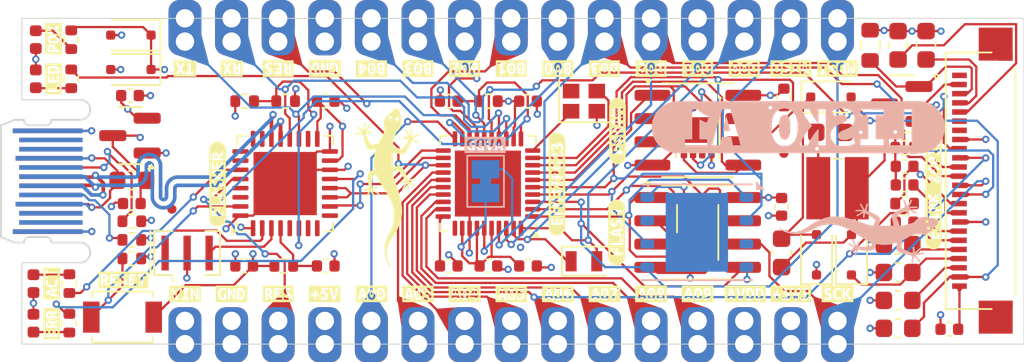
<source format=kicad_pcb>
(kicad_pcb (version 20240108) (generator "pcbnew") (generator_version "8.0")
  (layers (0 "F.Cu" signal) (1 "In1.Cu" signal) (2 "In2.Cu" signal) (31 "B.Cu" signal) (34 "B.Paste" user) (35 "F.Paste" user) (36 "B.SilkS" user "B.Silkscreen") (37 "F.SilkS" user "F.Silkscreen") (38 "B.Mask" user) (39 "F.Mask" user) (44 "Edge.Cuts" user))
  (net 0 "")
  (net 1 "TPWR")
  (net 2 "GND")
  (net 3 "Net-(U3-CAP)")
  (net 4 "/TRESET")
  (net 5 "Net-(J2-Pin_18)")
  (net 6 "/PREVGL")
  (net 7 "3V3")
  (net 8 "Net-(U7-PG10)")
  (net 9 "/PREVGH")
  (net 10 "/TPWR_C")
  (net 11 "Net-(J2-Pin_19)")
  (net 12 "USB_P")
  (net 13 "Net-(J2-Pin_4)")
  (net 14 "Net-(J2-Pin_20)")
  (net 15 "Net-(J2-Pin_22)")
  (net 16 "/VCOM")
  (net 17 "Net-(J2-Pin_5)")
  (net 18 "Net-(D2-A)")
  (net 19 "Net-(D3-A)")
  (net 20 "Net-(D4-A)")
  (net 21 "Net-(D5-A)")
  (net 22 "VIN")
  (net 23 "/PD03")
  (net 24 "/PB04")
  (net 26 "/GDR")
  (net 27 "/PD02")
  (net 28 "/SCK")
  (net 30 "/MOSI")
  (net 31 "/E_RES")
  (net 33 "/RESE")
  (net 34 "/LED")
  (net 35 "/PB01")
  (net 36 "/PB00")
  (net 37 "/PB03")
  (net 38 "/PB05")
  (net 39 "/MISO")
  (net 40 "/PB06")
  (net 41 "/ACT_LED")
  (net 42 "/PB02")
  (net 43 "/PA09")
  (net 44 "/PA00")
  (net 45 "/ERR_LED")
  (net 46 "/PA07")
  (net 47 "/PA08")
  (net 48 "/PA04")
  (net 49 "/PA05")
  (net 50 "AVDD")
  (net 51 "/CC2")
  (net 52 "/CC1")
  (net 53 "/PD01")
  (net 54 "/PD00")
  (net 55 "/SWDIO")
  (net 56 "/LED1")
  (net 57 "Net-(U7-PB8)")
  (net 59 "/R_MISO")
  (net 60 "/R_MOSI")
  (net 61 "/R_SCK")
  (net 63 "/RAM_CS")
  (net 65 "Net-(U3-HFXTAL_I)")
  (net 66 "Net-(U3-HFXTAL_O)")
  (net 67 "/FLASH_CS")
  (net 69 "/SWDCK")
  (net 70 "/D_P")
  (net 71 "/D_N")
  (net 79 "Net-(U7-PF1)")
  (net 82 "Net-(U7-PF0)")
  (net 102 "Net-(D8-A)")
  (net 103 "Net-(D1-K)")
  (net 104 "Net-(F1-Pad1)")
  (footprint "Capacitor_SMD:C_0402_1005Metric" (layer "F.Cu") (at 153.0858 104.9528 180)
    (property "Reference" "C20" (hide yes))
    (property "Value" "0.1uF 50V" (hide yes))
  )
  (footprint "Capacitor_SMD:C_0603_1608Metric" (layer "F.Cu") (at 185.039 97.663 180)
    (property "Reference" "C13" (hide yes))
    (property "Value" "4.7uF 25V" (hide yes))
  )
  (footprint "kibuzzard-6636439B" (layer "F.Cu") (at 177.8 106.4768)
    (property "Reference" "kibuzzard-6636439B" (hide yes))
    (property "Value" "G***" (hide yes))
  )
  (footprint "Package_DFN_QFN:QFN-32-1EP_5x5mm_P0.5mm_EP3.45x3.45mm" (layer "F.Cu") (at 155.321 100.457 90)
    (property "Reference" "U7" (hide yes))
    (property "Value" "STM32G431KBUx" (hide yes))
  )
  (footprint "Capacitor_SMD:C_0402_1005Metric" (layer "F.Cu") (at 157.5308 104.9528)
    (property "Reference" "C17" (hide yes))
    (property "Value" "0.1uF 50V" (hide yes))
  )
  (footprint "kibuzzard-66363EC4" (layer "F.Cu") (at 146.5072 105.7148)
    (property "Reference" "kibuzzard-66363EC4" (hide yes))
    (property "Value" "G***" (hide yes))
  )
  (footprint "kibuzzard-66364715" (layer "F.Cu") (at 165.1 94.1832 180)
    (property "Reference" "kibuzzard-66364715" (hide yes))
    (property "Value" "G***" (hide yes))
  )
  (footprint "Kampela_components:Crystal_SMD_2012-2Pin_2.0x1.2mm" (layer "F.Cu") (at 171.6024 104.6988)
    (property "Reference" "Y1" (hide yes))
    (property "Value" "FC2012AN" (hide yes))
  )
  (footprint "Capacitor_SMD:C_0603_1608Metric" (layer "F.Cu") (at 188.722 108.3564)
    (property "Reference" "C12" (hide yes))
    (property "Value" "4.7uF 25V" (hide yes))
  )
  (footprint "kibuzzard-663643D3" (layer "F.Cu") (at 182.88 106.4768)
    (property "Reference" "kibuzzard-663643D3" (hide yes))
    (property "Value" "G***" (hide yes))
  )
  (footprint "Diode_SMD:D_SOD-323F" (layer "F.Cu") (at 184.277 104.3432 90)
    (property "Reference" "D9" (hide yes))
    (property "Value" "BAT54WS" (hide yes))
  )
  (footprint "kibuzzard-663642D1" (layer "F.Cu") (at 154.94 106.4768)
    (property "Reference" "kibuzzard-663642D1" (hide yes))
    (property "Value" "G***" (hide yes))
  )
  (footprint "LED_SMD:LED_0402_1005Metric" (layer "F.Cu") (at 141.732 92.602 90)
    (property "Reference" "D2" (hide yes))
    (property "Value" "GREEN" (hide yes))
  )
  (footprint "kibuzzard-66364387" (layer "F.Cu") (at 172.72 106.4768)
    (property "Reference" "kibuzzard-66364387" (hide yes))
    (property "Value" "G***" (hide yes))
  )
  (footprint "Capacitor_SMD:C_0402_1005Metric" (layer "F.Cu") (at 157.5308 95.9612)
    (property "Reference" "C19" (hide yes))
    (property "Value" "0.1uF 50V" (hide yes))
  )
  (footprint "Connector_castelled:Connector_Castelled_15pin_2.54mm_withVIA" (layer "F.Cu") (at 149.86 91.44)
    (property "Reference" "J1" (hide yes))
    (property "Value" "Conn_01x15" (hide yes))
  )
  (footprint "Kampela_components:Crystal_SMD_2016-4Pin_2.0x1.6mm" (layer "F.Cu") (at 171.6024 95.9612)
    (property "Reference" "Y2" (hide yes))
    (property "Value" "39MHz" (hide yes))
  )
  (footprint "PCM_Connector_USB_PCB_Edge:USB_C_PCB_receptacle_24pin_1mm-cutout" (layer "F.Cu") (at 144.78 100.33)
    (property "Reference" "J5" (hide yes))
    (property "Value" "USB_C_Receptacle" (hide yes))
    (fp_line (start -4.95 -3.05) (end -4.95 3.045) (layer "Edge.Cuts"))
    (fp_line (start -4.95 -3.05) (end -4.2 -3.35) (layer "Edge.Cuts"))
    (fp_line (start -4.95 3.045) (end -4.2 3.345) (layer "Edge.Cuts"))
    (fp_line (start -4.2 -3.35) (end -3.7 -3.35) (layer "Edge.Cuts"))
    (fp_line (start -3.7 3.345) (end -4.2 3.345) (layer "Edge.Cuts"))
    (fp_line (start -3.4 -3.05) (end -2.5 -3.05) (layer "Edge.Cuts"))
    (fp_line (start -2.5 3.045) (end -3.4 3.045) (layer "Edge.Cuts"))
    (fp_line (start -0.635 -3.35) (end -2.2 -3.35) (layer "Edge.Cuts"))
    (fp_line (start -0.635 3.345) (end -2.2 3.345) (layer "Edge.Cuts"))
    (fp_arc (start -3.7 3.345) (mid -3.612132 3.132868) (end -3.4 3.045) (layer "Edge.Cuts"))
    (fp_arc (start -3.4 -3.05) (mid -3.612132 -3.137868) (end -3.7 -3.35) (layer "Edge.Cuts"))
    (fp_arc (start -2.5 3.045) (mid -2.287868 3.132868) (end -2.2 3.345) (layer "Edge.Cuts"))
    (fp_arc (start -2.2 -3.35) (mid -2.287868 -3.137868) (end -2.5 -3.05) (layer "Edge.Cuts"))
    (fp_arc (start -0.635 -4.45) (mid -0.085 -3.9) (end -0.635 -3.35) (layer "Edge.Cuts"))
    (fp_arc (start -0.635 3.345) (mid -0.085 3.895) (end -0.635 4.445) (layer "Edge.Cuts"))
  )
  (footprint "Resistor_SMD:R_0402_1005Metric" (layer "F.Cu") (at 166.3954 95.9612 180)
    (property "Reference" "R22" (hide yes))
    (property "Value" "5.1K" (hide yes))
  )
  (footprint "Capacitor_SMD:C_0402_1005Metric" (layer "F.Cu") (at 164.2364 104.9528 180)
    (property "Reference" "C8" (hide yes))
    (property "Value" "1uF 50V" (hide yes))
  )
  (footprint "kibuzzard-663646FB" (layer "F.Cu") (at 170.18 94.1832 180)
    (property "Reference" "kibuzzard-663646FB" (hide yes))
    (property "Value" "G***" (hide yes))
  )
  (footprint "Package_TO_SOT_SMD:SOT-23" (layer "F.Cu") (at 188.9252 96.1111 180)
    (property "Reference" "Q4" (hide yes))
    (property "Value" "AO3400A" (hide yes))
  )
  (footprint "kibuzzard-66364382" (layer "F.Cu") (at 170.18 106.4768)
    (property "Reference" "kibuzzard-66364382" (hide yes))
    (property "Value" "G***" (hide yes))
  )
  (footprint "kibuzzard-66364443" (layer "F.Cu") (at 180.34 94.1832 180)
    (property "Reference" "kibuzzard-66364443" (hide yes))
    (property "Value" "G***" (hide yes))
  )
  (footprint "Capacitor_SMD:C_0402_1005Metric" (layer "F.Cu") (at 191.516 108.4072)
    (property "Reference" "C34" (hide yes))
    (property "Value" "1uF 50V" (hide yes))
  )
  (footprint "kibuzzard-66364895" (layer "F.Cu") (at 151.638 100.4824 90)
    (property "Reference" "kibuzzard-66364895" (hide yes))
    (property "Value" "G***" (hide yes))
  )
  (footprint "Resistor_SMD:R_0402_1005Metric" (layer "F.Cu") (at 143.5608 105.918 90)
    (property "Reference" "R10" (hide yes))
    (property "Value" "470" (hide yes))
  )
  (footprint "Capacitor_SMD:C_0603_1608Metric" (layer "F.Cu") (at 188.722 103.7844)
    (property "Reference" "C32" (hide yes))
    (property "Value" "4.7uF 25V" (hide yes))
  )
  (footprint "Crystal:Resonator_SMD_Murata_CSTxExxV-3Pin_3.0x1.1mm" (layer "F.Cu") (at 149.9776 104.248)
    (property "Reference" "Y3" (hide yes))
    (property "Value" "CSTNE20M" (hide yes))
  )
  (footprint "Capacitor_SMD:C_0603_1608Metric" (layer "F.Cu") (at 188.722 106.8324)
    (property "Reference" "C33" (hide yes))
    (property "Value" "4.7uF 25V" (hide yes))
  )
  (footprint "kibuzzard-66364637" (layer "F.Cu") (at 175.26 94.1832 180)
    (property "Reference" "kibuzzard-66364637" (hide yes))
    (property "Value" "G***" (hide yes))
  )
  (footprint "Diode_SMD:D_SOD-323F" (layer "F.Cu") (at 146.9136 92.3544 180)
    (property "Reference" "D6" (hide yes))
    (property "Value" "BAT54WS" (hide yes))
  )
  (footprint "kibuzzard-663648A5" (layer "F.Cu") (at 170.1292 100.4824 90)
    (property "Reference" "kibuzzard-663648A5" (hide yes))
    (property "Value" "G***" (hide yes))
  )
  (footprint "Capacitor_SMD:C_0603_1608Metric" (layer "F.Cu") (at 188.722 92.9132 -90)
    (property "Reference" "C36" (hide yes))
    (property "Value" "4.7uF 25V" (hide yes))
  )
  (footprint "Button_Switch_SMD:SW_SPST_B3U-1000P-B" (layer "F.Cu") (at 146.4564 107.7468 180)
    (property "Reference" "SW1" (hide yes))
    (property "Value" "B3U-1000P" (hide yes))
  )
  (footprint "kibuzzard-66364309" (layer "F.Cu") (at 160.02 106.4768)
    (property "Reference" "kibuzzard-66364309" (hide yes))
    (property "Value" "G***" (hide yes))
  )
  (footprint "kibuzzard-66364453" (layer "F.Cu") (at 177.8 94.1832 180)
    (property "Reference" "kibuzzard-66364453" (hide yes))
    (property "Value" "G***" (hide yes))
  )
  (footprint "kibuzzard-663640C7" (layer "F.Cu") (at 142.6972 92.5576 90)
    (property "Reference" "kibuzzard-663640C7" (hide yes))
    (property "Value" "G***" (hide yes))
  )
  (footprint "kibuzzard-66364725" (layer "F.Cu") (at 162.56 94.1832 180)
    (property "Reference" "kibuzzard-66364725" (hide yes))
    (property "Value" "G***" (hide yes))
  )
  (footprint "Fiducial:Fiducial_0.5mm_Mask1.5mm" (layer "F.Cu") (at 182.499 98.806)
    (property "Reference" "FID2" (hide yes))
    (property "Value" "Fiducial" (hide yes))
  )
  (footprint "kibuzzard-663648B0" (layer "F.Cu") (at 173.4312 97.5868 90)
    (property "Reference" "kibuzzard-663648B0" (hide yes))
    (property "Value" "G***" (hide yes))
  )
  (footprint "Resistor_SMD:R_0402_1005Metric" (layer "F.Cu") (at 143.6624 92.6084 -90)
    (property "Reference" "R8" (hide yes))
    (property "Value" "470" (hide yes))
  )
  (footprint "Resistor_SMD:R_0402_1005Metric" (layer "F.Cu") (at 143.5608 108.077 -90)
    (property "Reference" "R11" (hide yes))
    (property "Value" "470" (hide yes))
  )
  (footprint "Capacitor_SMD:C_0402_1005Metric" (layer "F.Cu") (at 189.0776 100.5332)
    (property "Reference" "C10" (hide yes))
    (property "Value" "1uF 50V" (hide yes))
  )
  (footprint "kibuzzard-66364428" (layer "F.Cu") (at 185.42 94.1832 180)
    (property "Reference" "kibuzzard-66364428" (hide yes))
    (property "Value" "G***" (hide yes))
  )
  (footprint "Capacitor_SMD:C_0402_1005Metric" (layer "F.Cu") (at 146.8628 95.6564 180)
    (property "Reference" "C14" (hide yes))
    (property "Value" "1uF 50V" (hide yes))
  )
  (footprint "Capacitor_SMD:C_0603_1608Metric" (layer "F.Cu") (at 188.722 105.3084)
    (property "Reference" "C18" (hide yes))
    (property "Value" "4.7uF 25V" (hide yes))
  )
  (footprint "Resistor_SMD:R_0402_1005Metric" (layer "F.Cu") (at 155.2448 104.9528)
    (property "Reference" "R1" (hide yes))
    (property "Value" "5.1K" (hide yes))
  )
  (footprint "kibuzzard-663642D1" (layer "F.Cu") (at 154.94 94.1832 180)
    (property "Reference" "kibuzzard-663642D1" (hide yes))
    (property "Value" "G***" (hide yes))
  )
  (footprint "kibuzzard-663648B7" (layer "F.Cu") (at 173.3804 103.124 90)
    (property "Reference" "kibuzzard-663648B7" (hide yes))
    (property "Value" "G***" (hide yes))
  )
  (footprint "kibuzzard-66363E53" (layer "F.Cu") (at 142.5956 108.1024 90)
    (property "Reference" "kibuzzard-66363E53" (hide yes))
    (property "Value" "G***" (hide yes))
  )
  (footprint "Diode_SMD:D_SOD-323F" (layer "F.Cu") (at 185.0615 95.7355)
    (property "Reference" "D1" (hide yes))
    (property "Value" "BAT54WS" (hide yes))
  )
  (footprint "Package_DFN_QFN:QFN-40-1EP_5x5mm_P0.4mm_EP3.6x3.6mm" (layer "F.Cu") (at 166.37 100.457 180)
    (property "Reference" "U3" (hide yes))
    (property "Value" "EFM32PG23B200F512IM40" (hide yes))
  )
  (footprint "Capacitor_SMD:C_0402_1005Metric" (layer "F.Cu") (at 182.372 101.727 -90)
    (property "Reference" "C23" (hide yes))
    (property "Value" "0.1uF 50V" (hide yes))
  )
  (footprint "Capacitor_SMD:C_0402_1005Metric" (layer "F.Cu") (at 168.5544 95.9612)
    (property "Reference" "C5" (hide yes))
    (property "Value" "0.1uF 50V" (hide yes))
  )
  (footprint "Capacitor_SMD:C_0402_1005Metric" (layer "F.Cu") (at 189.0776 99.5172)
    (property "Reference" "C11" (hide yes))
    (property "Value" "1uF 50V" (hide yes))
  )
  (footprint "kibuzzard-66363E7A" (layer "F.Cu") (at 142.5956 105.918 90)
    (property "Reference" "kibuzzard-66363E7A" (hide yes))
    (property "Value" "G***" (hide yes))
  )
  (footprint "Fuse:Fuse_0603_1608Metric" (layer "F.Cu") (at 146.9644 100.2792)
    (property "Reference" "F1" (hide yes))
    (property "Value" "MF-FSMF050X-2" (hide yes))
  )
  (footprint "kibuzzard-663646E4" (layer "F.Cu") (at 172.72 94.1832 180)
    (property "Reference" "kibuzzard-663646E4" (hide yes))
    (property "Value" "G***" (hide yes))
  )
  (footprint "Fiducial:Fiducial_0.5mm_Mask1.5mm" (layer "F.Cu") (at 149.1488 101.854)
    (property "Reference" "FID1" (hide yes))
    (property "Value" "Fiducial" (hide yes))
  )
  (footprint "kibuzzard-66364732" (layer "F.Cu") (at 160.02 94.1832 180)
    (property "Reference" "kibuzzard-66364732" (hide yes))
    (property "Value" "G***" (hide yes))
  )
  (footprint "Diode_SMD:D_SOD-323F" (layer "F.Cu") (at 146.9136 94.234 180)
    (property "Reference" "D7" (hide yes))
    (property "Value" "BAT54WS" (hide yes))
  )
  (footprint "LED_SMD:LED_0402_1005Metric" (layer "F.Cu") (at 141.605 105.918 90)
    (property "Reference" "D4" (hide yes))
    (property "Value" "ORANGE" (hide yes))
  )
  (footprint "Capacitor_SMD:C_0603_1608Metric" (layer "F.Cu") (at 190.246 92.9132 -90)
    (property "Reference" "C29" (hide yes))
    (property "Value" "4.7uF 25V" (hide yes))
  )
  (footprint "kibuzzard-663643C1" (layer "F.Cu") (at 180.3908 106.4768)
    (property "Reference" "kibuzzard-663643C1" (hide yes))
    (property "Value" "G***" (hide yes))
  )
  (footprint "Kampela_components:FH34SRJ-24S-0.5SH" (layer "F.Cu") (at 194.078 99.822 90)
    (property "Reference" "J2" (hide yes))
    (property "Value" "FH34SRJ-24S-0.5SH" (hide yes))
  )
  (footprint "Package_TO_SOT_SMD:SOT-23" (layer "F.Cu") (at 146.8628 97.8408 180)
    (property "Reference" "U11" (hide yes))
    (property "Value" "XC6206P332MR" (hide yes))
  )
  (footprint "Inductor_SMD:L_Wuerth_MAPI-3015" (layer "F.Cu") (at 185.42 100.711)
    (property "Reference" "L1" (hide yes))
    (property "Value" "NR3015T100M" (hide yes))
  )
  (footprint "Resistor_SMD:R_0402_1005Metric" (layer "F.Cu") (at 155.3464 95.9612 180)
    (property "Reference" "R23" (hide yes))
    (property "Value" "5.1K" (hide yes))
  )
  (footprint "Capacitor_SMD:C_0402_1005Metric" (layer "F.Cu") (at 166.3954 104.9528)
    (property "Reference" "C4" (hide yes))
    (property "Value" "0.1uF 50V" (hide yes))
  )
  (footprint "Package_SON:SON-8-1EP_3x2mm_P0.5mm_EP1.4x1.6mm" (layer "F.Cu") (at 177.8 97.536 -90)
    (property "Reference" "U1" (hide yes))
    (property "Value" "APS6404L-SQN-ZR" (hide yes))
  )
  (footprint "Resistor_SMD:R_0402_1005Metric" (layer "F.Cu") (at 189.0776 101.5492)
    (property "Reference" "R19" (hide yes))
    (property "Value" "5.1K" (hide yes))
  )
  (footprint "Resistor_SMD:R_0402_1005Metric" (layer "F.Cu") (at 153.1112 95.9612 180)
    (property "Reference" "R17" (hide yes))
    (property "Value" "5.1K" (hide yes))
  )
  (footprint "Package_DFN_QFN:DFN-8-1EP_3x2mm_P0.5mm_EP1.3x1.5mm" (layer "F.Cu") (at 177.8 103.124 90)
    (property "Reference" "U10" (hide yes))
    (property "Value" "ZD25WQ32CEIGR" (hide yes))
  )
  (footprint "Capacitor_SMD:C_0402_1005Metric" (layer "F.Cu") (at 168.5544 104.9528 180)
    (property "Reference" "C3" (hide yes))
    (property "Value" "1uF 50V" (hide yes))
  )
  (footprint "Connector_castelled:Connector_Castelled_15pin_2.54mm_withVIA" (layer "F.Cu") (at 185.42 109.222 180)
    (property "Reference" "J4" (hide yes))
    (property "Value" "Conn_01x15" (hide yes))
  )
  (footprint "kibuzzard-66364791" (layer "F.Cu") (at 152.4 94.1832 180)
    (property "Reference" "kibuzzard-66364791" (hide yes))
    (property "Value" "G***" (hide yes))
  )
  (footprint "Resistor_SMD:R_0402_1005Metric" (layer "F.Cu") (at 146.9644 104.5464)
    (property "Reference" "R16" (hide yes))
    (property "Value" "5.1K" (hide yes))
  )
  (footprint "kibuzzard-66364333" (layer "F.Cu") (at 162.56 106.4768)
    (property "Reference" "kibuzzard-66364333" (hide yes))
    (property "Value" "G***" (hide yes))
  )
  (footprint "Capacitor_SMD:C_0603_1608Metric" (layer "F.Cu") (at 182.372 104.2416 90)
    (property "Reference" "C26" (hide yes))
    (property "Value" "4.7uF 25V" (hide yes))
  )
  (footprint "kibuzzard-6636478B" (layer "F.Cu") (at 149.86 94.1832 180)
    (property "Reference" "kibuzzard-6636478B" (hide yes))
    (property "Value" "G***" (hide yes))
  )
  (footprint "kibuzzard-66364F8E" (layer "F.Cu") (at 190.6524 100.7364 90)
    (property "Reference" "kibuzzard-66364F8E" (hide yes))
    (property "Value" "G***" (hide yes))
  )
  (footprint "Diode_SMD:D_SOD-323F" (layer "F.Cu") (at 186.182 104.3432 90)
    (property "Reference" "D8" (hide yes))
    (property "Value" "BAT54WS" (hide yes))
  )
  (footprint "kibuzzard-66364390" (layer "F.Cu") (at 175.26 106.4768)
    (property "Reference" "kibuzzard-66364390" (hide yes))
    (property "Value" "G***" (hide yes))
  )
  (footprint "Resistor_SMD:R_0603_1608Metric" (layer "F.Cu") (at 187.198 92.9132 90)
    (property "Reference" "R27" (hide yes))
    (property "Value" "0.47R" (hide yes))
  )
  (footprint "kibuzzard-663642BF" (layer "F.Cu") (at 152.4 106.4768)
    (property "Reference" "kibuzzard-663642BF" (hide yes))
    (property "Value" "G***" (hide yes))
  )
  (footprint "LED_SMD:LED_0402_1005Metric" (layer "F.Cu") (at 141.605 108.077 -90)
    (property "Reference" "D5" (hide yes))
    (property "Value" "YELLOW" (hide yes))
  )
  (footprint "Package_SO:SOIC-8_3.9x4.9mm_P1.27mm" (layer "F.Cu") (at 177.81 97.545)
    (property "Reference" "U2" (hide yes))
    (property "Value" "APS6404L-SQN-SN" (hide yes))
  )
  (footprint "kibuzzard-6636433F" (layer "F.Cu") (at 165.1 106.4768)
    (property "Reference" "kibuzzard-6636433F" (hide yes))
    (property "Value" "G***" (hide yes))
  )
  (footprint "kibuzzard-66364172" (layer "F.Cu") (at 142.6972 94.742 90)
    (property "Reference" "kibuzzard-66364172" (hide yes))
    (property "Value" "G***" (hide yes))
  )
  (footprint "Capacitor_SMD:C_0402_1005Metric" (layer "F.Cu") (at 189.0776 102.5652)
    (property "Reference" "C27" (hide yes))
    (property "Value" "1uF 50V" (hide yes))
  )
  (footprint "kibuzzard-6636429D" (layer "F.Cu") (at 149.86 106.4768)
    (property "Reference" "kibuzzard-6636429D" (hide yes))
    (property "Value" "G***" (hide yes))
  )
  (footprint "kibuzzard-663643E1" (layer "F.Cu") (at 185.42 106.4768)
    (property "Reference" "kibuzzard-663643E1" (hide yes))
    (property "Value" "G***" (hide yes))
  )
  (footprint "kibuzzard-66364709" (layer "F.Cu") (at 167.64 94.1832 180)
    (property "Reference" "kibuzzard-66364709" (hide yes))
    (property "Value" "G***" (hide yes))
  )
  (footprint "kibuzzard-66364349" (layer "F.Cu") (at 167.64 106.4768)
    (property "Reference" "kibuzzard-66364349" (hide yes))
    (property "Value" "G***" (hide yes))
  )
  (footprint "kibuzzard-663642BF" (layer "F.Cu") (at 157.48 94.1832 180)
    (property "Reference" "kibuzzard-663642BF" (hide yes))
    (property "Value" "G***" (hide yes))
  )
  (footprint "LED_SMD:LED_0402_1005Metric" (layer "F.Cu") (at 141.732 94.742 -90)
    (property "Reference" "D3" (hide yes))
    (property "Value" "RED" (hide yes))
  )
  (footprint "Package_SO:SOIC-8_3.9x4.9mm_P1.27mm" (layer "F.Cu") (at 177.8 103.124)
    (property "Reference" "U9" (hide yes))
    (property "Value" "W25Q32JVSNI" (hide yes))
  )
  (footprint "Capacitor_SMD:C_0402_1005Metric" (layer "F.Cu") (at 182.499 95.758 -90)
    (property "Reference" "C1" (hide yes))
    (property "Value" "0.1uF 50V" (hide yes))
  )
  (footprint "Resistor_SMD:R_0402_1005Metric" (layer "F.Cu") (at 146.9644 103.5304 180)
    (property "Reference" "R18" (hide yes))
    (property "Value" "5.1K" (hide yes))
  )
  (footprint "Resistor_SMD:R_0402_1005Metric" (layer "F.Cu") (at 143.6624 94.742 -90)
    (property "Reference" "R9" (hide yes))
    (property "Value" "470" (hide yes))
  )
  (footprint "kibuzzard-663642E9" (layer "F.Cu") (at 157.48 106.4768)
    (property "Reference" "kibuzzard-663642E9" (hide yes))
    (property "Value" "G***" (hide yes))
  )
  (footprint "Capacitor_SMD:C_0402_1005Metric" (layer "F.Cu") (at 146.9644 101.5492)
    (property "Reference" "C30" (hide yes))
    (property "Value" "1uF 50V" (hide yes))
  )
  (footprint "Capacitor_SMD:C_0402_1005Metric" (layer "F.Cu") (at 164.2364 95.9612 180)
    (property "Reference" "C9" (hide yes))
    (property "Value" "0.1uF 50V" (hide yes))
  )
  (footprint "kibuzzard-66364435" (layer "F.Cu") (at 182.88 94.1832 180)
    (property "Reference" "kibuzzard-66364435" (hide yes))
    (property "Value" "G***" (hide yes))
  )
  (footprint "Resistor_SMD:R_0402_1005Metric" (layer "F.Cu") (at 146.9644 102.5144 180)
    (property "Reference" "R7" (hide yes))
    (property "Value" "5.1K" (hide yes))
  )
  (footprint "Resistor_SMD:R_0402_1005Metric" (layer "F.Cu") (at 189.0776 98.5012 180)
    (property "Reference" "R24" (hide yes))
    (property "Value" "5.1K" (hide yes))
  )
  (footprint "kibuzzard-66369DB4" (layer "B.Cu") (at 183.2864 97.3836 180)
    (property "Reference" "kibuzzard-66369DB4" (hide yes))
    (property "Value" "G***" (hide yes))
  )
  (footprint "Jumper:SolderJumper-2_P1.3mm_Bridged_Pad1.0x1.5mm" (layer "B.Cu") (at 166.243 100.33 90)
    (property "Reference" "JP3" (hide yes))
    (property "Value" "SolderJumper_2_Bridged" (hide yes))
  )
  (footprint "Package_SON:WSON-8-1EP_6x5mm_P1.27mm_EP3.4x4.3mm" (layer "B.Cu") (at 177.757 103.115 180)
    (property "Reference" "U8" (hide yes))
    (property "Value" "W25Q32JVZP" (hide yes))
  )
  (footprint "kibuzzard-66369E3E" (layer "B.Cu") (at 166.2176 98.3488 180)
    (property "Reference" "kibuzzard-66369E3E" (hide yes))
    (property "Value" "G***" (hide yes))
  )
  (gr_poly (pts (xy 189.91644 104.715093) (xy 189.917903 104.713407) (xy 189.919278 104.711657) (xy 189.920563 104.709844) (xy 189.921758 104.707972) (xy 189.922858 104.706047) (xy 189.923864 104.704068) (xy 189.924773 104.702042) (xy 189.925582 104.699972) (xy 189.926291 104.697862) (xy 189.926896 104.695714) (xy 189.927396 104.693533) (xy 189.927791 104.691321) (xy 189.928076 104.689083) (xy 189.92825 104.686834) (xy 189.928312 104.684589) (xy 189.928264 104.682351) (xy 189.928105 104.680125) (xy 189.927839 104.677915) (xy 189.927466 104.675724) (xy 189.926987 104.673556) (xy 189.926402 104.671416) (xy 189.925714 104.669307) (xy 189.924924 104.667233) (xy 189.924032 104.665197) (xy 189.92304 104.663204) (xy 189.921949 104.661257) (xy 189.92076 104.65936) (xy 189.919475 104.657518) (xy 189.918093 104.655735) (xy 189.843164 104.563407) (xy 189.764774 104.466659) (xy 189.686384 104.368648) (xy 189.70435 104.367531) (xy 189.722583 104.366151) (xy 189.741039 104.364517) (xy 189.759676 104.362637) (xy 189.778454 104.360521) (xy 189.797331 104.358176) (xy 189.816264 104.355613) (xy 189.835213 104.352838) (xy 189.870679 104.347097) (xy 189.905905 104.34072) (xy 189.940632 104.333776) (xy 189.974606 104.32633) (xy 190.007566 104.318452) (xy 190.039255 104.310205) (xy 190.069416 104.301658) (xy 190.097791 104.292877) (xy 190.099923 104.292125) (xy 190.102006 104.291273) (xy 190.104038 104.290321) (xy 190.106013 104.289274) (xy 190.10793 104.288135) (xy 190.109786 104.286905) (xy 190.111577 104.285587) (xy 190.113302 104.284184) (xy 190.114955 104.282699) (xy 190.116536 104.281134) (xy 190.118039 104.279491) (xy 190.119463 104.277774) (xy 190.120804 104.275985) (xy 190.122058 104.274127) (xy 190.123224 104.272201) (xy 190.124298 104.270213) (xy 190.125271 104.268173) (xy 190.126139 104.266096) (xy 190.126901 104.263987) (xy 190.127555 104.261849) (xy 190.128103 104.259686) (xy 190.128542 104.257504) (xy 190.128876 104.255305) (xy 190.1291 104.253094) (xy 190.129218 104.250873) (xy 190.129225 104.24865) (xy 190.129125 104.246425) (xy 190.128914 104.244205) (xy 190.128595 104.241992) (xy 190.128166 104.239791) (xy 190.127627 104.237606) (xy 190.126978 104.23544) (xy 190.126198 104.233236) (xy 190.125316 104.231096) (xy 190.124337 104.229022) (xy 190.123262 104.227016) (xy 190.122099 104.22508) (xy 190.120847 104.223216) (xy 190.119512 104.221425) (xy 190.118097 104.21971) (xy 190.116606 104.218074) (xy 190.115042 104.216516) (xy 190.11341 104.21504) (xy 190.111712 104.213646) (xy 190.109952 104.212339) (xy 190.108134 104.211118) (xy 190.106262 104.209986) (xy 190.10434 104.208944) (xy 190.10237 104.207995) (xy 190.100356 104.207142) (xy 190.098303 104.206384) (xy 190.096213 104.205724) (xy 190.094091 104.205165) (xy 190.091941 104.204707) (xy 190.089765 104.204354) (xy 190.087566 104.204106) (xy 190.085349 104.203966) (xy 190.083119 104.203936) (xy 190.080878 104.204017) (xy 190.078629 104.204212) (xy 190.076377 104.204521) (xy 190.074124 104.204948) (xy 190.071876 104.205494) (xy 190.069635 104.206161) (xy 190.042792 104.214513) (xy 190.014267 104.222624) (xy 189.984303 104.230433) (xy 189.953137 104.237885) (xy 189.921012 104.244919) (xy 189.888166 104.251479) (xy 189.85484 104.257506) (xy 189.821275 104.262943) (xy 189.806117 104.265187) (xy 189.790968 104.267285) (xy 189.775857 104.269233) (xy 189.76081 104.271022) (xy 189.745856 104.272651) (xy 189.73102 104.27411) (xy 189.716333 104.275398) (xy 189.701819 104.276507) (xy 189.728023 104.250127) (xy 189.754438 104.224028) (xy 189.781062 104.198209) (xy 189.807898 104.172672) (xy 189.854449 104.129496) (xy 189.901922 104.087138) (xy 189.950324 104.045637) (xy 189.999664 104.005041) (xy 190.001448 104.003521) (xy 190.003136 104.001931) (xy 190.004727 104.000273) (xy 190.006219 103.99855) (xy 190.007614 103.996769) (xy 190.008909 103.994932) (xy 190.010106 103.993044) (xy 190.011202 103.991109) (xy 190.012199 103.989129) (xy 190.013095 103.987111) (xy 190.013891 103.985059) (xy 190.014585 103.982974) (xy 190.015177 103.980862) (xy 190.015667 103.978727) (xy 190.016054 103.976574) (xy 190.016338 103.974405) (xy 190.016519 103.972225) (xy 190.016595 103.970039) (xy 190.016567 103.96785) (xy 190.016434 103.96566) (xy 190.016196 103.963478) (xy 190.015852 103.961304) (xy 190.015401 103.959143) (xy 190.014845 103.957) (xy 190.014181 103.954878) (xy 190.013408 103.952782) (xy 190.012529 103.950714) (xy 190.01154 103.948681) (xy 190.010443 103.946685) (xy 190.009236 103.94473) (xy 190.007919 103.942822) (xy 190.006492 103.940963) (xy 190.004982 103.939186) (xy 190.003399 103.937507) (xy 190.001748 103.935924) (xy 190.000034 103.934439) (xy 189.998258 103.933051) (xy 189.996427 103.931762) (xy 189.994545 103.930571) (xy 189.992615 103.929479) (xy 189.99064 103.928486) (xy 189.988627 103.927595) (xy 189.986577 103.926804) (xy 189.984496 103.926113) (xy 189.982388 103.925524) (xy 189.980256 103.925036) (xy 189.978105 103.924652) (xy 189.975939 103.92437) (xy 189.973761 103.924192) (xy 189.971576 103.924117) (xy 189.969388 103.924147) (xy 189.967201 103.924281) (xy 189.96502 103.92452) (xy 189.962846 103.924865) (xy 189.960687 103.925316) (xy 189.958543 103.925874) (xy 189.956422 103.926539) (xy 189.954326 103.927311) (xy 189.952259 103.928192) (xy 189.950226 103.92918) (xy 189.94823 103.930278) (xy 189.946276 103.931485) (xy 189.944367 103.932801) (xy 189.942508 103.934227) (xy 189.892268 103.975611) (xy 189.842685 104.018195) (xy 189.793715 104.06192) (xy 189.745317 104.106724) (xy 189.718254 104.132596) (xy 189.691376 104.158723) (xy 189.664692 104.185112) (xy 189.638208 104.211773) (xy 189.636431 104.193532) (xy 189.631081 104.135614) (xy 189.625978 104.077117) (xy 189.62154 104.01876) (xy 189.619703 103.989858) (xy 189.61819 103.961262) (xy 189.617933 103.958502) (xy 189.617542 103.955786) (xy 189.617022 103.953118) (xy 189.616375 103.950501) (xy 189.615605 103.947938) (xy 189.614716 103.945431) (xy 189.613711 103.942985) (xy 189.612593 103.940602) (xy 189.611366 103.938285) (xy 189.610034 103.936037) (xy 189.608599 103.933862) (xy 189.607067 103.931762) (xy 189.605439 103.929742) (xy 189.603719 103.927803) (xy 189.601911 103.925948) (xy 189.600019 103.924182) (xy 189.598046 103.922507) (xy 189.595995 103.920925) (xy 189.593871 103.919442) (xy 189.591674 103.918059) (xy 189.589412 103.916779) (xy 189.587086 103.915606) (xy 189.584699 103.914542) (xy 189.582255 103.913592) (xy 189.579759 103.912758) (xy 189.577213 103.912041) (xy 189.57462 103.911448) (xy 189.571985 103.91098) (xy 189.569311 103.91064) (xy 189.5666 103.910432) (xy 189.563858 103.910358) (xy 189.561086 103.910422) (xy 189.558322 103.910624) (xy 189.555599 103.91096) (xy 189.552921 103.911427) (xy 189.550291 103.912022) (xy 189.547713 103.912741) (xy 189.545189 103.91358) (xy 189.542724 103.914537) (xy 189.540319 103.915606) (xy 189.537977 103.916787) (xy 189.535703 103.918074) (xy 189.533501 103.919464) (xy 189.531371 103.920955) (xy 189.529318 103.922542) (xy 189.527345 103.924223) (xy 189.525455 103.925993) (xy 189.523651 103.92785) (xy 189.521937 103.929789) (xy 189.520315 103.931808) (xy 189.518789 103.933903) (xy 189.517362 103.936071) (xy 189.516038 103.938307) (xy 189.514819 103.94061) (xy 189.513708 103.942975) (xy 189.51271 103.945399) (xy 189.511824 103.947878) (xy 189.511059 103.95041) (xy 189.510414 103.95299) (xy 189.509893 103.955615) (xy 189.5095 103.958282) (xy 189.509238 103.960988) (xy 189.509109 103.963729) (xy 189.509118 103.9665) (xy 189.510566 103.994231) (xy 189.512292 104.022037) (xy 189.516414 104.077678) (xy 189.521167 104.133039) (xy 189.526236 104.187732) (xy 189.52546 104.189333) (xy 189.524669 104.190907) (xy 189.523862 104.192455) (xy 189.523032 104.193977) (xy 189.522176 104.195472) (xy 189.52129 104.196941) (xy 189.520368 104.198384) (xy 189.519407 104.1998) (xy 189.516889 104.203429) (xy 189.514436 104.206761) (xy 189.512039 104.209805) (xy 189.509693 104.212574) (xy 189.507393 104.215073) (xy 189.505131 104.217314) (xy 189.502901 104.219307) (xy 189.500697 104.221059) (xy 189.498512 104.222582) (xy 189.496342 104.223884) (xy 189.494178 104.224975) (xy 189.492015 104.225864) (xy 189.489845 104.226561) (xy 189.487665 104.227076) (xy 189.485465 104.227417) (xy 189.483241 104.227595) (xy 189.480985 104.227617) (xy 189.478694 104.227495) (xy 189.476358 104.227238) (xy 189.473972 104.226856) (xy 189.469025 104.22575) (xy 189.463803 104.224254) (xy 189.439147 104.21589) (xy 189.37055 104.192667) (xy 189.3045 104.168619) (xy 189.241289 104.143665) (xy 189.18121 104.117727) (xy 189.124555 104.090722) (xy 189.097604 104.076795) (xy 189.071618 104.062572) (xy 189.046635 104.048042) (xy 189.02269 104.033196) (xy 188.999822 104.018023) (xy 188.978066 104.002515) (xy 188.943588 103.976635) (xy 188.93045 103.96614) (xy 188.919803 103.956845) (xy 188.915359 103.952546) (xy 188.911469 103.948428) (xy 188.908112 103.944447) (xy 188.905265 103.940567) (xy 188.902907 103.936743) (xy 188.901013 103.932938) (xy 188.899562 103.929113) (xy 188.898531 103.925224) (xy 188.897897 103.921232) (xy 188.897638 103.917098) (xy 188.89773 103.912782) (xy 188.898154 103.908241) (xy 188.899898 103.89833) (xy 188.90269 103.887043) (xy 188.910695 103.859052) (xy 188.915547 103.841705) (xy 188.920724 103.821694) (xy 188.928244 103.788889) (xy 188.934722 103.755699) (xy 188.940131 103.722197) (xy 188.94445 103.688451) (xy 188.947648 103.654535) (xy 188.949703 103.62052) (xy 188.950591 103.586474) (xy 188.950588 103.569464) (xy 188.950284 103.552473) (xy 189.045781 103.506235) (xy 189.144225 103.456544) (xy 189.246001 103.403483) (xy 189.351496 103.347144) (xy 189.523854 103.27034) (xy 189.55514 103.257486) (xy 189.569039 103.25233) (xy 190.242528 102.578841) (xy 190.239598 102.575762) (xy 190.236835 102.572555) (xy 190.234244 102.569229) (xy 190.231827 102.565789) (xy 190.229587 102.562244) (xy 190.227525 102.558599) (xy 190.225647 102.554862) (xy 190.223954 102.55104) (xy 190.222449 102.54714) (xy 190.221136 102.543169) (xy 190.220017 102.539134) (xy 190.219094 102.535043) (xy 190.218373 102.530901) (xy 190.217854 102.526717) (xy 190.21754 102.522496) (xy 190.217436 102.518246) (xy 190.21754 102.513998) (xy 190.217854 102.509777) (xy 190.218373 102.505592) (xy 190.219094 102.501451) (xy 190.220017 102.497359) (xy 190.221136 102.493324) (xy 190.22245 102.489353) (xy 190.223954 102.485453) (xy 190.225647 102.481631) (xy 190.227526 102.477894) (xy 190.229587 102.47425) (xy 190.231827 102.470704) (xy 190.234244 102.467264) (xy 190.236837 102.463938) (xy 190.239598 102.460731) (xy 190.242528 102.457653) (xy 190.245607 102.454722) (xy 190.248814 102.451961) (xy 190.25214 102.449369) (xy 190.25558 102.446951) (xy 190.259125 102.444711) (xy 190.26277 102.44265) (xy 190.266507 102.440771) (xy 190.270329 102.439078) (xy 190.274229 102.437574) (xy 190.2782 102.43626) (xy 190.282235 102.435141) (xy 190.286326 102.434219) (xy 190.290468 102.433497) (xy 190.294652 102.432978) (xy 190.298873 102.432665) (xy 190.303122 102.43256) (xy 190.307371 102.432665) (xy 190.311592 102.432978) (xy 190.315777 102.433497) (xy 190.319918 102.434219) (xy 190.324009 102.435141) (xy 190.328045 102.436261) (xy 190.332015 102.437574) (xy 190.335916 102.439078) (xy 190.339737 102.440771) (xy 190.343474 102.44265) (xy 190.347119 102.444711) (xy 190.350664 102.446951) (xy 190.354105 102.449369) (xy 190.357431 102.45196) (xy 190.360637 102.454722) (xy 190.363716 102.457653) (xy 190.366646 102.460731) (xy 190.369408 102.463937) (xy 190.372 102.467264) (xy 190.374417 102.470704) (xy 190.376658 102.47425) (xy 190.378719 102.477895) (xy 190.380597 102.481631) (xy 190.382291 102.485453) (xy 190.383795 102.489353) (xy 190.385108 102.493324) (xy 190.386227 102.497359) (xy 190.38715 102.501451) (xy 190.387872 102.505592) (xy 190.388391 102.509777) (xy 190.388704 102.513998) (xy 190.388809 102.518246) (xy 190.388704 102.522496) (xy 190.388391 102.526717) (xy 190.387872 102.530901) (xy 190.387149 102.535042) (xy 190.386228 102.539134) (xy 190.385108 102.543169) (xy 190.383795 102.54714) (xy 190.38229 102.55104) (xy 190.380598 102.554862) (xy 190.378719 102.558599) (xy 190.376658 102.562244) (xy 190.374417 102.565788) (xy 190.371999 102.569229) (xy 190.369408 102.572555) (xy 190.366646 102.575761) (xy 190.363716 102.57884) (xy 190.360637 102.58177) (xy 190.357431 102.584532) (xy 190.354104 102.587124) (xy 190.350664 102.589541) (xy 190.347119 102.591782) (xy 190.343474 102.593844) (xy 190.339738 102.595722) (xy 190.335915 102.597414) (xy 190.332015 102.59892) (xy 190.328044 102.600232) (xy 190.324009 102.601352) (xy 190.319917 102.602274) (xy 190.315777 102.602996) (xy 190.311592 102.603515) (xy 190.307371 102.603829) (xy 190.303121 102.603933) (xy 190.298873 102.603829) (xy 190.294652 102.603515) (xy 190.290468 102.602996) (xy 190.286326 102.602274) (xy 190.282234 102.601352) (xy 190.278199 102.600233) (xy 190.274228 102.598919) (xy 190.270329 102.597415) (xy 190.266507 102.595722) (xy 190.26277 102.593844) (xy 190.259125 102.591782) (xy 190.255579 102.589542) (xy 190.25214 102.587125) (xy 190.248813 102.584533) (xy 190.245607 102.581771) (xy 190.242528 102.578841) (xy 189.569039 103.25233) (xy 189.583705 103.246889) (xy 189.610546 103.238405) (xy 189.636665 103.231897) (xy 189.66306 103.227221) (xy 189.690731 103.224236) (xy 189.720676 103.222803) (xy 189.753897 103.222779) (xy 189.791391 103.224024) (xy 189.83416 103.226395) (xy 189.939515 103.233955) (xy 190.007131 103.238902) (xy 190.027773 103.240152) (xy 190.317071 102.950854) (xy 190.314232 102.947876) (xy 190.311537 102.944765) (xy 190.30899 102.941524) (xy 190.306598 102.938162) (xy 190.304366 102.934683) (xy 190.3023 102.93109) (xy 190.300403 102.927391) (xy 190.298683 102.92359) (xy 190.297144 102.919694) (xy 190.295792 102.915707) (xy 190.294631 102.911634) (xy 190.293667 102.907482) (xy 190.292908 102.903254) (xy 190.292355 102.898958) (xy 190.292017 102.894598) (xy 190.291896 102.890179) (xy 190.292008 102.885768) (xy 190.292339 102.881417) (xy 190.292883 102.877128) (xy 190.293637 102.872908) (xy 190.294594 102.868761) (xy 190.295748 102.864694) (xy 190.297095 102.860712) (xy 190.29863 102.85682) (xy 190.300347 102.853024) (xy 190.30224 102.849328) (xy 190.304303 102.845739) (xy 190.306533 102.842262) (xy 190.308923 102.838901) (xy 190.311467 102.835663) (xy 190.314163 102.832552) (xy 190.317002 102.829574) (xy 190.31998 102.826735) (xy 190.323091 102.824039) (xy 190.326331 102.821492) (xy 190.329694 102.819101) (xy 190.333173 102.816869) (xy 190.336766 102.814802) (xy 190.340465 102.812906) (xy 190.344265 102.811185) (xy 190.348161 102.809646) (xy 190.352149 102.808294) (xy 190.356222 102.807134) (xy 190.360374 102.80617) (xy 190.364601 102.80541) (xy 190.368898 102.804858) (xy 190.373258 102.804518) (xy 190.377677 102.804399) (xy 190.382096 102.804519) (xy 190.386455 102.804858) (xy 190.390752 102.80541) (xy 190.394979 102.80617) (xy 190.399132 102.807133) (xy 190.403205 102.808294) (xy 190.407192 102.809646) (xy 190.411088 102.811185) (xy 190.414889 102.812905) (xy 190.418588 102.814802) (xy 190.42218 102.816869) (xy 190.425659 102.819101) (xy 190.429022 102.821492) (xy 190.432262 102.824039) (xy 190.435374 102.826735) (xy 190.438351 102.829574) (xy 190.441191 102.832552) (xy 190.443886 102.835663) (xy 190.446431 102.838901) (xy 190.44882 102.842262) (xy 190.45105 102.845739) (xy 190.453114 102.849328) (xy 190.455007 102.853024) (xy 190.456723 102.85682) (xy 190.458258 102.860712) (xy 190.459605 102.864694) (xy 190.46076 102.86876) (xy 190.461716 102.872908) (xy 190.46247 102.877128) (xy 190.463015 102.881417) (xy 190.463345 102.885768) (xy 190.463457 102.890179) (xy 190.463337 102.894597) (xy 190.462998 102.898958) (xy 190.462445 102.903254) (xy 190.461686 102.907482) (xy 190.460722 102.911634) (xy 190.459562 102.915707) (xy 190.458209 102.919694) (xy 190.45667 102.92359) (xy 190.45495 102.927391) (xy 190.453054 102.93109) (xy 190.450987 102.934683) (xy 190.448755 102.938162) (xy 190.446363 102.941524) (xy 190.443817 102.944765) (xy 190.441121 102.947876) (xy 190.438282 102.950854) (xy 190.435304 102.953693) (xy 190.432193 102.956389) (xy 190.428955 102.958933) (xy 190.425594 102.961323) (xy 190.422117 102.963553) (xy 190.418528 102.965616) (xy 190.414832 102.967509) (xy 190.411035 102.969225) (xy 190.407143 102.97076) (xy 190.403161 102.972107) (xy 190.399095 102.973262) (xy 190.394948 102.974219) (xy 190.390728 102.974972) (xy 190.386439 102.975517) (xy 190.382087 102.975847) (xy 190.377677 102.97596) (xy 190.373266 102.975847) (xy 190.368914 102.975517) (xy 190.364626 102.974972) (xy 190.360405 102.974219) (xy 190.356258 102.973262) (xy 190.352192 102.972107) (xy 190.34821 102.97076) (xy 190.344318 102.969225) (xy 190.340522 102.967509) (xy 190.336826 102.965616) (xy 190.333236 102.963553) (xy 190.329759 102.961323) (xy 190.326399 102.958933) (xy 190.32316 102.956389) (xy 190.32005 102.953694) (xy 190.317071 102.950854) (xy 190.027773 103.240152) (xy 190.039233 103.240846) (xy 190.070232 103.242175) (xy 190.100156 103.242693) (xy 190.114725 103.242586) (xy 190.129034 103.242203) (xy 190.143089 103.241519) (xy 190.156893 103.240509) (xy 190.170448 103.23915) (xy 190.18376 103.237415) (xy 190.202612 103.234165) (xy 190.221334 103.229929) (xy 190.239922 103.224753) (xy 190.258373 103.218679) (xy 190.294847 103.204015) (xy 190.330725 103.186286) (xy 190.365979 103.16584) (xy 190.400579 103.143026) (xy 190.434497 103.118192) (xy 190.467701 103.091685) (xy 190.500164 103.063856) (xy 190.531855 103.035052) (xy 190.592804 102.975915) (xy 190.704146 102.861274) (xy 190.737227 102.82757) (xy 190.77145 102.791856) (xy 190.788342 102.773219) (xy 190.804742 102.754045) (xy 190.82039 102.734325) (xy 190.835027 102.714047) (xy 190.848393 102.6932) (xy 190.86023 102.671773) (xy 190.870277 102.649755) (xy 190.878275 102.627133) (xy 190.881425 102.615594) (xy 190.883965 102.6039) (xy 190.885864 102.59205) (xy 190.887088 102.580042) (xy 190.887606 102.567875) (xy 190.887384 102.555547) (xy 190.88639 102.543059) (xy 190.884593 102.530408) (xy 190.882959 102.522838) (xy 190.880736 102.515457) (xy 190.877946 102.508264) (xy 190.87461 102.501254) (xy 190.870751 102.494426) (xy 190.866389 102.487777) (xy 190.861546 102.481305) (xy 190.856242 102.475007) (xy 190.850501 102.468883) (xy 190.844344 102.462928) (xy 190.830865 102.451518) (xy 190.815977 102.440759) (xy 190.799854 102.430631) (xy 190.782666 102.421117) (xy 190.764585 102.412196) (xy 190.745784 102.403849) (xy 190.726434 102.396059) (xy 190.706709 102.388805) (xy 190.686778 102.382069) (xy 190.666815 102.375831) (xy 190.646991 102.370073) (xy 190.598129 102.357184) (xy 190.546013 102.345029) (xy 190.491217 102.333703) (xy 190.434317 102.3233) (xy 190.375893 102.313915) (xy 190.316519 102.305641) (xy 190.256773 102.298573) (xy 190.197229 102.292805) (xy 190.156276 102.289912) (xy 190.117729 102.288552) (xy 190.081408 102.288712) (xy 190.047129 102.290372) (xy 190.01471 102.293521) (xy 189.983969 102.298139) (xy 189.954724 102.304212) (xy 189.926794 102.311724) (xy 189.899993 102.320659) (xy 189.874142 102.331001) (xy 189.849058 102.342734) (xy 189.824558 102.355843) (xy 189.80046 102.370309) (xy 189.776583 102.38612) (xy 189.752743 102.403259) (xy 189.72876 102.421709) (xy 189.701847 102.443903) (xy 189.680093 102.46361) (xy 189.662683 102.481085) (xy 189.648804 102.496578) (xy 189.637639 102.510343) (xy 189.628375 102.522633) (xy 189.612285 102.543797) (xy 189.603831 102.553174) (xy 189.594016 102.562087) (xy 189.582028 102.570787) (xy 189.567049 102.579526) (xy 189.548267 102.588558) (xy 189.524864 102.598134) (xy 189.496028 102.608507) (xy 189.460942 102.61993) (xy 189.348063 102.654518) (xy 189.292201 102.670786) (xy 189.236343 102.686159) (xy 189.180203 102.70048) (xy 189.123498 102.713591) (xy 189.065943 102.725334) (xy 189.007252 102.73555) (xy 188.991856 102.737663) (xy 188.972793 102.739719) (xy 188.950239 102.741713) (xy 188.924372 102.743642) (xy 188.895364 102.7455) (xy 188.863393 102.747284) (xy 188.828633 102.748989) (xy 188.791259 102.750611) (xy 188.789011 102.729329) (xy 188.786168 102.708168) (xy 188.782746 102.687122) (xy 188.778759 102.666181) (xy 188.774218 102.64534) (xy 188.769138 102.624589) (xy 188.763534 102.603923) (xy 188.757419 102.583331) (xy 188.750805 102.562807) (xy 188.743708 102.542343) (xy 188.73614 102.521933) (xy 188.728116 102.501567) (xy 188.719648 102.481238) (xy 188.710752 102.460939) (xy 188.691727 102.420399) (xy 188.682384 102.401963) (xy 188.673931 102.386056) (xy 188.660125 102.360421) (xy 188.654986 102.349989) (xy 188.652905 102.345214) (xy 188.651167 102.340674) (xy 188.649784 102.336326) (xy 188.648773 102.332126) (xy 188.648144 102.328028) (xy 188.647913 102.323991) (xy 188.648092 102.319967) (xy 188.648694 102.315915) (xy 188.649734 102.31179) (xy 188.651224 102.307548) (xy 188.653178 102.303144) (xy 188.655609 102.298535) (xy 188.658532 102.293677) (xy 188.661958 102.288524) (xy 188.670376 102.277162) (xy 188.680972 102.264096) (xy 188.693854 102.248973) (xy 188.709127 102.23144) (xy 188.727082 102.211665) (xy 188.746195 102.191978) (xy 188.766426 102.172378) (xy 188.787741 102.152861) (xy 188.810099 102.133428) (xy 188.833463 102.114076) (xy 188.857796 102.094803) (xy 188.88306 102.075607) (xy 188.936232 102.03744) (xy 188.992675 101.999563) (xy 189.052089 101.961959) (xy 189.114173 101.924615) (xy 189.13646 101.911244) (xy 189.141244 101.90868) (xy 189.145843 101.906554) (xy 189.148094 101.905675) (xy 189.150322 101.90493) (xy 189.152538 101.904325) (xy 189.154748 101.903871) (xy 189.156961 101.903574) (xy 189.159184 101.903442) (xy 189.161427 101.903483) (xy 189.163697 101.903707) (xy 189.166002 101.904118) (xy 189.168351 101.904726) (xy 189.170751 101.90554) (xy 189.173211 101.906566) (xy 189.175739 101.907814) (xy 189.178344 101.90929) (xy 189.181033 101.911003) (xy 189.183813 101.912961) (xy 189.186695 101.915172) (xy 189.189685 101.917643) (xy 189.192792 101.920382) (xy 189.196024 101.923398) (xy 189.196967 101.924288) (xy 189.1979 101.925203) (xy 189.198821 101.926143) (xy 189.199731 101.927106) (xy 189.200627 101.928089) (xy 189.20151 101.929095) (xy 189.202377 101.93012) (xy 189.203227 101.931163) (xy 189.210159 101.987548) (xy 189.217505 102.044434) (xy 189.225498 102.101161) (xy 189.229813 102.12926) (xy 189.234378 102.157073) (xy 189.234892 102.15973) (xy 189.235534 102.162347) (xy 189.236302 102.164919) (xy 189.237192 102.167443) (xy 189.238204 102.169915) (xy 189.239332 102.17233) (xy 189.240577 102.174685) (xy 189.241934 102.176974) (xy 189.243401 102.179195) (xy 189.244976 102.181342) (xy 189.246656 102.183413) (xy 189.248437 102.185402) (xy 189.250319 102.187306) (xy 189.252298 102.18912) (xy 189.254372 102.19084) (xy 189.256537 102.192464) (xy 189.258781 102.193977) (xy 189.261086 102.195371) (xy 189.26345 102.196645) (xy 189.265866 102.197799) (xy 189.268329 102.19883) (xy 189.270836 102.199737) (xy 189.273382 102.20052) (xy 189.27596 102.201177) (xy 189.278568 102.201708) (xy 189.281201 102.202111) (xy 189.283852 102.202386) (xy 189.28652 102.20253) (xy 189.289196 102.202543) (xy 189.291877 102.202425) (xy 189.29456 102.202173) (xy 189.297239 102.201786) (xy 189.299991 102.201255) (xy 189.302683 102.20059) (xy 189.305313 102.199796) (xy 189.307879 102.198878) (xy 189.310375 102.19784) (xy 189.312802 102.196686) (xy 189.315155 102.195419) (xy 189.317433 102.194043) (xy 189.319631 102.192563) (xy 189.321749 102.190983) (xy 189.323781 102.189306) (xy 189.325726 102.187537) (xy 189.327581 102.185679) (xy 189.329342 102.183738) (xy 189.331008 102.181716) (xy 189.332576 102.179617) (xy 189.334041 102.177446) (xy 189.335404 102.175207) (xy 189.336658 102.172903) (xy 189.337803 102.170539) (xy 189.338835 102.168119) (xy 189.339752 102.165646) (xy 189.340551 102.163126) (xy 189.341229 102.16056) (xy 189.341782 102.157955) (xy 189.342209 102.155313) (xy 189.342506 102.152639) (xy 189.342672 102.149936) (xy 189.342702 102.14721) (xy 189.342594 102.144463) (xy 189.342346 102.1417) (xy 189.341953 102.138925) (xy 189.337233 102.110274) (xy 189.332801 102.081413) (xy 189.324648 102.023375) (xy 189.317197 101.965441) (xy 189.310148 101.908245) (xy 189.307903 101.88991) (xy 189.339581 101.91043) (xy 189.371338 101.93059) (xy 189.403183 101.950382) (xy 189.435124 101.969797) (xy 189.491487 102.002949) (xy 189.548499 102.035137) (xy 189.606213 102.066273) (xy 189.63535 102.081419) (xy 189.664682 102.096269) (xy 189.6668 102.097262) (xy 189.668944 102.098136) (xy 189.671107 102.098894) (xy 189.673288 102.099536) (xy 189.675481 102.100064) (xy 189.677685 102.100479) (xy 189.679894 102.100782) (xy 189.682104 102.100975) (xy 189.684312 102.101059) (xy 189.686514 102.101035) (xy 189.688706 102.100905) (xy 189.690886 102.100668) (xy 189.693047 102.100329) (xy 189.695186 102.099888) (xy 189.697301 102.099344) (xy 189.699387 102.098701) (xy 189.701439 102.097959) (xy 189.703455 102.097119) (xy 189.70543 102.096185) (xy 189.707361 102.095154) (xy 189.709244 102.09403) (xy 189.711074 102.092815) (xy 189.712848 102.091509) (xy 189.714564 102.090113) (xy 189.716216 102.088628) (xy 189.7178 102.087057) (xy 189.719312 102.0854) (xy 189.72075 102.083658) (xy 189.722109 102.081834) (xy 189.723384 102.079928) (xy 189.724574 102.077942) (xy 189.725673 102.075876) (xy 189.726665 102.073757) (xy 189.72754 102.071614) (xy 189.728298 102.06945) (xy 189.72894 102.06727) (xy 189.729468 102.065076) (xy 189.729883 102.062872) (xy 189.730186 102.060664) (xy 189.730378 102.058453) (xy 189.730463 102.056245) (xy 189.730438 102.054043) (xy 189.730308 102.05185) (xy 189.730072 102.049672) (xy 189.729733 102.047511) (xy 189.729292 102.045371) (xy 189.728748 102.043256) (xy 189.728105 102.041171) (xy 189.727363 102.039118) (xy 189.726524 102.037102) (xy 189.725588 102.035127) (xy 189.724558 102.033196) (xy 189.723435 102.031313) (xy 189.722218 102.029483) (xy 189.720912 102.027708) (xy 189.719516 102.025994) (xy 189.718032 102.024342) (xy 189.71646 102.022758) (xy 189.714804 102.021245) (xy 189.713062 102.019808) (xy 189.711238 102.018449) (xy 189.709332 102.017173) (xy 189.707346 102.015984) (xy 189.70528 102.014885) (xy 189.677055 102.000614) (xy 189.648927 101.98601) (xy 189.592968 101.955847) (xy 189.537413 101.924472) (xy 189.48227 101.891968) (xy 189.450484 101.872672) (xy 189.418952 101.853088) (xy 189.387649 101.833205) (xy 189.356547 101.813017) (xy 189.370934 101.811079) (xy 189.385527 101.809263) (xy 189.400306 101.80757) (xy 189.415246 101.806) (xy 189.430326 101.804553) (xy 189.445525 101.803229) (xy 189.46082 101.802028) (xy 189.47619 101.800949) (xy 189.510413 101.799097) (xy 189.544444 101.797881) (xy 189.578039 101.79729) (xy 189.610952 101.797312) (xy 189.642941 101.797935) (xy 189.67376 101.799147) (xy 189.703165 101.800935) (xy 189.730911 101.803288) (xy 189.733239 101.80345) (xy 189.735549 101.803493) (xy 189.737836 101.803421) (xy 189.740098 101.803236) (xy 189.742331 101.802941) (xy 189.744532 101.802537) (xy 189.746698 101.802028) (xy 189.748827 101.801417) (xy 189.750914 101.800705) (xy 189.752957 101.799895) (xy 189.754953 101.798991) (xy 189.756899 101.797994) (xy 189.758792 101.796905) (xy 189.760628 101.79573) (xy 189.762404 101.79447) (xy 189.764117 101.793127) (xy 189.765765 101.791704) (xy 189.767344 101.790204) (xy 189.768851 101.788629) (xy 189.770283 101.786982) (xy 189.771637 101.785265) (xy 189.77291 101.783482) (xy 189.774099 101.781632) (xy 189.7752 101.779721) (xy 189.77621 101.77775) (xy 189.777127 101.775723) (xy 189.777947 101.773641) (xy 189.778667 101.771507) (xy 189.779285 101.769324) (xy 189.779797 101.767093) (xy 189.780199 101.764818) (xy 189.78049 101.762502) (xy 189.780659 101.760255) (xy 189.780717 101.758011) (xy 189.780664 101.755776) (xy 189.780501 101.753553) (xy 189.780229 101.751346) (xy 189.77985 101.749158) (xy 189.779365 101.746994) (xy 189.778776 101.744857) (xy 189.778081 101.742753) (xy 189.777284 101.740683) (xy 189.776387 101.738653) (xy 189.775388 101.736665) (xy 189.77429 101.734725) (xy 189.773095 101.732836) (xy 189.771802 101.731002) (xy 189.770413 101.729226) (xy 189.768939 101.727521) (xy 189.767388 101.7259) (xy 189.765765 101.724362) (xy 189.764073 101.722911) (xy 189.762316 101.721548) (xy 189.760496 101.720275) (xy 189.758619 101.719094) (xy 189.756688 101.718008) (xy 189.754705 101.717016) (xy 189.752675 101.716123) (xy 189.750602 101.71533) (xy 189.748488 101.714638) (xy 189.746338 101.714049) (xy 189.744155 101.713566) (xy 189.741942 101.71319) (xy 189.739704 101.712924) (xy 189.709838 101.710352) (xy 189.678365 101.708393) (xy 189.645546 101.707057) (xy 189.611642 101.706353) (xy 189.576913 101.706288) (xy 189.54162 101.706873) (xy 189.506026 101.708115) (xy 189.47039 101.710024) (xy 189.451353 101.711353) (xy 189.432364 101.712886) (xy 189.413463 101.714624) (xy 189.394689 101.716572) (xy 189.376082 101.71873) (xy 189.357681 101.7211) (xy 189.339525 101.723685) (xy 189.321654 101.726487) (xy 189.376226 101.616538) (xy 189.433534 101.50273) (xy 189.487134 101.396557) (xy 189.488136 101.394429) (xy 189.489019 101.392278) (xy 189.489786 101.390105) (xy 189.490437 101.387915) (xy 189.490974 101.385713) (xy 189.491397 101.3835) (xy 189.491709 101.381283) (xy 189.491911 101.379064) (xy 189.492003 101.376847) (xy 189.491989 101.374636) (xy 189.491866 101.372435) (xy 189.49164 101.370247) (xy 189.491309 101.368078) (xy 189.490876 101.365929) (xy 189.490342 101.363805) (xy 189.489707 101.361711) (xy 189.488974 101.35965) (xy 189.488143 101.357626) (xy 189.487217 101.355642) (xy 189.486195 101.353702) (xy 189.485081 101.35181) (xy 189.483874 101.349971) (xy 189.482576 101.348187) (xy 189.481188 101.346463) (xy 189.479713 101.344803) (xy 189.478151 101.343211) (xy 189.476502 101.34169) (xy 189.47477 101.340243) (xy 189.472954 101.338875) (xy 189.471057 101.337591) (xy 189.46908 101.336393) (xy 189.467023 101.335285) (xy 189.464979 101.334317) (xy 189.4629 101.333456) (xy 189.46079 101.3327) (xy 189.45865 101.332053) (xy 189.456486 101.331511) (xy 189.454303 101.331077) (xy 189.452102 101.33075) (xy 189.449891 101.330532) (xy 189.447671 101.330421) (xy 189.445447 101.330419) (xy 189.443222 101.330527) (xy 189.441003 101.330742) (xy 189.438791 101.331068) (xy 189.436591 101.331502) (xy 189.434408 101.332048) (xy 189.432244 101.332703) (xy 189.430116 101.333465) (xy 189.428037 101.334327) (xy 189.426011 101.335288) (xy 189.424041 101.336344) (xy 189.422129 101.337492) (xy 189.420279 101.338731) (xy 189.418493 101.340057) (xy 189.416775 101.341468) (xy 189.415129 101.342962) (xy 189.413556 101.344534) (xy 189.41206 101.346183) (xy 189.410644 101.347907) (xy 189.409312 101.349702) (xy 189.408066 101.351567) (xy 189.406909 101.353497) (xy 189.405845 101.35549) (xy 189.35215 101.461757) (xy 189.292293 101.580874) (xy 189.262633 101.640515) (xy 189.231946 101.703008) (xy 189.225501 101.692392) (xy 189.21908 101.681331) (xy 189.212691 101.669855) (xy 189.206338 101.65799) (xy 189.200028 101.645765) (xy 189.193771 101.633209) (xy 189.18757 101.620351) (xy 189.181432 101.607218) (xy 189.168925 101.578971) (xy 189.156915 101.550023) (xy 189.145475 101.520612) (xy 189.134671 101.490978) (xy 189.124573 101.461356) (xy 189.115251 101.431985) (xy 189.106772 101.403103) (xy 189.099206 101.374947) (xy 189.098595 101.372773) (xy 189.097881 101.370642) (xy 189.097065 101.368556) (xy 189.09615 101.366519) (xy 189.095138 101.364534) (xy 189.094032 101.362604) (xy 189.092833 101.360734) (xy 189.091546 101.358924) (xy 189.090172 101.35718) (xy 189.088712 101.355504) (xy 189.087172 101.3539) (xy 189.085551 101.352371) (xy 189.083854 101.35092) (xy 189.082081 101.34955) (xy 189.080236 101.348265) (xy 189.078321 101.347067) (xy 189.07635 101.345967) (xy 189.074335 101.34497) (xy 189.07228 101.344077) (xy 189.07019 101.343289) (xy 189.06807 101.342606) (xy 189.065922 101.342029) (xy 189.063751 101.341559) (xy 189.06156 101.341195) (xy 189.059354 101.340939) (xy 189.057137 101.340792) (xy 189.054913 101.340753) (xy 189.052687 101.340823) (xy 189.050461 101.341002) (xy 189.04824 101.341293) (xy 189.046027 101.341694) (xy 189.043828 101.342207) (xy 189.041576 101.342839) (xy 189.039384 101.343579) (xy 189.037253 101.344421) (xy 189.035185 101.345362) (xy 189.033182 101.346398) (xy 189.031246 101.347526) (xy 189.029379 101.348742) (xy 189.027584 101.350044) (xy 189.025861 101.351427) (xy 189.024213 101.352888) (xy 189.022643 101.354423) (xy 189.021153 101.356029) (xy 189.019743 101.357702) (xy 189.018417 101.35944) (xy 189.017176 101.361237) (xy 189.016022 101.363091) (xy 189.014957 101.364998) (xy 189.013985 101.366955) (xy 189.013105 101.368958) (xy 189.012321 101.371003) (xy 189.011634 101.373087) (xy 189.011047 101.375207) (xy 189.010561 101.37736) (xy 189.010178 101.37954) (xy 189.009902 101.381745) (xy 189.009733 101.383972) (xy 189.009672 101.386217) (xy 189.009724 101.388476) (xy 189.00989 101.390746) (xy 189.010171 101.393023) (xy 189.01057 101.395304) (xy 189.011087 101.397585) (xy 189.018315 101.424496) (xy 189.026286 101.452001) (xy 189.034954 101.479923) (xy 189.044273 101.508084) (xy 189.054197 101.536307) (xy 189.06468 101.564412) (xy 189.075676 101.592225) (xy 189.08714 101.619566) (xy 189.089527 101.634422) (xy 189.091446 101.648766) (xy 189.092871 101.662573) (xy 189.093776 101.675813) (xy 189.094136 101.688458) (xy 189.093926 101.700482) (xy 189.093118 101.711854) (xy 189.091688 101.722546) (xy 189.08961 101.732532) (xy 189.08832 101.737251) (xy 189.086859 101.741783) (xy 189.085223 101.746123) (xy 189.083409 101.75027) (xy 189.081413 101.754219) (xy 189.079233 101.757966) (xy 189.076866 101.761508) (xy 189.074308 101.764843) (xy 189.071556 101.767966) (xy 189.068606 101.770872) (xy 189.065457 101.773559) (xy 189.062103 101.776025) (xy 189.058543 101.778265) (xy 189.054773 101.780275) (xy 189.004758 101.796978) (xy 188.956395 101.814284) (xy 188.909666 101.832185) (xy 188.864553 101.850676) (xy 188.821037 101.869749) (xy 188.7791 101.889396) (xy 188.738723 101.909613) (xy 188.699889 101.930391) (xy 188.662578 101.951723) (xy 188.626773 101.973603) (xy 188.592454 101.996024) (xy 188.559605 102.01898) (xy 188.528205 102.042463) (xy 188.498237 102.066466) (xy 188.469684 102.090982) (xy 188.442525 102.116006) (xy 188.428838 102.130628) (xy 188.416626 102.144659) (xy 188.405826 102.158154) (xy 188.396381 102.171168) (xy 188.388232 102.183755) (xy 188.381318 102.195969) (xy 188.375578 102.207864) (xy 188.370955 102.219495) (xy 188.367387 102.230916) (xy 188.364816 102.242182) (xy 188.363181 102.253346) (xy 188.362423 102.264463) (xy 188.362482 102.275588) (xy 188.363298 102.286773) (xy 188.364812 102.298076) (xy 188.366965 102.309548) (xy 188.372943 102.333223) (xy 188.380758 102.358231) (xy 188.399982 102.413985) (xy 188.410438 102.445601) (xy 188.420817 102.48029) (xy 188.430643 102.518485) (xy 188.4352 102.539034) (xy 188.439438 102.560622) (xy 188.443257 102.582996) (xy 188.446782 102.60654) (xy 188.450008 102.631032) (xy 188.452932 102.656247) (xy 188.455549 102.681963) (xy 188.457855 102.707954) (xy 188.459845 102.733998) (xy 188.461514 102.759872) (xy 188.272553 102.762507) (xy 188.076287 102.763695) (xy 187.880354 102.763252) (xy 187.692393 102.760994) (xy 187.693496 102.75091) (xy 187.694696 102.74101) (xy 187.695984 102.731304) (xy 187.697351 102.7218) (xy 187.704675 102.679391) (xy 187.713164 102.640885) (xy 187.722327 102.605862) (xy 187.731671 102.573907) (xy 187.748935 102.517526) (xy 187.755871 102.492264) (xy 187.761019 102.468399) (xy 187.763889 102.445514) (xy 187.764315 102.434307) (xy 187.763987 102.423188) (xy 187.762843 102.412107) (xy 187.760823 102.401009) (xy 187.757863 102.389842) (xy 187.753902 102.378554) (xy 187.748881 102.367094) (xy 187.742735 102.355409) (xy 187.735405 102.343446) (xy 187.726828 102.331155) (xy 187.716944 102.318482) (xy 187.705691 102.305374) (xy 187.693006 102.291782) (xy 187.678829 102.27765) (xy 187.650803 102.253565) (xy 187.621402 102.230036) (xy 187.590608 102.207073) (xy 187.558402 102.184682) (xy 187.524767 102.162871) (xy 187.489684 102.141647) (xy 187.453136 102.121019) (xy 187.415104 102.100992) (xy 187.375571 102.081575) (xy 187.334516 102.062775) (xy 187.291925 102.044598) (xy 187.247777 102.027054) (xy 187.202055 102.010149) (xy 187.15474 101.99389) (xy 187.105816 101.978285) (xy 187.055263 101.963341) (xy 187.050922 101.961205) (xy 187.04684 101.958764) (xy 187.043013 101.956023) (xy 187.039438 101.952989) (xy 187.036108 101.949665) (xy 187.033021 101.946057) (xy 187.03017 101.942172) (xy 187.027552 101.938013) (xy 187.025162 101.933587) (xy 187.022995 101.928899) (xy 187.021049 101.923953) (xy 187.019315 101.918756) (xy 187.017793 101.913312) (xy 187.016477 101.907628) (xy 187.015361 101.901708) (xy 187.014442 101.895557) (xy 187.013715 101.889182) (xy 187.013176 101.882587) (xy 187.012642 101.868759) (xy 187.012805 101.854116) (xy 187.013628 101.838701) (xy 187.015076 101.822557) (xy 187.017111 101.805726) (xy 187.019699 101.78825) (xy 187.022803 101.770173) (xy 187.03063 101.748231) (xy 187.038098 101.726113) (xy 187.045179 101.703926) (xy 187.051848 101.681773) (xy 187.058079 101.659761) (xy 187.063845 101.637994) (xy 187.06912 101.616579) (xy 187.073878 101.595619) (xy 187.074267 101.59364) (xy 187.074555 101.591655) (xy 187.074745 101.589664) (xy 187.074836 101.587672) (xy 187.074829 101.585683) (xy 187.074724 101.5837) (xy 187.074522 101.581726) (xy 187.074225 101.579766) (xy 187.073831 101.577824) (xy 187.073343 101.575901) (xy 187.072761 101.574003) (xy 187.072085 101.572132) (xy 187.071315 101.570292) (xy 187.070453 101.568488) (xy 187.0695 101.566722) (xy 187.068456 101.564997) (xy 187.067327 101.563327) (xy 187.066122 101.561722) (xy 187.064843 101.560184) (xy 187.063495 101.558715) (xy 187.062078 101.557318) (xy 187.060598 101.555995) (xy 187.059057 101.554747) (xy 187.057457 101.553576) (xy 187.055801 101.552485) (xy 187.054094 101.551476) (xy 187.052337 101.550552) (xy 187.050533 101.549713) (xy 187.048686 101.548961) (xy 187.046799 101.548301) (xy 187.044874 101.547731) (xy 187.042915 101.547257) (xy 187.040937 101.546875) (xy 187.038952 101.546593) (xy 187.036961 101.54641) (xy 187.034971 101.546326) (xy 187.032984 101.546338) (xy 187.031002 101.546449) (xy 187.029031 101.546657) (xy 187.027074 101.546959) (xy 187.025133 101.547358) (xy 187.023214 101.547851) (xy 187.021319 101.548438) (xy 187.019451 101.549119) (xy 187.017615 101.549892) (xy 187.015814 101.550756) (xy 187.014051 101.551713) (xy 187.012331 101.55276) (xy 187.010664 101.553892) (xy 187.009063 101.5551) (xy 187.007529 101.556381) (xy 187.006064 101.557731) (xy 187.004672 101.559149) (xy 187.003352 101.56063) (xy 187.002107 101.562173) (xy 187.000941 101.563774) (xy 186.999854 101.56543) (xy 186.998848 101.567138) (xy 186.997927 101.568895) (xy 186.997091 101.570698) (xy 186.996342 101.572545) (xy 186.995684 101.574432) (xy 186.995118 101.576355) (xy 186.994646 101.578314) (xy 186.988734 101.603789) (xy 186.982049 101.629911) (xy 186.974641 101.656468) (xy 186.966559 101.683246) (xy 186.957855 101.710034) (xy 186.948578 101.736617) (xy 186.938779 101.762783) (xy 186.92851 101.78832) (xy 186.923459 101.800173) (xy 186.91834 101.811791) (xy 186.913155 101.823151) (xy 186.907906 101.834227) (xy 186.902597 101.844997) (xy 186.897228 101.855435) (xy 186.891802 101.865519) (xy 186.886322 101.875223) (xy 186.830288 101.771249) (xy 186.772011 101.664748) (xy 186.720281 101.570362) (xy 186.719224 101.568557) (xy 186.718089 101.566827) (xy 186.716879 101.565172) (xy 186.7156 101.563594) (xy 186.714253 101.562093) (xy 186.712841 101.56067) (xy 186.71137 101.559327) (xy 186.709842 101.558064) (xy 186.708261 101.556883) (xy 186.706629 101.555784) (xy 186.704951 101.554768) (xy 186.703229 101.553837) (xy 186.701468 101.552991) (xy 186.699671 101.552231) (xy 186.697841 101.551559) (xy 186.695982 101.550976) (xy 186.694098 101.550481) (xy 186.692191 101.550076) (xy 186.690265 101.549764) (xy 186.688324 101.549543) (xy 186.686371 101.549416) (xy 186.68441 101.549383) (xy 186.682443 101.549445) (xy 186.680475 101.549605) (xy 186.678509 101.549861) (xy 186.676548 101.550215) (xy 186.674596 101.550668) (xy 186.672656 101.551222) (xy 186.670732 101.551877) (xy 186.668828 101.552635) (xy 186.666945 101.553495) (xy 186.66509 101.55446) (xy 186.663293 101.555509) (xy 186.661571 101.556636) (xy 186.659923 101.557837) (xy 186.658352 101.55911) (xy 186.656857 101.560451) (xy 186.65544 101.561855) (xy 186.654102 101.56332) (xy 186.652844 101.564843) (xy 186.651667 101.56642) (xy 186.650571 101.568046) (xy 186.649559 101.569719) (xy 186.64863 101.571436) (xy 186.647785 101.573192) (xy 186.647028 101.574985) (xy 186.646356 101.576811) (xy 186.645772 101.578665) (xy 186.645278 101.580545) (xy 186.644873 101.582448) (xy 186.644559 101.584368) (xy 186.644336 101.586305) (xy 186.644207 101.588253) (xy 186.644171 101.59021) (xy 186.644229 101.592172) (xy 186.644384 101.594134) (xy 186.644635 101.596095) (xy 186.644985 101.59805) (xy 186.645433 101.599995) (xy 186.64598 101.601928) (xy 186.646628 101.603845) (xy 186.647379 101.605742) (xy 186.648231 101.607617) (xy 186.649187 101.609464) (xy 186.700917 101.70385) (xy 186.754085 101.800914) (xy 186.806903 101.89889) (xy 186.790935 101.896991) (xy 186.774697 101.895289) (xy 186.758228 101.89378) (xy 186.741562 101.892459) (xy 186.724739 101.891323) (xy 186.707795 101.890366) (xy 186.690768 101.889585) (xy 186.673695 101.888975) (xy 186.641615 101.888362) (xy 186.60965 101.88834) (xy 186.578031 101.888892) (xy 186.546989 101.890004) (xy 186.516755 101.891658) (xy 186.487557 101.893842) (xy 186.459626 101.896538) (xy 186.433193 101.899732) (xy 186.431204 101.900048) (xy 186.429242 101.900462) (xy 186.427309 101.900969) (xy 186.425411 101.901569) (xy 186.423548 101.90226) (xy 186.421722 101.90304) (xy 186.419941 101.903907) (xy 186.418205 101.90486) (xy 186.416517 101.905896) (xy 186.414881 101.907015) (xy 186.4133 101.908212) (xy 186.411776 101.909489) (xy 186.410315 101.910841) (xy 186.408917 101.912269) (xy 186.407586 101.913768) (xy 186.406326 101.915339) (xy 186.405144 101.916971) (xy 186.404051 101.918651) (xy 186.403046 101.920377) (xy 186.402129 101.922146) (xy 186.401302 101.923953) (xy 186.400565 101.925794) (xy 186.39992 101.927668) (xy 186.399368 101.929571) (xy 186.39891 101.931497) (xy 186.398546 101.933445) (xy 186.398276 101.93541) (xy 186.398104 101.93739) (xy 186.398028 101.93938) (xy 186.398051 101.941378) (xy 186.398172 101.94338) (xy 186.398394 101.945381) (xy 186.398709 101.947371) (xy 186.399121 101.949334) (xy 186.399627 101.951267) (xy 186.400225 101.953168) (xy 186.400915 101.955032) (xy 186.401694 101.956857) (xy 186.402561 101.95864) (xy 186.403512 101.960377) (xy 186.404549 101.962066) (xy 186.405667 101.963703) (xy 186.406864 101.965284) (xy 186.40814 101.966808) (xy 186.409493 101.968271) (xy 186.41092 101.96967) (xy 186.41242 101.971001) (xy 186.413992 101.972262) (xy 186.415624 101.973443) (xy 186.417304 101.974537) (xy 186.419031 101.975542) (xy 186.4208 101.976459) (xy 186.422608 101.977286) (xy 186.424451 101.978022) (xy 186.426326 101.978666) (xy 186.428228 101.979218) (xy 186.430155 101.979675) (xy 186.432104 101.980038) (xy 186.434071 101.980306) (xy 186.436051 101.980477) (xy 186.438041 101.980552) (xy 186.44004 101.980527) (xy 186.442041 101.980404) (xy 186.444044 101.98018) (xy 186.468905 101.977183) (xy 186.495214 101.974656) (xy 186.522753 101.972614) (xy 186.551304 101.971071) (xy 186.580649 101.970041) (xy 186.610569 101.969538) (xy 186.640846 101.969576) (xy 186.671263 101.97017) (xy 186.684935 101.970648) (xy 186.698575 101.971243) (xy 186.712157 101.971957) (xy 186.725659 101.97279) (xy 186.739055 101.973746) (xy 186.752322 101.974827) (xy 186.765435 101.976035) (xy 186.778371 101.977373) (xy 186.751166 101.99637) (xy 186.723847 102.01506) (xy 186.696404 102.033452) (xy 186.668831 102.051554) (xy 186.62063 102.082267) (xy 186.572 102.112042) (xy 186.522932 102.140782) (xy 186.498231 102.154734) (xy 186.473416 102.168391) (xy 186.471603 102.169439) (xy 186.469864 102.170565) (xy 186.468199 102.171766) (xy 186.466612 102.173037) (xy 186.465103 102.174376) (xy 186.463672 102.175779) (xy 186.46232 102.177242) (xy 186.461048 102.178762) (xy 186.459857 102.180337) (xy 186.458749 102.181961) (xy 186.457726 102.183633) (xy 186.456786 102.185347) (xy 186.455931 102.187102) (xy 186.455162 102.188893) (xy 186.454481 102.190718) (xy 186.453889 102.192572) (xy 186.453385 102.194453) (xy 186.452973 102.196356) (xy 186.452651 102.198279) (xy 186.452422 102.200218) (xy 186.452286 102.202169) (xy 186.452244 102.20413) (xy 186.452298 102.206096) (xy 186.452448 102.208065) (xy 186.452695 102.210033) (xy 186.45304 102.211996) (xy 186.453485 102.213951) (xy 186.45403 102.215895) (xy 186.454676 102.217824) (xy 186.455425 102.219735) (xy 186.456277 102.221624) (xy 186.457233 102.223488) (xy 186.458274 102.225293) (xy 186.459392 102.227026) (xy 186.460586 102.228682) (xy 186.461852 102.230265) (xy 186.463187 102.23177) (xy 186.464586 102.233198) (xy 186.466047 102.234547) (xy 186.467566 102.235817) (xy 186.469138 102.237006) (xy 186.470762 102.238113) (xy 186.472433 102.239138) (xy 186.474148 102.240077) (xy 186.475904 102.240934) (xy 186.477697 102.241703) (xy 186.479523 102.242386) (xy 186.481379 102.242981) (xy 186.483262 102.243486) (xy 186.485168 102.243901) (xy 186.487093 102.244226) (xy 186.489035 102.244458) (xy 186.490989 102.244596) (xy 186.492954 102.244642) (xy 186.494922 102.244591) (xy 186.496894 102.244443) (xy 186.498865 102.244199) (xy 186.50083 102.243856) (xy 186.502787 102.243413) (xy 186.504733 102.24287) (xy 186.506664 102.242226) (xy 186.508576 102.241478) (xy 186.510467 102.240627) (xy 186.51233 102.239671) (xy 186.563496 102.211105) (xy 186.614013 102.181557) (xy 186.663898 102.151062) (xy 186.71317 102.119654) (xy 186.741215 102.10122) (xy 186.769086 102.08254) (xy 186.796781 102.063616) (xy 186.8243 102.044445) (xy 186.822804 102.060909) (xy 186.818422 102.111469) (xy 186.813637 102.162942) (xy 186.80815 102.215081) (xy 186.805051 102.241324) (xy 186.801664 102.267641) (xy 186.801394 102.270137) (xy 186.801251 102.272618) (xy 186.801234 102.275078) (xy 186.801341 102.277516) (xy 186.801566 102.279928) (xy 186.801909 102.28231) (xy 186.802367 102.284658) (xy 186.802937 102.28697) (xy 186.803617 102.289243) (xy 186.804404 102.291471) (xy 186.805295 102.293653) (xy 186.806288 102.295784) (xy 186.80738 102.297861) (xy 186.808568 102.299882) (xy 186.80985 102.301842) (xy 186.811224 102.303737) (xy 186.812686 102.305566) (xy 186.814235 102.307323) (xy 186.815866 102.309006) (xy 186.817579 102.310611) (xy 186.819369 102.312134) (xy 186.821236 102.313574) (xy 186.823175 102.314925) (xy 186.825184 102.316185) (xy 186.827261 102.317349) (xy 186.829403 102.318416) (xy 186.831608 102.319379) (xy 186.833873 102.320238) (xy 186.836195 102.320988) (xy 186.838571 102.321627) (xy 186.841 102.322149) (xy 186.843478 102.322552) (xy 186.845885 102.322815) (xy 186.848291 102.322959) (xy 186.850692 102.322983) (xy 186.853084 102.322889) (xy 186.855465 102.322678) (xy 186.857827 102.322352) (xy 186.860168 102.321911) (xy 186.862483 102.321356) (xy 186.864769 102.32069) (xy 186.86702 102.319912) (xy 186.869233 102.319024) (xy 186.871404 102.318027) (xy 186.873528 102.316921) (xy 186.875602 102.315709) (xy 186.87762 102.314391) (xy 186.87958 102.312969) (xy 186.881466 102.311451) (xy 186.883267 102.30985) (xy 186.88498 102.308166) (xy 186.886603 102.306407) (xy 186.888135 102.304573) (xy 186.889573 102.30267) (xy 186.890914 102.300702) (xy 186.892157 102.298671) (xy 186.893299 102.296582) (xy 186.894339 102.294439) (xy 186.895273 102.292244) (xy 186.8961 102.290003) (xy 186.896818 102.287719) (xy 186.897424 102.285395) (xy 186.897917 102.283036) (xy 186.898295 102.280644) (xy 186.900884 102.260675) (xy 186.90333 102.240378) (xy 186.907849 102.199015) (xy 186.911962 102.157003) (xy 186.915787 102.114791) (xy 186.916178 102.114338) (xy 186.916575 102.113894) (xy 186.916979 102.113457) (xy 186.917389 102.113024) (xy 186.91822 102.112172) (xy 186.919061 102.111329) (xy 186.922184 102.108201) (xy 186.925192 102.105354) (xy 186.928092 102.102778) (xy 186.930892 102.100468) (xy 186.933601 102.098413) (xy 186.936226 102.096606) (xy 186.938775 102.09504) (xy 186.941256 102.093703) (xy 186.943677 102.09259) (xy 186.946045 102.091693) (xy 186.948369 102.091002) (xy 186.950657 102.09051) (xy 186.952916 102.090209) (xy 186.955155 102.090089) (xy 186.957381 102.090144) (xy 186.959602 102.090364) (xy 186.961825 102.090741) (xy 186.964059 102.091269) (xy 186.966313 102.091937) (xy 186.968593 102.092738) (xy 186.973266 102.094707) (xy 186.978139 102.09711) (xy 187.000913 102.109739) (xy 187.064263 102.14488) (xy 187.124954 102.180372) (xy 187.182683 102.216244) (xy 187.237147 102.252522) (xy 187.288047 102.289235) (xy 187.33508 102.326409) (xy 187.357054 102.345178) (xy 187.377947 102.364073) (xy 187.397722 102.383096) (xy 187.416343 102.402252) (xy 187.445649 102.43389) (xy 187.456705 102.446572) (xy 187.465522 102.457629) (xy 187.469129 102.462657) (xy 187.472222 102.467409) (xy 187.474814 102.47193) (xy 187.476922 102.476262) (xy 187.47856 102.480449) (xy 187.479744 102.484536) (xy 187.480488 102.488565) (xy 187.480807 102.492581) (xy 187.480716 102.496626) (xy 187.480231 102.500745) (xy 187.479365 102.504981) (xy 187.478136 102.509378) (xy 187.474643 102.518828) (xy 187.46987 102.529445) (xy 187.456965 102.555574) (xy 187.449074 102.571784) (xy 187.440383 102.590557) (xy 187.431621 102.610584) (xy 187.423232 102.63061) (xy 187.41523 102.650643) (xy 187.407632 102.670689) (xy 187.400449 102.690758) (xy 187.393698 102.710856) (xy 187.387392 102.730992) (xy 187.381544 102.751173) (xy 187.341456 102.748931) (xy 187.304331 102.746482) (xy 187.270392 102.743821) (xy 187.23986 102.740941) (xy 187.212953 102.737838) (xy 187.189894 102.734506) (xy 187.170901 102.730939) (xy 187.162999 102.729066) (xy 187.156196 102.727132) (xy 187.000153 102.668805) (xy 186.847586 102.613801) (xy 186.698586 102.562233) (xy 186.553244 102.514213) (xy 186.411652 102.469855) (xy 186.273899 102.42927) (xy 186.140078 102.392574) (xy 186.010278 102.359877) (xy 185.884077 102.330919) (xy 185.763625 102.306296) (xy 185.648188 102.286192) (xy 185.537034 102.270793) (xy 185.429432 102.260286) (xy 185.324646 102.254857) (xy 185.221948 102.25469) (xy 185.120601 102.259971) (xy 185.019876 102.270888) (xy 184.919038 102.287625) (xy 184.817356 102.310368) (xy 184.714096 102.339303) (xy 184.608526 102.374616) (xy 184.499914 102.416492) (xy 184.387528 102.465118) (xy 184.270634 102.520679) (xy 184.204158 102.555223) (xy 184.140042 102.591517) (xy 184.077936 102.629165) (xy 184.017492 102.667766) (xy 183.785326 102.823763) (xy 183.682236 102.888395) (xy 183.581535 102.943875) (xy 183.48284 102.990373) (xy 183.434124 103.010305) (xy 183.385767 103.028055) (xy 183.337717 103.043644) (xy 183.28993 103.057093) (xy 183.242357 103.068421) (xy 183.194948 103.077652) (xy 183.147658 103.084806) (xy 183.100436 103.089902) (xy 183.053235 103.092965) (xy 183.006009 103.094013) (xy 182.958707 103.093069) (xy 182.911284 103.090152) (xy 182.815877 103.078488) (xy 182.719403 103.059188) (xy 182.62148 103.032423) (xy 182.521723 102.99836) (xy 182.419748 102.957168) (xy 182.315171 102.909016) (xy 182.207608 102.854072) (xy 182.229055 102.881129) (xy 182.252426 102.907025) (xy 182.277618 102.931773) (xy 182.304525 102.955389) (xy 182.333048 102.977884) (xy 182.363081 102.999275) (xy 182.427263 103.038794) (xy 182.496248 103.074059) (xy 182.569209 103.10518) (xy 182.645318 103.132269) (xy 182.723751 103.155436) (xy 182.803679 103.174795) (xy 182.884278 103.190456) (xy 182.964721 103.20253) (xy 183.04418 103.211129) (xy 183.121829 103.216365) (xy 183.196843 103.218348) (xy 183.268395 103.217189) (xy 183.33566 103.213002) (xy 183.398028 103.206236) (xy 183.458057 103.19714) (xy 183.515927 103.185885) (xy 183.571821 103.172642) (xy 183.678397 103.140881) (xy 183.779233 103.103232) (xy 183.875776 103.061067) (xy 183.969473 103.015762) (xy 184.154114 102.921225) (xy 184.247952 102.874742) (xy 184.344731 102.830613) (xy 184.445898 102.790213) (xy 184.5529 102.754917) (xy 184.609042 102.739611) (xy 184.667184 102.726097) (xy 184.727509 102.714545) (xy 184.790196 102.705129) (xy 184.855427 102.698017) (xy 184.923384 102.693385) (xy 184.994245 102.691402) (xy 185.068194 102.69224) (xy 185.154499 102.696721) (xy 185.238434 102.704691) (xy 185.320122 102.715972) (xy 185.399685 102.730381) (xy 185.477246 102.747737) (xy 185.552925 102.767859) (xy 185.699134 102.815676) (xy 185.839289 102.872384) (xy 185.974371 102.93653) (xy 186.105358 103.006669) (xy 186.23323 103.081349) (xy 186.733141 103.396502) (xy 186.86012 103.472151) (xy 186.989858 103.543646) (xy 187.123334 103.609537) (xy 187.261527 103.668375) (xy 187.260036 103.679336) (xy 187.258639 103.690324) (xy 187.257331 103.701328) (xy 187.256101 103.712341) (xy 187.254129 103.73293) (xy 187.25276 103.750903) (xy 187.250715 103.779966) (xy 187.249481 103.791539) (xy 187.248687 103.79669) (xy 187.247731 103.801459) (xy 187.246575 103.805876) (xy 187.245186 103.809969) (xy 187.243528 103.81377) (xy 187.241568 103.817309) (xy 187.239267 103.820617) (xy 187.236595 103.823721) (xy 187.233514 103.826655) (xy 187.229989 103.829446) (xy 187.225986 103.832126) (xy 187.22147 103.834724) (xy 187.216406 103.837271) (xy 187.210757 103.839797) (xy 187.204492 103.842332) (xy 187.197573 103.844905) (xy 187.181637 103.85029) (xy 187.162668 103.856193) (xy 187.140388 103.862854) (xy 187.114638 103.869987) (xy 187.087959 103.876424) (xy 187.060381 103.882186) (xy 187.031935 103.887295) (xy 187.002651 103.891774) (xy 186.97256 103.895646) (xy 186.941694 103.89893) (xy 186.910082 103.901652) (xy 186.877754 103.903831) (xy 186.844743 103.905491) (xy 186.776793 103.907343) (xy 186.706473 103.907384) (xy 186.634032 103.90579) (xy 186.607999 103.905175) (xy 186.602583 103.904788) (xy 186.600023 103.904498) (xy 186.597559 103.904128) (xy 186.595188 103.903669) (xy 186.592907 103.903108) (xy 186.590713 103.902436) (xy 186.588605 103.90164) (xy 186.586577 103.900708) (xy 186.58463 103.899632) (xy 186.582759 103.898399) (xy 186.580961 103.896998) (xy 186.579235 103.895418) (xy 186.577577 103.893648) (xy 186.575984 103.891677) (xy 186.574455 103.889492) (xy 186.572985 103.887085) (xy 186.571573 103.884443) (xy 186.570216 103.881555) (xy 186.56891 103.87841) (xy 186.567654 103.874997) (xy 186.566445 103.871306) (xy 186.565279 103.867324) (xy 186.564155 103.863041) (xy 186.563712 103.861168) (xy 186.563303 103.859271) (xy 186.56293 103.857349) (xy 186.562599 103.855406) (xy 186.562317 103.853439) (xy 186.562089 103.851451) (xy 186.561921 103.849445) (xy 186.561816 103.847419) (xy 186.579958 103.808753) (xy 186.598064 103.769333) (xy 186.61596 103.729105) (xy 186.633471 103.688019) (xy 186.63438 103.685684) (xy 186.635161 103.683331) (xy 186.635817 103.680964) (xy 186.636347 103.678589) (xy 186.636755 103.676206) (xy 186.637042 103.673822) (xy 186.63721 103.67144) (xy 186.63726 103.669065) (xy 186.637193 103.666699) (xy 186.637012 103.664348) (xy 186.636718 103.662015) (xy 186.636314 103.659704) (xy 186.635798 103.657419) (xy 186.635176 103.655165) (xy 186.634446 103.652945) (xy 186.633613 103.650762) (xy 186.632676 103.648623) (xy 186.631638 103.64653) (xy 186.6305 103.644487) (xy 186.629264 103.642497) (xy 186.627932 103.640567) (xy 186.626504 103.638698) (xy 186.624983 103.636895) (xy 186.62337 103.635164) (xy 186.621668 103.633506) (xy 186.619878 103.631926) (xy 186.618 103.630429) (xy 186.616038 103.629018) (xy 186.613993 103.627697) (xy 186.611865 103.62647) (xy 186.609658 103.625342) (xy 186.607372 103.624316) (xy 186.605118 103.623442) (xy 186.602833 103.622685) (xy 186.600523 103.622043) (xy 186.59819 103.621518) (xy 186.59584 103.621108) (xy 186.593477 103.620814) (xy 186.591105 103.620637) (xy 186.588728 103.620575) (xy 186.586351 103.620629) (xy 186.583979 103.6208) (xy 186.581615 103.621086) (xy 186.579264 103.621488) (xy 186.57693 103.622007) (xy 186.574617 103.622641) (xy 186.57233 103.62339) (xy 186.570073 103.624257) (xy 186.567862 103.625234) (xy 186.565711 103.626315) (xy 186.563625 103.627497) (xy 186.561604 103.628775) (xy 186.559653 103.630147) (xy 186.557775 103.631612) (xy 186.555972 103.633165) (xy 186.554249 103.634802) (xy 186.552608 103.636522) (xy 186.551052 103.63832) (xy 186.549583 103.640195) (xy 186.548206 103.642142) (xy 186.546923 103.64416) (xy 186.545736 103.646245) (xy 186.54465 103.648393) (xy 186.543668 103.650601) (xy 186.533965 103.673404) (xy 186.523787 103.696634) (xy 186.502345 103.743982) (xy 186.480026 103.791856) (xy 186.457513 103.839467) (xy 186.450312 103.854528) (xy 186.436174 103.823802) (xy 186.421827 103.793374) (xy 186.407269 103.763261) (xy 186.392501 103.733482) (xy 186.365887 103.681728) (xy 186.338222 103.630326) (xy 186.309469 103.579309) (xy 186.294673 103.553957) (xy 186.279593 103.528713) (xy 186.278458 103.526953) (xy 186.27725 103.525271) (xy 186.275972 103.523666) (xy 186.274626 103.52214) (xy 186.273217 103.520695) (xy 186.271748 103.519329) (xy 186.270222 103.518045) (xy 186.268644 103.516843) (xy 186.267015 103.515725) (xy 186.26534 103.51469) (xy 186.263623 103.513741) (xy 186.261865 103.512877) (xy 186.260072 103.5121) (xy 186.258246 103.511409) (xy 186.256392 103.510809) (xy 186.254512 103.510296) (xy 186.252608 103.509875) (xy 186.250687 103.509544) (xy 186.248751 103.509306) (xy 186.246802 103.509159) (xy 186.244845 103.509107) (xy 186.242883 103.509149) (xy 186.24092 103.509287) (xy 186.238958 103.50952) (xy 186.237001 103.509852) (xy 186.235054 103.51028) (xy 186.233119 103.510808) (xy 186.2312 103.511436) (xy 186.229299 103.512165) (xy 186.227421 103.512995) (xy 186.22557 103.513927) (xy 186.223747 103.514962) (xy 186.221996 103.516089) (xy 186.220321 103.51729) (xy 186.218724 103.518563) (xy 186.217205 103.519905) (xy 186.215766 103.521312) (xy 186.214406 103.52278) (xy 186.213127 103.524304) (xy 186.211931 103.525884) (xy 186.210817 103.527513) (xy 186.209787 103.529189) (xy 186.208842 103.530909) (xy 186.207981 103.532668) (xy 186.207208 103.534464) (xy 186.20652 103.536292) (xy 186.205922 103.538149) (xy 186.205412 103.540032) (xy 186.204993 103.541937) (xy 186.204663 103.54386) (xy 186.204426 103.545797) (xy 186.204281 103.547746) (xy 186.204231 103.549703) (xy 186.204274 103.551664) (xy 186.204412 103.553625) (xy 186.204646 103.555584) (xy 186.204977 103.557535) (xy 186.205407 103.559477) (xy 186.205935 103.561405) (xy 186.206563 103.563316) (xy 186.207292 103.565205) (xy 186.208121 103.567071) (xy 186.209053 103.568908) (xy 186.21009 103.570714) (xy 186.224565 103.594958) (xy 186.23881 103.619414) (xy 186.266637 103.668936) (xy 186.293622 103.719231) (xy 186.319817 103.770244) (xy 186.334695 103.800063) (xy 186.349178 103.829891) (xy 186.363293 103.859736) (xy 186.377066 103.889607) (xy 186.353307 103.87857) (xy 186.329277 103.866841) (xy 186.305123 103.854498) (xy 186.280996 103.841619) (xy 186.254502 103.826868) (xy 186.22839 103.811672) (xy 186.202842 103.796158) (xy 186.178039 103.780453) (xy 186.15416 103.764682) (xy 186.131387 103.74897) (xy 186.109902 103.733446) (xy 186.089884 103.718234) (xy 186.088199 103.716993) (xy 186.086472 103.71585) (xy 186.084705 103.714806) (xy 186.082904 103.713858) (xy 186.081072 103.713008) (xy 186.079211 103.712256) (xy 186.077328 103.7116) (xy 186.075422 103.711039) (xy 186.073499 103.710575) (xy 186.071564 103.710205) (xy 186.069617 103.70993) (xy 186.067665 103.709749) (xy 186.065709 103.709662) (xy 186.063755 103.709669) (xy 186.061804 103.709767) (xy 186.059861 103.709959) (xy 186.057929 103.710244) (xy 186.056013 103.710618) (xy 186.054114 103.711086) (xy 186.052237 103.711643) (xy 186.050386 103.712291) (xy 186.048565 103.713027) (xy 186.046776 103.713855) (xy 186.045023 103.71477) (xy 186.043309 103.715775) (xy 186.041639 103.716868) (xy 186.040016 103.718049) (xy 186.038444 103.719316) (xy 186.036925 103.720671) (xy 186.035465 103.722111) (xy 186.034064 103.723638) (xy 186.032729 103.72525) (xy 186.031487 103.726936) (xy 186.030345 103.728663) (xy 186.0293 103.730429) (xy 186.028353 103.73223) (xy 186.027504 103.734062) (xy 186.026751 103.735923) (xy 186.026094 103.737807) (xy 186.025534 103.739712) (xy 186.02507 103.741635) (xy 186.0247 103.743572) (xy 186.024425 103.745517) (xy 186.024244 103.74747) (xy 186.024157 103.749425) (xy 186.024163 103.75138) (xy 186.024263 103.753331) (xy 186.024454 103.755274) (xy 186.024738 103.757206) (xy 186.025114 103.759122) (xy 186.02558 103.761021) (xy 186.026137 103.762898) (xy 186.026786 103.764748) (xy 186.027523 103.76657) (xy 186.028351 103.768359) (xy 186.029266 103.770112) (xy 186.030271 103.771826) (xy 186.031363 103.773496) (xy 186.032543 103.775119) (xy 186.033811 103.77669) (xy 186.035166 103.778209) (xy 186.036606 103.779671) (xy 186.038133 103.78107) (xy 186.039745 103.782405) (xy 186.060875 103.798414) (xy 186.08358 103.814779) (xy 186.107671 103.831365) (xy 186.13295 103.848039) (xy 186.159225 103.864663) (xy 186.186301 103.881105) (xy 186.213985 103.897229) (xy 186.242081 103.9129) (xy 186.257126 103.921017) (xy 186.272213 103.928944) (xy 186.287316 103.936662) (xy 186.302406 103.944155) (xy 186.317457 103.951408) (xy 186.332441 103.958402) (xy 186.347331 103.965122) (xy 186.362099 103.971552) (xy 186.267455 104.029152) (xy 186.170427 104.087454) (xy 186.079782 104.141803) (xy 186.078013 104.142929) (xy 186.076322 104.14413) (xy 186.074709 104.145402) (xy 186.073175 104.146743) (xy 186.071719 104.148147) (xy 186.070346 104.149613) (xy 186.069054 104.151135) (xy 186.067843 104.152712) (xy 186.066717 104.154339) (xy 186.065674 104.156014) (xy 186.064717 104.157732) (xy 186.063845 104.159489) (xy 186.06306 104.161284) (xy 186.062364 104.16311) (xy 186.061756 104.164967) (xy 186.061237 104.166849) (xy 186.060808 104.168754) (xy 186.060472 104.170678) (xy 186.060227 104.172618) (xy 186.060076 104.174569) (xy 186.060018 104.176529) (xy 186.060056 104.178494) (xy 186.060189 104.18046) (xy 186.060418 104.182425) (xy 186.060745 104.184383) (xy 186.061172 104.186333) (xy 186.061697 104.188271) (xy 186.062322 104.190192) (xy 186.063048 104.192094) (xy 186.063877 104.193974) (xy 186.064808 104.195826) (xy 186.065843 104.197649) (xy 186.066925 104.199349) (xy 186.068085 104.200986) (xy 186.069319 104.202558) (xy 186.070625 104.204064) (xy 186.072 104.2055) (xy 186.073442 104.206865) (xy 186.074946 104.208157) (xy 186.076511 104.209373) (xy 186.078133 104.210511) (xy 186.079809 104.211569) (xy 186.081538 104.212545) (xy 186.083315 104.213437) (xy 186.085138 104.214243) (xy 186.087004 104.214959) (xy 186.088909 104.215587) (xy 186.090852 104.216121) (xy 186.092819 104.216557) (xy 186.094797 104.216895) (xy 186.096781 104.217134) (xy 186.09877 104.217275) (xy 186.100758 104.217318) (xy 186.102742 104.217264) (xy 186.104719 104.217113) (xy 186.106684 104.216865) (xy 186.108636 104.216523) (xy 186.11057 104.216085) (xy 186.112483 104.215553) (xy 186.11437 104.214927) (xy 186.116228 104.214207) (xy 186.118055 104.213395) (xy 186.119845 104.21249) (xy 186.121597 104.211493) (xy 186.212241 104.157144) (xy 186.315537 104.095124) (xy 186.418693 104.032263) (xy 186.41851 104.043369) (xy 186.418103 104.054786) (xy 186.417476 104.066488) (xy 186.416636 104.07845) (xy 186.415584 104.090649) (xy 186.414326 104.103061) (xy 186.412866 104.115661) (xy 186.41121 104.128426) (xy 186.407208 104.155572) (xy 186.402474 104.183058) (xy 186.39707 104.210667) (xy 186.391063 104.238189) (xy 186.384516 104.265407) (xy 186.377494 104.292109) (xy 186.370063 104.318082) (xy 186.362286 104.34311) (xy 186.361693 104.345114) (xy 186.361205 104.347125) (xy 186.360824 104.349138) (xy 186.360547 104.35115) (xy 186.360372 104.353159) (xy 186.360298 104.355161) (xy 186.360324 104.357154) (xy 186.360447 104.359132) (xy 186.360665 104.361094) (xy 186.360978 104.363037) (xy 186.361384 104.364957) (xy 186.36188 104.36685) (xy 186.362466 104.368714) (xy 186.363139 104.370546) (xy 186.363898 104.372342) (xy 186.364742 104.374098) (xy 186.365669 104.375812) (xy 186.366676 104.377482) (xy 186.367764 104.379102) (xy 186.368928 104.38067) (xy 186.370169 104.382184) (xy 186.371486 104.383639) (xy 186.372874 104.385033) (xy 186.374335 104.386362) (xy 186.375864 104.387623) (xy 186.377462 104.388813) (xy 186.379126 104.389929) (xy 186.380855 104.390966) (xy 186.382647 104.391924) (xy 186.3845 104.392797) (xy 186.386414 104.393583) (xy 186.388385 104.394279) (xy 186.390316 104.394862) (xy 186.392266 104.395347) (xy 186.394229 104.395732) (xy 186.396204 104.39602) (xy 186.398185 104.39621) (xy 186.400171 104.396303) (xy 186.402155 104.396298) (xy 186.404137 104.396197) (xy 186.40611 104.395998) (xy 186.408073 104.395704) (xy 186.410022 104.395312) (xy 186.411952 104.394825) (xy 186.41386 104.394243) (xy 186.415743 104.393565) (xy 186.417597 104.392793) (xy 186.419418 104.391925) (xy 186.421194 104.390968) (xy 186.422913 104.389928) (xy 186.424572 104.388809) (xy 186.426169 104.387613) (xy 186.427702 104.386343) (xy 186.429168 104.385002) (xy 186.430566 104.383592) (xy 186.431892 104.382117) (xy 186.433144 104.380578) (xy 186.43432 104.378979) (xy 186.435418 104.377322) (xy 186.436435 104.375611) (xy 186.437369 104.373848) (xy 186.438217 104.372035) (xy 186.438977 104.370176) (xy 186.439647 104.368274) (xy 186.445152 104.350859) (xy 186.4505 104.332965) (xy 186.455675 104.314657) (xy 186.46066 104.296) (xy 186.465439 104.277056) (xy 186.469995 104.257892) (xy 186.474313 104.238574) (xy 186.478374 104.219164) (xy 186.484952 104.201042) (xy 186.491675 104.183727) (xy 186.498556 104.167276) (xy 186.505605 104.151751) (xy 186.512832 104.137211) (xy 186.520249 104.123717) (xy 186.527866 104.111329) (xy 186.535694 104.100105) (xy 186.543744 104.090108) (xy 186.552025 104.081396) (xy 186.560549 104.07403) (xy 186.569327 104.068069) (xy 186.573813 104.065635) (xy 186.578368 104.063575) (xy 186.582992 104.061896) (xy 186.587685 104.060605) (xy 186.59245 104.059712) (xy 186.597287 104.059222) (xy 186.602198 104.059144) (xy 186.607185 104.059484) (xy 186.658385 104.072111) (xy 186.708509 104.083341) (xy 186.757571 104.093191) (xy 186.80558 104.101677) (xy 186.852549 104.108814) (xy 186.898491 104.114617) (xy 186.943416 104.119103) (xy 186.987338 104.122287) (xy 187.030268 104.124186) (xy 187.072217 104.124815) (xy 187.113198 104.124188) (xy 187.153223 104.122324) (xy 187.192303 104.119236) (xy 187.230451 104.114941) (xy 187.267678 104.109456) (xy 187.303997 104.102795) (xy 187.322659 104.09794) (xy 187.339875 104.092819) (xy 187.355717 104.087421) (xy 187.370256 104.081733) (xy 187.383561 104.075742) (xy 187.395703 104.069437) (xy 187.406753 104.062803) (xy 187.416781 104.055831) (xy 187.425858 104.048506) (xy 187.434055 104.040816) (xy 187.441441 104.032749) (xy 187.448089 104.024293) (xy 187.454067 104.015434) (xy 187.459447 104.006161) (xy 187.464299 103.996461) (xy 187.468694 103.98632) (xy 187.472702 103.975729) (xy 187.476394 103.964673) (xy 187.483112 103.941117) (xy 187.495858 103.887886) (xy 187.503015 103.858013) (xy 187.511448 103.825832) (xy 187.52172 103.791245) (xy 187.527723 103.77302) (xy 187.534397 103.754156) (xy 187.585532 103.765608) (xy 187.637513 103.775795) (xy 187.690383 103.784659) (xy 187.744181 103.792146) (xy 187.798949 103.798198) (xy 187.854727 103.802761) (xy 187.911553 103.805779) (xy 187.969472 103.807195) (xy 187.969471 103.807194) (xy 188.012424 103.807095) (xy 188.055051 103.805926) (xy 188.097396 103.8037) (xy 188.1395 103.800424) (xy 188.181407 103.796109) (xy 188.22316 103.790764) (xy 188.2648 103.7844) (xy 188.306371 103.777026) (xy 188.347916 103.768653) (xy 188.389478 103.759289) (xy 188.431099 103.748946) (xy 188.472821 103.737633) (xy 188.514689 103.725359) (xy 188.556744 103.712134) (xy 188.599029 103.697969) (xy 188.641587 103.682874) (xy 188.642447 103.696607) (xy 188.643202 103.710446) (xy 188.64385 103.724389) (xy 188.644394 103.738439) (xy 188.644792 103.781487) (xy 188.643342 103.820902) (xy 188.640603 103.857009) (xy 188.637134 103.890128) (xy 188.630244 103.948702) (xy 188.627942 103.974801) (xy 188.627146 103.999206) (xy 188.627489 104.010874) (xy 188.628417 104.022239) (xy 188.630003 104.033342) (xy 188.632314 104.044224) (xy 188.635422 104.054924) (xy 188.639395 104.065483) (xy 188.644306 104.075942) (xy 188.650221 104.08634) (xy 188.657213 104.096719) (xy 188.66535 104.107118) (xy 188.674703 104.117578) (xy 188.685341 104.128139) (xy 188.697335 104.138842) (xy 188.710754 104.149727) (xy 188.725668 104.160834) (xy 188.742148 104.172204) (xy 188.774025 104.19086) (xy 188.807154 104.208724) (xy 188.841555 104.225787) (xy 188.877242 104.242037) (xy 188.914233 104.257462) (xy 188.952545 104.272053) (xy 188.992195 104.285798) (xy 189.033199 104.298688) (xy 189.075575 104.31071) (xy 189.119339 104.321854) (xy 189.164507 104.332109) (xy 189.211099 104.341465) (xy 189.259128 104.349911) (xy 189.308614 104.357435) (xy 189.359571 104.364027) (xy 189.412018 104.369677) (xy 189.416326 104.370904) (xy 189.420461 104.372428) (xy 189.424427 104.374242) (xy 189.428227 104.376344) (xy 189.431865 104.378727) (xy 189.435342 104.381386) (xy 189.43866 104.384319) (xy 189.441823 104.387518) (xy 189.444833 104.390981) (xy 189.447694 104.394702) (xy 189.450409 104.398676) (xy 189.452978 104.4029) (xy 189.455406 104.407367) (xy 189.457695 104.412075) (xy 189.459847 104.417017) (xy 189.461866 104.42219) (xy 189.465515 104.433206) (xy 189.468663 104.445088) (xy 189.471333 104.457797) (xy 189.473543 104.471296) (xy 189.475319 104.485547) (xy 189.47668 104.500515) (xy 189.477649 104.516158) (xy 189.478248 104.532443) (xy 189.473206 104.560593) (xy 189.468684 104.589018) (xy 189.464691 104.617556) (xy 189.461234 104.646041) (xy 189.458327 104.674312) (xy 189.455977 104.702204) (xy 189.454195 104.729555) (xy 189.452991 104.756201) (xy 189.452965 104.758459) (xy 189.45305 104.760704) (xy 189.453245 104.762936) (xy 189.453549 104.765148) (xy 189.45396 104.767336) (xy 189.454477 104.769499) (xy 189.455098 104.771633) (xy 189.455823 104.773731) (xy 189.456649 104.775791) (xy 189.457576 104.77781) (xy 189.4586 104.779784) (xy 189.459723 104.781708) (xy 189.460942 104.783579) (xy 189.462255 104.785393) (xy 189.463662 104.787146) (xy 189.46516 104.788835) (xy 189.46674 104.790447) (xy 189.468391 104.791973) (xy 189.470108 104.79341) (xy 189.47189 104.794756) (xy 189.473731 104.79601) (xy 189.475628 104.797171) (xy 189.477576 104.798236) (xy 189.479574 104.799204) (xy 189.481617 104.800074) (xy 189.483701 104.800843) (xy 189.485823 104.80151) (xy 189.487978 104.802073) (xy 189.490164 104.802531) (xy 189.492375 104.802881) (xy 189.49461 104.803123) (xy 189.496863 104.803254) (xy 189.499116 104.803279) (xy 189.501356 104.803191) (xy 189.503582 104.802994) (xy 189.505788 104.802689) (xy 189.507971 104.802277) (xy 189.510129 104.80176) (xy 189.512256 104.801139) (xy 189.514349 104.800415) (xy 189.516405 104.79959) (xy 189.518418 104.798664) (xy 189.520387 104.797642) (xy 189.522306 104.79652) (xy 189.524172 104.795305) (xy 189.525981 104.793994) (xy 189.527731 104.792591) (xy 189.529415 104.791097) (xy 189.531024 104.789521) (xy 189.532547 104.787874) (xy 189.53398 104.786161) (xy 189.535324 104.784385) (xy 189.536576 104.782548) (xy 189.537735 104.780657) (xy 189.538798 104.778712) (xy 189.539766 104.77672) (xy 189.540635 104.774683) (xy 189.541403 104.772604) (xy 189.542071 104.770489) (xy 189.542634 104.768338) (xy 189.543093 104.766158) (xy 189.543445 104.763952) (xy 189.543689 104.761723) (xy 189.543822 104.759475) (xy 189.54521 104.73023) (xy 189.547329 104.700115) (xy 189.550164 104.669374) (xy 189.553703 104.638253) (xy 189.55793 104.606997) (xy 189.562831 104.57585) (xy 189.568392 104.545055) (xy 189.574599 104.514857) (xy 189.577756 104.500795) (xy 189.58105 104.486975) (xy 189.584481 104.473427) (xy 189.588046 104.460181) (xy 189.591742 104.447268) (xy 189.595567 104.434718) (xy 189.59952 104.422565) (xy 189.603598 104.410836) (xy 189.686582 104.514495) (xy 189.772726 104.62075) (xy 189.847654 104.713077) (xy 189.849116 104.714793) (xy 189.850654 104.716427) (xy 189.852265 104.717977) (xy 189.853945 104.719442) (xy 189.855691 104.720819) (xy 189.857499 104.722108) (xy 189.859366 104.723304) (xy 189.861288 104.724407) (xy 189.863262 104.725416) (xy 189.865284 104.726327) (xy 189.867349 104.72714) (xy 189.869456 104.727851) (xy 189.871601 104.72846) (xy 189.873779 104.728963) (xy 189.875988 104.729361) (xy 189.878222 104.729649) (xy 189.880469 104.729827) (xy 189.882712 104.729892) (xy 189.884947 104.729847) (xy 189.887171 104.729692) (xy 189.889379 104.72943) (xy 189.891568 104.729059) (xy 189.893734 104.728583) (xy 189.895873 104.728003) (xy 189.89798 104.727318) (xy 189.900054 104.726531) (xy 189.902089 104.725643) (xy 189.904081 104.724653) (xy 189.906026 104.723565) (xy 189.907921 104.72238) (xy 189.909762 104.721097) (xy 189.911545 104.719719) (xy 189.91326 104.718252) (xy 189.914892 104.716709)) (stroke (width -0.000001)) (fill solid) (layer "B.SilkS"))
  (gr_poly (pts (xy 159.234258 97.32448) (xy 159.235944 97.323017) (xy 159.237694 97.321642) (xy 159.239507 97.320357) (xy 159.241379 97.319162) (xy 159.243304 97.318062) (xy 159.245283 97.317056) (xy 159.247309 97.316147) (xy 159.249379 97.315338) (xy 159.251489 97.314629) (xy 159.253637 97.314024) (xy 159.255818 97.313524) (xy 159.25803 97.313129) (xy 159.260268 97.312844) (xy 159.262517 97.31267) (xy 159.264762 97.312608) (xy 159.267 97.312656) (xy 159.269226 97.312815) (xy 159.271436 97.313081) (xy 159.273627 97.313454) (xy 159.275795 97.313933) (xy 159.277935 97.314518) (xy 159.280044 97.315206) (xy 159.282118 97.315996) (xy 159.284154 97.316888) (xy 159.286147 97.31788) (xy 159.288094 97.318971) (xy 159.289991 97.32016) (xy 159.291833 97.321445) (xy 159.293616 97.322827) (xy 159.385944 97.397756) (xy 159.482692 97.476146) (xy 159.580703 97.554536) (xy 159.58182 97.53657) (xy 159.5832 97.518337) (xy 159.584834 97.499881) (xy 159.586714 97.481244) (xy 159.58883 97.462466) (xy 159.591175 97.443589) (xy 159.593738 97.424656) (xy 159.596513 97.405707) (xy 159.602254 97.370241) (xy 159.608631 97.335015) (xy 159.615575 97.300288) (xy 159.623021 97.266314) (xy 159.630899 97.233354) (xy 159.639146 97.201665) (xy 159.647693 97.171504) (xy 159.656474 97.143129) (xy 159.657226 97.140997) (xy 159.658078 97.138914) (xy 159.65903 97.136882) (xy 159.660077 97.134907) (xy 159.661216 97.13299) (xy 159.662446 97.131134) (xy 159.663764 97.129343) (xy 159.665167 97.127618) (xy 159.666652 97.125965) (xy 159.668217 97.124384) (xy 159.66986 97.122881) (xy 159.671577 97.121457) (xy 159.673366 97.120116) (xy 159.675224 97.118862) (xy 159.67715 97.117696) (xy 159.679138 97.116622) (xy 159.681178 97.115649) (xy 159.683255 97.114781) (xy 159.685364 97.114019) (xy 159.687502 97.113365) (xy 159.689665 97.112817) (xy 159.691847 97.112378) (xy 159.694046 97.112044) (xy 159.696257 97.11182) (xy 159.698478 97.111702) (xy 159.700701 97.111695) (xy 159.702926 97.111795) (xy 159.705146 97.112006) (xy 159.707359 97.112325) (xy 159.70956 97.112754) (xy 159.711745 97.113293) (xy 159.713911 97.113942) (xy 159.716115 97.114722) (xy 159.718255 97.115604) (xy 159.720329 97.116583) (xy 159.722335 97.117658) (xy 159.724271 97.118821) (xy 159.726135 97.120073) (xy 159.727926 97.121408) (xy 159.729641 97.122823) (xy 159.731277 97.124314) (xy 159.732835 97.125878) (xy 159.734311 97.12751) (xy 159.735705 97.129208) (xy 159.737012 97.130968) (xy 159.738233 97.132786) (xy 159.739365 97.134658) (xy 159.740407 97.13658) (xy 159.741356 97.13855) (xy 159.742209 97.140564) (xy 159.742967 97.142617) (xy 159.743627 97.144707) (xy 159.744186 97.146829) (xy 159.744644 97.148979) (xy 159.744997 97.151155) (xy 159.745245 97.153354) (xy 159.745385 97.155571) (xy 159.745415 97.157801) (xy 159.745334 97.160042) (xy 159.745139 97.162291) (xy 159.74483 97.164543) (xy 159.744403 97.166796) (xy 159.743857 97.169044) (xy 159.74319 97.171285) (xy 159.734838 97.198128) (xy 159.726727 97.226653) (xy 159.718918 97.256617) (xy 159.711466 97.287783) (xy 159.704432 97.319908) (xy 159.697872 97.352754) (xy 159.691845 97.38608) (xy 159.686408 97.419645) (xy 159.684164 97.434803) (xy 159.682066 97.449952) (xy 159.680118 97.465063) (xy 159.678329 97.48011) (xy 159.6767 97.495064) (xy 159.675241 97.5099) (xy 159.673953 97.524587) (xy 159.672844 97.539101) (xy 159.699224 97.512897) (xy 159.725323 97.486482) (xy 159.751142 97.459858) (xy 159.776679 97.433022) (xy 159.819855 97.386471) (xy 159.862213 97.338998) (xy 159.903714 97.290596) (xy 159.94431 97.241256) (xy 159.94583 97.239472) (xy 159.94742 97.237784) (xy 159.949078 97.236193) (xy 159.950801 97.234701) (xy 159.952582 97.233306) (xy 159.954419 97.232011) (xy 159.956307 97.230814) (xy 159.958242 97.229718) (xy 159.960222 97.228721) (xy 159.96224 97.227825) (xy 159.964292 97.227029) (xy 159.966377 97.226335) (xy 159.968489 97.225743) (xy 159.970624 97.225253) (xy 159.972777 97.224866) (xy 159.974946 97.224582) (xy 159.977126 97.224401) (xy 159.979312 97.224325) (xy 159.981501 97.224353) (xy 159.983691 97.224486) (xy 159.985873 97.224724) (xy 159.988047 97.225068) (xy 159.990208 97.225519) (xy 159.992351 97.226075) (xy 159.994473 97.226739) (xy 159.996569 97.227512) (xy 159.998637 97.228391) (xy 160.00067 97.22938) (xy 160.002666 97.230477) (xy 160.004621 97.231684) (xy 160.006529 97.233001) (xy 160.008388 97.234428) (xy 160.010165 97.235938) (xy 160.011844 97.237521) (xy 160.013427 97.239172) (xy 160.014912 97.240886) (xy 160.0163 97.242662) (xy 160.017589 97.244493) (xy 160.01878 97.246375) (xy 160.019872 97.248305) (xy 160.020865 97.25028) (xy 160.021756 97.252293) (xy 160.022547 97.254343) (xy 160.023238 97.256424) (xy 160.023827 97.258532) (xy 160.024315 97.260664) (xy 160.024699 97.262815) (xy 160.024981 97.264981) (xy 160.025159 97.267159) (xy 160.025234 97.269344) (xy 160.025204 97.271532) (xy 160.02507 97.273719) (xy 160.024831 97.2759) (xy 160.024486 97.278074) (xy 160.024035 97.280233) (xy 160.023477 97.282377) (xy 160.022812 97.284498) (xy 160.02204 97.286594) (xy 160.021159 97.288661) (xy 160.020171 97.290694) (xy 160.019073 97.29269) (xy 160.017866 97.294644) (xy 160.01655 97.296553) (xy 160.015124 97.298412) (xy 159.97374 97.348652) (xy 159.931156 97.398235) (xy 159.887431 97.447205) (xy 159.842627 97.495603) (xy 159.816755 97.522666) (xy 159.790628 97.549544) (xy 159.764239 97.576228) (xy 159.737578 97.602712) (xy 159.755819 97.604489) (xy 159.813737 97.609839) (xy 159.872234 97.614942) (xy 159.930591 97.61938) (xy 159.959493 97.621217) (xy 159.988089 97.62273) (xy 159.990849 97.622987) (xy 159.993565 97.623378) (xy 159.996233 97.623898) (xy 159.99885 97.624545) (xy 160.001413 97.625315) (xy 160.00392 97.626204) (xy 160.006366 97.627209) (xy 160.008749 97.628327) (xy 160.011066 97.629554) (xy 160.013314 97.630886) (xy 160.015489 97.632321) (xy 160.017589 97.633853) (xy 160.019609 97.635481) (xy 160.021548 97.637201) (xy 160.023403 97.639009) (xy 160.025169 97.640901) (xy 160.026844 97.642874) (xy 160.028426 97.644925) (xy 160.029909 97.647049) (xy 160.031292 97.649246) (xy 160.032572 97.651508) (xy 160.033745 97.653834) (xy 160.034809 97.656221) (xy 160.035759 97.658665) (xy 160.036593 97.661161) (xy 160.03731 97.663707) (xy 160.037903 97.6663) (xy 160.038371 97.668935) (xy 160.038711 97.671609) (xy 160.038919 97.67432) (xy 160.038993 97.677062) (xy 160.038929 97.679834) (xy 160.038727 97.682598) (xy 160.038391 97.685321) (xy 160.037924 97.687999) (xy 160.037329 97.690629) (xy 160.03661 97.693207) (xy 160.035771 97.695731) (xy 160.034814 97.698196) (xy 160.033745 97.700601) (xy 160.032564 97.702943) (xy 160.031277 97.705217) (xy 160.029887 97.707419) (xy 160.028396 97.709549) (xy 160.026809 97.711602) (xy 160.025128 97.713575) (xy 160.023358 97.715465) (xy 160.021501 97.717269) (xy 160.019562 97.718983) (xy 160.017543 97.720605) (xy 160.015448 97.722131) (xy 160.01328 97.723558) (xy 160.011044 97.724882) (xy 160.008741 97.726101) (xy 160.006376 97.727212) (xy 160.003952 97.72821) (xy 160.001473 97.729096) (xy 159.998941 97.729861) (xy 159.996361 97.730506) (xy 159.993736 97.731027) (xy 159.991069 97.73142) (xy 159.988363 97.731682) (xy 159.985622 97.731811) (xy 159.982851 97.731802) (xy 159.95512 97.730354) (xy 159.927314 97.728628) (xy 159.871673 97.724506) (xy 159.816312 97.719753) (xy 159.761619 97.714684) (xy 159.760018 97.71546) (xy 159.758444 97.716251) (xy 159.756896 97.717058) (xy 159.755374 97.717888) (xy 159.753879 97.718744) (xy 159.75241 97.71963) (xy 159.750967 97.720552) (xy 159.749551 97.721513) (xy 159.745922 97.724031) (xy 159.74259 97.726484) (xy 159.739546 97.728881) (xy 159.736777 97.731227) (xy 159.734278 97.733527) (xy 159.732037 97.735789) (xy 159.730044 97.738019) (xy 159.728292 97.740223) (xy 159.726769 97.742408) (xy 159.725467 97.744578) (xy 159.724376 97.746742) (xy 159.723487 97.748905) (xy 159.72279 97.751075) (xy 159.722275 97.753255) (xy 159.721934 97.755455) (xy 159.721756 97.757679) (xy 159.721734 97.759935) (xy 159.721856 97.762226) (xy 159.722113 97.764562) (xy 159.722495 97.766948) (xy 159.723601 97.771895) (xy 159.725097 97.777117) (xy 159.733461 97.801773) (xy 159.756684 97.87037) (xy 159.780732 97.93642) (xy 159.805686 97.999631) (xy 159.831624 98.05971) (xy 159.858629 98.116365) (xy 159.872556 98.143316) (xy 159.886779 98.169302) (xy 159.901309 98.194285) (xy 159.916155 98.21823) (xy 159.931328 98.241098) (xy 159.946836 98.262854) (xy 159.972716 98.297332) (xy 159.983211 98.31047) (xy 159.992506 98.321117) (xy 159.996805 98.325561) (xy 160.000923 98.329451) (xy 160.004904 98.332808) (xy 160.008784 98.335655) (xy 160.012608 98.338013) (xy 160.016413 98.339907) (xy 160.020238 98.341358) (xy 160.024127 98.342389) (xy 160.028119 98.343023) (xy 160.032253 98.343282) (xy 160.036569 98.34319) (xy 160.04111 98.342766) (xy 160.051021 98.341022) (xy 160.062308 98.33823) (xy 160.090299 98.330225) (xy 160.107646 98.325373) (xy 160.127657 98.320196) (xy 160.160462 98.312676) (xy 160.193652 98.306198) (xy 160.227154 98.300789) (xy 160.2609 98.29647) (xy 160.294816 98.293272) (xy 160.328831 98.291217) (xy 160.362877 98.290329) (xy 160.379887 98.290332) (xy 160.396878 98.290636) (xy 160.443116 98.195139) (xy 160.492807 98.096695) (xy 160.545868 97.994919) (xy 160.602207 97.889424) (xy 160.679011 97.717066) (xy 160.691865 97.68578) (xy 160.697021 97.671881) (xy 161.37051 96.998392) (xy 161.373589 97.001322) (xy 161.376796 97.004085) (xy 161.380122 97.006676) (xy 161.383562 97.009093) (xy 161.387107 97.011333) (xy 161.390752 97.013395) (xy 161.394489 97.015273) (xy 161.398311 97.016966) (xy 161.402211 97.018471) (xy 161.406182 97.019784) (xy 161.410217 97.020903) (xy 161.414308 97.021826) (xy 161.41845 97.022547) (xy 161.422634 97.023066) (xy 161.426855 97.02338) (xy 161.431105 97.023484) (xy 161.435353 97.02338) (xy 161.439574 97.023066) (xy 161.443759 97.022547) (xy 161.4479 97.021826) (xy 161.451992 97.020903) (xy 161.456027 97.019784) (xy 161.459998 97.01847) (xy 161.463898 97.016966) (xy 161.46772 97.015273) (xy 161.471457 97.013394) (xy 161.475101 97.011333) (xy 161.478647 97.009093) (xy 161.482087 97.006676) (xy 161.485413 97.004083) (xy 161.48862 97.001322) (xy 161.491698 96.998392) (xy 161.494629 96.995313) (xy 161.49739 96.992106) (xy 161.499982 96.98878) (xy 161.5024 96.98534) (xy 161.50464 96.981795) (xy 161.506701 96.97815) (xy 161.50858 96.974413) (xy 161.510273 96.970591) (xy 161.511777 96.966691) (xy 161.513091 96.96272) (xy 161.51421 96.958685) (xy 161.515132 96.954594) (xy 161.515854 96.950452) (xy 161.516373 96.946268) (xy 161.516686 96.942047) (xy 161.516791 96.937798) (xy 161.516686 96.933549) (xy 161.516373 96.929328) (xy 161.515854 96.925143) (xy 161.515132 96.921002) (xy 161.51421 96.916911) (xy 161.51309 96.912875) (xy 161.511777 96.908905) (xy 161.510273 96.905004) (xy 161.50858 96.901183) (xy 161.506701 96.897446) (xy 161.50464 96.893801) (xy 161.5024 96.890256) (xy 161.499982 96.886815) (xy 161.497391 96.883489) (xy 161.494629 96.880283) (xy 161.491698 96.877204) (xy 161.48862 96.874274) (xy 161.485414 96.871512) (xy 161.482087 96.86892) (xy 161.478647 96.866503) (xy 161.475101 96.864262) (xy 161.471456 96.862201) (xy 161.46772 96.860323) (xy 161.463898 96.858629) (xy 161.459998 96.857125) (xy 161.456027 96.855812) (xy 161.451992 96.854693) (xy 161.4479 96.85377) (xy 161.443759 96.853048) (xy 161.439574 96.852529) (xy 161.435353 96.852216) (xy 161.431105 96.852111) (xy 161.426855 96.852216) (xy 161.422634 96.852529) (xy 161.41845 96.853048) (xy 161.414309 96.853771) (xy 161.410217 96.854692) (xy 161.406182 96.855812) (xy 161.402211 96.857125) (xy 161.398311 96.85863) (xy 161.394489 96.860322) (xy 161.390752 96.862201) (xy 161.387107 96.864262) (xy 161.383563 96.866503) (xy 161.380122 96.868921) (xy 161.376796 96.871512) (xy 161.37359 96.874274) (xy 161.370511 96.877204) (xy 161.367581 96.880283) (xy 161.364819 96.883489) (xy 161.362227 96.886816) (xy 161.35981 96.890256) (xy 161.357569 96.893801) (xy 161.355507 96.897446) (xy 161.353629 96.901182) (xy 161.351937 96.905005) (xy 161.350431 96.908905) (xy 161.349119 96.912876) (xy 161.347999 96.916911) (xy 161.347077 96.921003) (xy 161.346355 96.925143) (xy 161.345836 96.929328) (xy 161.345522 96.933549) (xy 161.345418 96.937799) (xy 161.345522 96.942047) (xy 161.345836 96.946268) (xy 161.346355 96.950452) (xy 161.347077 96.954594) (xy 161.347999 96.958686) (xy 161.349118 96.962721) (xy 161.350432 96.966692) (xy 161.351936 96.970591) (xy 161.353629 96.974413) (xy 161.355507 96.97815) (xy 161.357569 96.981795) (xy 161.359809 96.985341) (xy 161.362226 96.98878) (xy 161.364818 96.992107) (xy 161.36758 96.995313) (xy 161.37051 96.998392) (xy 160.697021 97.671881) (xy 160.702462 97.657215) (xy 160.710946 97.630374) (xy 160.717454 97.604255) (xy 160.72213 97.57786) (xy 160.725115 97.550189) (xy 160.726548 97.520244) (xy 160.726572 97.487023) (xy 160.725327 97.449529) (xy 160.722956 97.40676) (xy 160.715396 97.301405) (xy 160.710449 97.233789) (xy 160.709199 97.213147) (xy 160.998497 96.923849) (xy 161.001475 96.926688) (xy 161.004586 96.929383) (xy 161.007827 96.93193) (xy 161.011189 96.934322) (xy 161.014668 96.936554) (xy 161.018261 96.93862) (xy 161.02196 96.940517) (xy 161.025761 96.942237) (xy 161.029657 96.943776) (xy 161.033644 96.945128) (xy 161.037717 96.946289) (xy 161.041869 96.947253) (xy 161.046097 96.948012) (xy 161.050393 96.948565) (xy 161.054753 96.948903) (xy 161.059172 96.949024) (xy 161.063583 96.948912) (xy 161.067934 96.948581) (xy 161.072223 96.948037) (xy 161.076443 96.947283) (xy 161.08059 96.946326) (xy 161.084657 96.945172) (xy 161.088639 96.943825) (xy 161.092531 96.94229) (xy 161.096327 96.940573) (xy 161.100023 96.93868) (xy 161.103612 96.936617) (xy 161.107089 96.934387) (xy 161.11045 96.931997) (xy 161.113688 96.929453) (xy 161.116799 96.926757) (xy 161.119777 96.923918) (xy 161.122616 96.92094) (xy 161.125312 96.917829) (xy 161.127859 96.914589) (xy 161.13025 96.911226) (xy 161.132482 96.907747) (xy 161.134549 96.904154) (xy 161.136445 96.900455) (xy 161.138166 96.896655) (xy 161.139705 96.892759) (xy 161.141057 96.888771) (xy 161.142217 96.884698) (xy 161.143181 96.880546) (xy 161.143941 96.876319) (xy 161.144493 96.872022) (xy 161.144833 96.867662) (xy 161.144952 96.863243) (xy 161.144832 96.858824) (xy 161.144493 96.854465) (xy 161.143941 96.850168) (xy 161.143181 96.845941) (xy 161.142218 96.841788) (xy 161.141057 96.837715) (xy 161.139705 96.833728) (xy 161.138166 96.829832) (xy 161.136446 96.826031) (xy 161.134549 96.822332) (xy 161.132482 96.81874) (xy 161.13025 96.815261) (xy 161.127859 96.811898) (xy 161.125312 96.808658) (xy 161.122616 96.805546) (xy 161.119777 96.802569) (xy 161.116799 96.799729) (xy 161.113688 96.797034) (xy 161.11045 96.794489) (xy 161.107089 96.7921) (xy 161.103612 96.78987) (xy 161.100023 96.787806) (xy 161.096327 96.785913) (xy 161.092531 96.784197) (xy 161.088639 96.782662) (xy 161.084657 96.781315) (xy 161.080591 96.78016) (xy 161.076443 96.779204) (xy 161.072223 96.77845) (xy 161.067934 96.777905) (xy 161.063583 96.777575) (xy 161.059172 96.777463) (xy 161.054754 96.777583) (xy 161.050393 96.777922) (xy 161.046097 96.778475) (xy 161.041869 96.779234) (xy 161.037717 96.780198) (xy 161.033644 96.781358) (xy 161.029657 96.782711) (xy 161.025761 96.78425) (xy 161.02196 96.78597) (xy 161.018261 96.787866) (xy 161.014668 96.789933) (xy 161.011189 96.792165) (xy 161.007827 96.794557) (xy 161.004586 96.797103) (xy 161.001475 96.799799) (xy 160.998497 96.802638) (xy 160.995658 96.805616) (xy 160.992962 96.808727) (xy 160.990418 96.811965) (xy 160.988028 96.815326) (xy 160.985798 96.818803) (xy 160.983735 96.822392) (xy 160.981842 96.826088) (xy 160.980126 96.829885) (xy 160.978591 96.833777) (xy 160.977244 96.837759) (xy 160.976089 96.841825) (xy 160.975132 96.845972) (xy 160.974379 96.850192) (xy 160.973834 96.854481) (xy 160.973504 96.858833) (xy 160.973391 96.863243) (xy 160.973504 96.867654) (xy 160.973834 96.872006) (xy 160.974379 96.876294) (xy 160.975132 96.880515) (xy 160.976089 96.884662) (xy 160.977244 96.888728) (xy 160.978591 96.89271) (xy 160.980126 96.896602) (xy 160.981842 96.900398) (xy 160.983735 96.904094) (xy 160.985798 96.907684) (xy 160.988028 96.911161) (xy 160.990418 96.914521) (xy 160.992962 96.91776) (xy 160.995657 96.92087) (xy 160.998497 96.923849) (xy 160.709199 97.213147) (xy 160.708505 97.201687) (xy 160.707176 97.170688) (xy 160.706658 97.140764) (xy 160.706765 97.126195) (xy 160.707148 97.111886) (xy 160.707832 97.097831) (xy 160.708842 97.084027) (xy 160.710201 97.070472) (xy 160.711936 97.05716) (xy 160.715186 97.038308) (xy 160.719422 97.019586) (xy 160.724598 97.000998) (xy 160.730672 96.982547) (xy 160.745336 96.946073) (xy 160.763065 96.910195) (xy 160.783511 96.874941) (xy 160.806325 96.840341) (xy 160.831159 96.806423) (xy 160.857666 96.773219) (xy 160.885495 96.740756) (xy 160.914299 96.709065) (xy 160.973436 96.648116) (xy 161.088077 96.536774) (xy 161.121781 96.503693) (xy 161.157495 96.46947) (xy 161.176132 96.452578) (xy 161.195306 96.436178) (xy 161.215026 96.42053) (xy 161.235304 96.405893) (xy 161.256151 96.392527) (xy 161.277578 96.38069) (xy 161.299596 96.370643) (xy 161.322218 96.362645) (xy 161.333757 96.359495) (xy 161.345451 96.356955) (xy 161.357301 96.355056) (xy 161.369309 96.353832) (xy 161.381476 96.353314) (xy 161.393804 96.353536) (xy 161.406292 96.35453) (xy 161.418943 96.356327) (xy 161.426513 96.357961) (xy 161.433894 96.360184) (xy 161.441087 96.362974) (xy 161.448097 96.36631) (xy 161.454925 96.370169) (xy 161.461574 96.374531) (xy 161.468046 96.379374) (xy 161.474344 96.384678) (xy 161.480468 96.390419) (xy 161.486423 96.396576) (xy 161.497833 96.410055) (xy 161.508592 96.424943) (xy 161.51872 96.441066) (xy 161.528234 96.458254) (xy 161.537155 96.476335) (xy 161.545502 96.495136) (xy 161.553292 96.514486) (xy 161.560546 96.534211) (xy 161.567282 96.554142) (xy 161.57352 96.574105) (xy 161.579278 96.593929) (xy 161.592167 96.642791) (xy 161.604322 96.694907) (xy 161.615648 96.749703) (xy 161.626051 96.806603) (xy 161.635436 96.865027) (xy 161.64371 96.924401) (xy 161.650778 96.984147) (xy 161.656546 97.043691) (xy 161.659439 97.084644) (xy 161.660799 97.123191) (xy 161.660639 97.159512) (xy 161.658979 97.193791) (xy 161.65583 97.22621) (xy 161.651212 97.256951) (xy 161.645139 97.286196) (xy 161.637627 97.314126) (xy 161.628692 97.340927) (xy 161.61835 97.366778) (xy 161.606617 97.391862) (xy 161.593508 97.416362) (xy 161.579042 97.44046) (xy 161.563231 97.464337) (xy 161.546092 97.488177) (xy 161.527642 97.51216) (xy 161.505448 97.539073) (xy 161.485741 97.560827) (xy 161.468266 97.578237) (xy 161.452773 97.592116) (xy 161.439008 97.603281) (xy 161.426718 97.612545) (xy 161.405554 97.628635) (xy 161.396177 97.637089) (xy 161.387264 97.646904) (xy 161.378564 97.658892) (xy 161.369825 97.673871) (xy 161.360793 97.692653) (xy 161.351217 97.716056) (xy 161.340844 97.744892) (xy 161.329421 97.779978) (xy 161.294833 97.892857) (xy 161.278565 97.948719) (xy 161.263192 98.004577) (xy 161.248871 98.060717) (xy 161.23576 98.117422) (xy 161.224017 98.174977) (xy 161.213801 98.233668) (xy 161.211688 98.249064) (xy 161.209632 98.268127) (xy 161.207638 98.290681) (xy 161.205709 98.316548) (xy 161.203851 98.345556) (xy 161.202067 98.377527) (xy 161.200362 98.412287) (xy 161.19874 98.449661) (xy 161.220022 98.451909) (xy 161.241183 98.454752) (xy 161.262229 98.458174) (xy 161.28317 98.462161) (xy 161.304011 98.466702) (xy 161.324762 98.471782) (xy 161.345428 98.477386) (xy 161.36602 98.483501) (xy 161.386544 98.490115) (xy 161.407008 98.497212) (xy 161.427418 98.50478) (xy 161.447784 98.512804) (xy 161.468113 98.521272) (xy 161.488412 98.530168) (xy 161.528952 98.549193) (xy 161.547388 98.558536) (xy 161.563295 98.566989) (xy 161.58893 98.580795) (xy 161.599362 98.585934) (xy 161.604137 98.588015) (xy 161.608677 98.589753) (xy 161.613025 98.591136) (xy 161.617225 98.592147) (xy 161.621323 98.592776) (xy 161.62536 98.593007) (xy 161.629384 98.592828) (xy 161.633436 98.592226) (xy 161.637561 98.591186) (xy 161.641803 98.589696) (xy 161.646207 98.587742) (xy 161.650816 98.585311) (xy 161.655674 98.582388) (xy 161.660827 98.578962) (xy 161.672189 98.570544) (xy 161.685255 98.559948) (xy 161.700378 98.547066) (xy 161.717911 98.531793) (xy 161.737686 98.513838) (xy 161.757373 98.494725) (xy 161.776973 98.474494) (xy 161.79649 98.453179) (xy 161.815923 98.430821) (xy 161.835275 98.407457) (xy 161.854548 98.383124) (xy 161.873744 98.35786) (xy 161.911911 98.304688) (xy 161.949788 98.248245) (xy 161.987392 98.188831) (xy 162.024736 98.126747) (xy 162.038107 98.10446) (xy 162.040671 98.099676) (xy 162.042797 98.095077) (xy 162.043676 98.092826) (xy 162.044421 98.090598) (xy 162.045026 98.088382) (xy 162.04548 98.086172) (xy 162.045777 98.083959) (xy 162.045909 98.081736) (xy 162.045868 98.079493) (xy 162.045644 98.077223) (xy 162.045233 98.074918) (xy 162.044625 98.072569) (xy 162.043811 98.070169) (xy 162.042785 98.067709) (xy 162.041537 98.065181) (xy 162.040061 98.062576) (xy 162.038348 98.059887) (xy 162.03639 98.057107) (xy 162.034179 98.054225) (xy 162.031708 98.051235) (xy 162.028969 98.048128) (xy 162.025953 98.044896) (xy 162.025063 98.043953) (xy 162.024148 98.04302) (xy 162.023208 98.042099) (xy 162.022245 98.041189) (xy 162.021262 98.040293) (xy 162.020256 98.03941) (xy 162.019231 98.038543) (xy 162.018188 98.037693) (xy 161.961803 98.030761) (xy 161.904917 98.023415) (xy 161.84819 98.015422) (xy 161.820091 98.011107) (xy 161.792278 98.006542) (xy 161.789621 98.006028) (xy 161.787004 98.005386) (xy 161.784432 98.004618) (xy 161.781908 98.003728) (xy 161.779436 98.002716) (xy 161.777021 98.001588) (xy 161.774666 98.000343) (xy 161.772377 97.998986) (xy 161.770156 97.997519) (xy 161.768009 97.995944) (xy 161.765938 97.994264) (xy 161.763949 97.992483) (xy 161.762045 97.990601) (xy 161.760231 97.988622) (xy 161.758511 97.986548) (xy 161.756887 97.984383) (xy 161.755374 97.982139) (xy 161.75398 97.979834) (xy 161.752706 97.97747) (xy 161.751552 97.975054) (xy 161.750521 97.972591) (xy 161.749614 97.970084) (xy 161.748831 97.967538) (xy 161.748174 97.96496) (xy 161.747643 97.962352) (xy 161.74724 97.959719) (xy 161.746965 97.957068) (xy 161.746821 97.9544) (xy 161.746808 97.951724) (xy 161.746926 97.949043) (xy 161.747178 97.94636) (xy 161.747565 97.943681) (xy 161.748096 97.940929) (xy 161.748761 97.938237) (xy 161.749555 97.935607) (xy 161.750473 97.933041) (xy 161.751511 97.930545) (xy 161.752665 97.928118) (xy 161.753932 97.925765) (xy 161.755308 97.923487) (xy 161.756788 97.921289) (xy 161.758368 97.919171) (xy 161.760045 97.917139) (xy 161.761814 97.915194) (xy 161.763672 97.913339) (xy 161.765613 97.911578) (xy 161.767635 97.909912) (xy 161.769734 97.908344) (xy 161.771905 97.906879) (xy 161.774144 97.905516) (xy 161.776448 97.904262) (xy 161.778812 97.903117) (xy 161.781232 97.902085) (xy 161.783705 97.901168) (xy 161.786225 97.900369) (xy 161.788791 97.899691) (xy 161.791396 97.899138) (xy 161.794038 97.898711) (xy 161.796712 97.898414) (xy 161.799415 97.898248) (xy 161.802141 97.898218) (xy 161.804888 97.898326) (xy 161.807651 97.898574) (xy 161.810426 97.898967) (xy 161.839077 97.903687) (xy 161.867938 97.908119) (xy 161.925976 97.916272) (xy 161.98391 97.923723) (xy 162.041106 97.930772) (xy 162.059441 97.933017) (xy 162.038921 97.901339) (xy 162.018761 97.869582) (xy 161.998969 97.837737) (xy 161.979554 97.805796) (xy 161.946402 97.749433) (xy 161.914214 97.692421) (xy 161.883078 97.634707) (xy 161.867932 97.60557) (xy 161.853082 97.576238) (xy 161.852089 97.57412) (xy 161.851215 97.571976) (xy 161.850457 97.569813) (xy 161.849815 97.567632) (xy 161.849287 97.565439) (xy 161.848872 97.563235) (xy 161.848569 97.561026) (xy 161.848376 97.558816) (xy 161.848292 97.556608) (xy 161.848316 97.554406) (xy 161.848446 97.552214) (xy 161.848683 97.550034) (xy 161.849022 97.547873) (xy 161.849463 97.545734) (xy 161.850007 97.543619) (xy 161.85065 97.541533) (xy 161.851392 97.539481) (xy 161.852232 97.537465) (xy 161.853166 97.53549) (xy 161.854197 97.533559) (xy 161.855321 97.531676) (xy 161.856536 97.529846) (xy 161.857842 97.528072) (xy 161.859238 97.526356) (xy 161.860723 97.524704) (xy 161.862294 97.52312) (xy 161.863951 97.521608) (xy 161.865693 97.52017) (xy 161.867517 97.518811) (xy 161.869423 97.517536) (xy 161.871409 97.516346) (xy 161.873475 97.515247) (xy 161.875594 97.514255) (xy 161.877737 97.51338) (xy 161.879901 97.512622) (xy 161.882081 97.51198) (xy 161.884275 97.511452) (xy 161.886479 97.511037) (xy 161.888687 97.510734) (xy 161.890898 97.510542) (xy 161.893106 97.510457) (xy 161.895308 97.510482) (xy 161.897501 97.510612) (xy 161.899679 97.510848) (xy 161.90184 97.511187) (xy 161.90398 97.511628) (xy 161.906095 97.512172) (xy 161.90818 97.512815) (xy 161.910233 97.513557) (xy 161.912249 97.514396) (xy 161.914224 97.515332) (xy 161.916155 97.516362) (xy 161.918038 97.517485) (xy 161.919868 97.518702) (xy 161.921643 97.520008) (xy 161.923357 97.521404) (xy 161.925009 97.522888) (xy 161.926593 97.52446) (xy 161.928106 97.526116) (xy 161.929543 97.527858) (xy 161.930902 97.529682) (xy 161.932178 97.531588) (xy 161.933367 97.533574) (xy 161.934466 97.53564) (xy 161.948737 97.563865) (xy 161.963341 97.591993) (xy 161.993504 97.647952) (xy 162.024879 97.703507) (xy 162.057383 97.75865) (xy 162.076679 97.790436) (xy 162.096263 97.821968) (xy 162.116146 97.853271) (xy 162.136334 97.884373) (xy 162.138272 97.869986) (xy 162.140088 97.855393) (xy 162.141781 97.840614) (xy 162.143351 97.825674) (xy 162.144798 97.810594) (xy 162.146122 97.795395) (xy 162.147323 97.7801) (xy 162.148402 97.76473) (xy 162.150254 97.730507) (xy 162.15147 97.696476) (xy 162.152061 97.662881) (xy 162.152039 97.629968) (xy 162.151416 97.597979) (xy 162.150204 97.56716) (xy 162.148416 97.537755) (xy 162.146063 97.510009) (xy 162.145901 97.507681) (xy 162.145858 97.505371) (xy 162.14593 97.503084) (xy 162.146115 97.500822) (xy 162.14641 97.498589) (xy 162.146814 97.496388) (xy 162.147323 97.494222) (xy 162.147934 97.492093) (xy 162.148646 97.490006) (xy 162.149456 97.487963) (xy 162.15036 97.485967) (xy 162.151357 97.484021) (xy 162.152446 97.482128) (xy 162.153621 97.480292) (xy 162.154881 97.478516) (xy 162.156224 97.476803) (xy 162.157647 97.475155) (xy 162.159147 97.473576) (xy 162.160722 97.472069) (xy 162.162369 97.470637) (xy 162.164086 97.469283) (xy 162.165869 97.46801) (xy 162.167719 97.466821) (xy 162.16963 97.46572) (xy 162.171601 97.46471) (xy 162.173628 97.463793) (xy 162.17571 97.462973) (xy 162.177844 97.462253) (xy 162.180027 97.461635) (xy 162.182258 97.461123) (xy 162.184533 97.460721) (xy 162.186849 97.46043) (xy 162.189096 97.460261) (xy 162.19134 97.460203) (xy 162.193575 97.460256) (xy 162.195798 97.460419) (xy 162.198005 97.460691) (xy 162.200193 97.46107) (xy 162.202357 97.461555) (xy 162.204494 97.462144) (xy 162.206598 97.462839) (xy 162.208668 97.463636) (xy 162.210698 97.464533) (xy 162.212686 97.465532) (xy 162.214626 97.46663) (xy 162.216515 97.467825) (xy 162.218349 97.469118) (xy 162.220125 97.470507) (xy 162.22183 97.471981) (xy 162.223451 97.473532) (xy 162.224989 97.475155) (xy 162.22644 97.476847) (xy 162.227803 97.478604) (xy 162.229076 97.480424) (xy 162.230257 97.482301) (xy 162.231343 97.484232) (xy 162.232335 97.486215) (xy 162.233228 97.488245) (xy 162.234021 97.490318) (xy 162.234713 97.492432) (xy 162.235302 97.494582) (xy 162.235785 97.496765) (xy 162.236161 97.498978) (xy 162.236427 97.501216) (xy 162.238999 97.531082) (xy 162.240958 97.562555) (xy 162.242294 97.595374) (xy 162.242998 97.629278) (xy 162.243063 97.664007) (xy 162.242478 97.6993) (xy 162.241236 97.734894) (xy 162.239327 97.77053) (xy 162.237998 97.789567) (xy 162.236465 97.808556) (xy 162.234727 97.827457) (xy 162.232779 97.846231) (xy 162.230621 97.864838) (xy 162.228251 97.883239) (xy 162.225666 97.901395) (xy 162.222864 97.919266) (xy 162.332813 97.864694) (xy 162.446621 97.807386) (xy 162.552794 97.753786) (xy 162.554922 97.752784) (xy 162.557073 97.751901) (xy 162.559246 97.751134) (xy 162.561436 97.750483) (xy 162.563638 97.749946) (xy 162.565851 97.749523) (xy 162.568068 97.749211) (xy 162.570287 97.749009) (xy 162.572504 97.748917) (xy 162.574715 97.748931) (xy 162.576916 97.749054) (xy 162.579104 97.74928) (xy 162.581273 97.749611) (xy 162.583422 97.750044) (xy 162.585546 97.750578) (xy 162.58764 97.751213) (xy 162.589701 97.751946) (xy 162.591725 97.752777) (xy 162.593709 97.753703) (xy 162.595649 97.754725) (xy 162.597541 97.755839) (xy 162.59938 97.757046) (xy 162.601164 97.758344) (xy 162.602888 97.759732) (xy 162.604548 97.761207) (xy 162.60614 97.762769) (xy 162.607661 97.764418) (xy 162.609108 97.76615) (xy 162.610476 97.767966) (xy 162.61176 97.769863) (xy 162.612958 97.77184) (xy 162.614066 97.773897) (xy 162.615034 97.775941) (xy 162.615895 97.77802) (xy 162.616651 97.78013) (xy 162.617298 97.78227) (xy 162.61784 97.784434) (xy 162.618274 97.786617) (xy 162.618601 97.788818) (xy 162.618819 97.791029) (xy 162.61893 97.793249) (xy 162.618932 97.795473) (xy 162.618824 97.797698) (xy 162.618609 97.799917) (xy 162.618283 97.802129) (xy 162.617849 97.804329) (xy 162.617303 97.806512) (xy 162.616648 97.808676) (xy 162.615886 97.810804) (xy 162.615024 97.812883) (xy 162.614063 97.814909) (xy 162.613007 97.816879) (xy 162.611859 97.818791) (xy 162.61062 97.820641) (xy 162.609294 97.822427) (xy 162.607883 97.824145) (xy 162.606389 97.825791) (xy 162.604817 97.827364) (xy 162.603168 97.82886) (xy 162.601444 97.830276) (xy 162.599649 97.831608) (xy 162.597784 97.832854) (xy 162.595854 97.834011) (xy 162.593861 97.835075) (xy 162.487594 97.88877) (xy 162.368477 97.948627) (xy 162.308836 97.978287) (xy 162.246343 98.008974) (xy 162.256959 98.015419) (xy 162.26802 98.02184) (xy 162.279496 98.028229) (xy 162.291361 98.034582) (xy 162.303586 98.040892) (xy 162.316142 98.047149) (xy 162.329 98.05335) (xy 162.342133 98.059488) (xy 162.37038 98.071995) (xy 162.399328 98.084005) (xy 162.428739 98.095445) (xy 162.458373 98.106249) (xy 162.487995 98.116347) (xy 162.517366 98.125669) (xy 162.546248 98.134148) (xy 162.574404 98.141714) (xy 162.576578 98.142325) (xy 162.578709 98.143039) (xy 162.580795 98.143855) (xy 162.582832 98.14477) (xy 162.584817 98.145782) (xy 162.586747 98.146888) (xy 162.588617 98.148087) (xy 162.590427 98.149374) (xy 162.592171 98.150748) (xy 162.593847 98.152208) (xy 162.595451 98.153748) (xy 162.59698 98.155369) (xy 162.598431 98.157066) (xy 162.599801 98.158839) (xy 162.601086 98.160684) (xy 162.602284 98.162599) (xy 162.603384 98.16457) (xy 162.604381 98.166585) (xy 162.605274 98.16864) (xy 162.606062 98.17073) (xy 162.606745 98.17285) (xy 162.607322 98.174998) (xy 162.607792 98.177169) (xy 162.608156 98.17936) (xy 162.608412 98.181566) (xy 162.608559 98.183783) (xy 162.608598 98.186007) (xy 162.608528 98.188233) (xy 162.608349 98.190459) (xy 162.608058 98.19268) (xy 162.607657 98.194893) (xy 162.607144 98.197092) (xy 162.606512 98.199344) (xy 162.605772 98.201536) (xy 162.60493 98.203667) (xy 162.603989 98.205735) (xy 162.602953 98.207738) (xy 162.601825 98.209674) (xy 162.600609 98.211541) (xy 162.599307 98.213336) (xy 162.597924 98.215059) (xy 162.596463 98.216707) (xy 162.594928 98.218277) (xy 162.593322 98.219767) (xy 162.591649 98.221177) (xy 162.589911 98.222503) (xy 162.588114 98.223744) (xy 162.58626 98.224898) (xy 162.584353 98.225963) (xy 162.582396 98.226935) (xy 162.580393 98.227815) (xy 162.578348 98.228599) (xy 162.576264 98.229286) (xy 162.574144 98.229873) (xy 162.571991 98.230359) (xy 162.569811 98.230742) (xy 162.567606 98.231018) (xy 162.565379 98.231187) (xy 162.563134 98.231248) (xy 162.560875 98.231196) (xy 162.558605 98.23103) (xy 162.556328 98.230749) (xy 162.554047 98.23035) (xy 162.551766 98.229833) (xy 162.524855 98.222605) (xy 162.49735 98.214634) (xy 162.469428 98.205966) (xy 162.441267 98.196647) (xy 162.413044 98.186723) (xy 162.384939 98.17624) (xy 162.357126 98.165244) (xy 162.329785 98.15378) (xy 162.314929 98.151393) (xy 162.300585 98.149474) (xy 162.286778 98.148049) (xy 162.273538 98.147144) (xy 162.260893 98.146784) (xy 162.248869 98.146994) (xy 162.237497 98.147802) (xy 162.226805 98.149232) (xy 162.216819 98.15131) (xy 162.2121 98.1526) (xy 162.207568 98.154061) (xy 162.203228 98.155697) (xy 162.199081 98.157511) (xy 162.195132 98.159507) (xy 162.191385 98.161687) (xy 162.187843 98.164054) (xy 162.184508 98.166612) (xy 162.181385 98.169364) (xy 162.178479 98.172314) (xy 162.175792 98.175463) (xy 162.173326 98.178817) (xy 162.171086 98.182377) (xy 162.169076 98.186147) (xy 162.152373 98.236162) (xy 162.135067 98.284525) (xy 162.117166 98.331254) (xy 162.098675 98.376367) (xy 162.079602 98.419883) (xy 162.059955 98.46182) (xy 162.039738 98.502197) (xy 162.01896 98.541031) (xy 161.997628 98.578342) (xy 161.975748 98.614147) (xy 161.953327 98.648466) (xy 161.930371 98.681315) (xy 161.906888 98.712715) (xy 161.882885 98.742683) (xy 161.858369 98.771236) (xy 161.833345 98.798395) (xy 161.818723 98.812082) (xy 161.804692 98.824294) (xy 161.791197 98.835094) (xy 161.778183 98.844539) (xy 161.765596 98.852688) (xy 161.753382 98.859602) (xy 161.741487 98.865342) (xy 161.729856 98.869965) (xy 161.718435 98.873533) (xy 161.707169 98.876104) (xy 161.696005 98.877739) (xy 161.684888 98.878497) (xy 161.673763 98.878438) (xy 161.662578 98.877622) (xy 161.651275 98.876108) (xy 161.639803 98.873955) (xy 161.616128 98.867977) (xy 161.59112 98.860162) (xy 161.535366 98.840938) (xy 161.50375 98.830482) (xy 161.469061 98.820103) (xy 161.430866 98.810277) (xy 161.410317 98.80572) (xy 161.388729 98.801482) (xy 161.366355 98.797663) (xy 161.342811 98.794138) (xy 161.318319 98.790912) (xy 161.293104 98.787988) (xy 161.267388 98.785371) (xy 161.241397 98.783065) (xy 161.215353 98.781075) (xy 161.189479 98.779406) (xy 161.186844 98.968367) (xy 161.185656 99.164633) (xy 161.186099 99.360566) (xy 161.188357 99.548527) (xy 161.198441 99.547424) (xy 161.208341 99.546224) (xy 161.218047 99.544936) (xy 161.227551 99.543569) (xy 161.26996 99.536245) (xy 161.308466 99.527756) (xy 161.343489 99.518593) (xy 161.375444 99.509249) (xy 161.431825 99.491985) (xy 161.457087 99.485049) (xy 161.480952 99.479901) (xy 161.503837 99.477031) (xy 161.515044 99.476605) (xy 161.526163 99.476933) (xy 161.537244 99.478077) (xy 161.548342 99.480097) (xy 161.559509 99.483057) (xy 161.570797 99.487018) (xy 161.582257 99.492039) (xy 161.593942 99.498185) (xy 161.605905 99.505515) (xy 161.618196 99.514092) (xy 161.630869 99.523976) (xy 161.643977 99.535229) (xy 161.657569 99.547914) (xy 161.671701 99.562091) (xy 161.695786 99.590117) (xy 161.719315 99.619518) (xy 161.742278 99.650312) (xy 161.764669 99.682518) (xy 161.78648 99.716153) (xy 161.807704 99.751236) (xy 161.828332 99.787784) (xy 161.848359 99.825816) (xy 161.867776 99.865349) (xy 161.886576 99.906404) (xy 161.904753 99.948995) (xy 161.922297 99.993143) (xy 161.939202 100.038865) (xy 161.955461 100.08618) (xy 161.971066 100.135104) (xy 161.98601 100.185657) (xy 161.988146 100.189998) (xy 161.990587 100.19408) (xy 161.993328 100.197907) (xy 161.996362 100.201482) (xy 161.999686 100.204812) (xy 162.003294 100.207899) (xy 162.007179 100.21075) (xy 162.011338 100.213368) (xy 162.015764 100.215758) (xy 162.020452 100.217925) (xy 162.025398 100.219871) (xy 162.030595 100.221605) (xy 162.036039 100.223127) (xy 162.041723 100.224443) (xy 162.047643 100.225559) (xy 162.053794 100.226478) (xy 162.060169 100.227205) (xy 162.066764 100.227744) (xy 162.080592 100.228278) (xy 162.095235 100.228115) (xy 162.11065 100.227292) (xy 162.126794 100.225844) (xy 162.143625 100.223809) (xy 162.161101 100.221221) (xy 162.179178 100.218117) (xy 162.20112 100.21029) (xy 162.223238 100.202822) (xy 162.245425 100.195741) (xy 162.267578 100.189072) (xy 162.28959 100.182841) (xy 162.311357 100.177075) (xy 162.332772 100.1718) (xy 162.353732 100.167042) (xy 162.355711 100.166653) (xy 162.357696 100.166365) (xy 162.359687 100.166175) (xy 162.361679 100.166084) (xy 162.363668 100.166091) (xy 162.365651 100.166196) (xy 162.367625 100.166398) (xy 162.369585 100.166695) (xy 162.371527 100.167089) (xy 162.37345 100.167577) (xy 162.375348 100.168159) (xy 162.377219 100.168835) (xy 162.379059 100.169605) (xy 162.380863 100.170467) (xy 162.382629 100.17142) (xy 162.384354 100.172464) (xy 162.386024 100.173593) (xy 162.387629 100.174798) (xy 162.389167 100.176077) (xy 162.390636 100.177425) (xy 162.392033 100.178842) (xy 162.393356 100.180322) (xy 162.394604 100.181863) (xy 162.395775 100.183463) (xy 162.396866 100.185119) (xy 162.397875 100.186826) (xy 162.398799 100.188583) (xy 162.399638 100.190387) (xy 162.40039 100.192234) (xy 162.40105 100.194121) (xy 162.40162 100.196046) (xy 162.402094 100.198005) (xy 162.402476 100.199983) (xy 162.402758 100.201968) (xy 162.402941 100.203959) (xy 162.403025 100.205949) (xy 162.403013 100.207936) (xy 162.402902 100.209918) (xy 162.402694 100.211889) (xy 162.402392 100.213846) (xy 162.401993 100.215787) (xy 162.4015 100.217706) (xy 162.400913 100.219601) (xy 162.400232 100.221469) (xy 162.399459 100.223305) (xy 162.398595 100.225106) (xy 162.397638 100.226869) (xy 162.396591 100.228589) (xy 162.395459 100.230256) (xy 162.394251 100.231857) (xy 162.39297 100.233391) (xy 162.39162 100.234856) (xy 162.390202 100.236248) (xy 162.388721 100.237568) (xy 162.387178 100.238813) (xy 162.385577 100.239979) (xy 162.383921 100.241066) (xy 162.382213 100.242072) (xy 162.380456 100.242993) (xy 162.378653 100.243829) (xy 162.376806 100.244578) (xy 162.374919 100.245236) (xy 162.372996 100.245802) (xy 162.371037 100.246274) (xy 162.345562 100.252186) (xy 162.31944 100.258871) (xy 162.292883 100.266279) (xy 162.266105 100.274361) (xy 162.239317 100.283065) (xy 162.212734 100.292342) (xy 162.186568 100.302141) (xy 162.161031 100.31241) (xy 162.149178 100.317461) (xy 162.13756 100.32258) (xy 162.1262 100.327765) (xy 162.115124 100.333014) (xy 162.104354 100.338323) (xy 162.093916 100.343692) (xy 162.083832 100.349118) (xy 162.074128 100.354598) (xy 162.178102 100.410632) (xy 162.284603 100.468909) (xy 162.378989 100.520639) (xy 162.380794 100.521696) (xy 162.382524 100.522831) (xy 162.384179 100.524041) (xy 162.385757 100.52532) (xy 162.387258 100.526667) (xy 162.388681 100.528079) (xy 162.390024 100.52955) (xy 162.391287 100.531078) (xy 162.392468 100.532659) (xy 162.393567 100.534291) (xy 162.394583 100.535969) (xy 162.395514 100.537691) (xy 162.39636 100.539452) (xy 162.39712 100.541249) (xy 162.397792 100.543079) (xy 162.398375 100.544938) (xy 162.39887 100.546822) (xy 162.399275 100.548729) (xy 162.399587 100.550655) (xy 162.399808 100.552596) (xy 162.399935 100.554549) (xy 162.399968 100.55651) (xy 162.399906 100.558477) (xy 162.399746 100.560445) (xy 162.39949 100.562411) (xy 162.399136 100.564372) (xy 162.398683 100.566324) (xy 162.398129 100.568264) (xy 162.397474 100.570188) (xy 162.396716 100.572092) (xy 162.395856 100.573975) (xy 162.394891 100.57583) (xy 162.393842 100.577627) (xy 162.392715 100.579349) (xy 162.391514 100.580997) (xy 162.390241 100.582568) (xy 162.3889 100.584063) (xy 162.387496 100.58548) (xy 162.386031 100.586818) (xy 162.384508 100.588076) (xy 162.382931 100.589253) (xy 162.381305 100.590349) (xy 162.379632 100.591361) (xy 162.377915 100.59229) (xy 162.376159 100.593135) (xy 162.374366 100.593892) (xy 162.37254 100.594564) (xy 162.370686 100.595148) (xy 162.368806 100.595642) (xy 162.366903 100.596047) (xy 162.364983 100.596361) (xy 162.363046 100.596584) (xy 162.361098 100.596713) (xy 162.359141 100.596749) (xy 162.357179 100.596691) (xy 162.355217 100.596536) (xy 162.353256 100.596285) (xy 162.351301 100.595935) (xy 162.349356 100.595487) (xy 162.347423 100.59494) (xy 162.345506 100.594292) (xy 162.343609 100.593541) (xy 162.341734 100.592689) (xy 162.339887 100.591733) (xy 162.245501 100.540003) (xy 162.148437 100.486835) (xy 162.050461 100.434017) (xy 162.05236 100.449985) (xy 162.054062 100.466223) (xy 162.055571 100.482692) (xy 162.056892 100.499358) (xy 162.058028 100.516181) (xy 162.058985 100.533125) (xy 162.059766 100.550152) (xy 162.060376 100.567225) (xy 162.060989 100.599305) (xy 162.061011 100.63127) (xy 162.060459 100.662889) (xy 162.059347 100.693931) (xy 162.057693 100.724165) (xy 162.055509 100.753363) (xy 162.052813 100.781294) (xy 162.049619 100.807727) (xy 162.049303 100.809716) (xy 162.048889 100.811678) (xy 162.048382 100.813611) (xy 162.047782 100.815509) (xy 162.047091 100.817372) (xy 162.046311 100.819198) (xy 162.045444 100.820979) (xy 162.044491 100.822715) (xy 162.043455 100.824403) (xy 162.042336 100.826039) (xy 162.041139 100.82762) (xy 162.039862 100.829144) (xy 162.03851 100.830605) (xy 162.037082 100.832003) (xy 162.035583 100.833334) (xy 162.034012 100.834594) (xy 162.03238 100.835776) (xy 162.0307 100.836869) (xy 162.028974 100.837874) (xy 162.027205 100.838791) (xy 162.025398 100.839618) (xy 162.023557 100.840355) (xy 162.021683 100.841) (xy 162.01978 100.841552) (xy 162.017854 100.84201) (xy 162.015906 100.842374) (xy 162.013941 100.842644) (xy 162.011961 100.842816) (xy 162.009971 100.842892) (xy 162.007973 100.842869) (xy 162.005971 100.842748) (xy 162.00397 100.842526) (xy 162.00198 100.842211) (xy 162.000017 100.841799) (xy 161.998084 100.841293) (xy 161.996183 100.840695) (xy 161.994319 100.840005) (xy 161.992494 100.839226) (xy 161.990711 100.838359) (xy 161.988974 100.837408) (xy 161.987285 100.836371) (xy 161.985648 100.835253) (xy 161.984067 100.834056) (xy 161.982543 100.83278) (xy 161.98108 100.831427) (xy 161.979681 100.83) (xy 161.97835 100.8285) (xy 161.977089 100.826928) (xy 161.975908 100.825296) (xy 161.974814 100.823616) (xy 161.973809 100.821889) (xy 161.972892 100.82012) (xy 161.972065 100.818312) (xy 161.971329 100.816469) (xy 161.970685 100.814594) (xy 161.970133 100.812692) (xy 161.969676 100.810765) (xy 161.969313 100.808816) (xy 161.969045 100.806849) (xy 161.968874 100.804869) (xy 161.968799 100.802879) (xy 161.968824 100.80088) (xy 161.968947 100.798879) (xy 161.969171 100.796876) (xy 161.972168 100.772015) (xy 161.974695 100.745706) (xy 161.976737 100.718167) (xy 161.97828 100.689616) (xy 161.97931 100.660271) (xy 161.979813 100.630351) (xy 161.979775 100.600074) (xy 161.979181 100.569657) (xy 161.978703 100.555985) (xy 161.978108 100.542345) (xy 161.977394 100.528763) (xy 161.976561 100.515261) (xy 161.975605 100.501865) (xy 161.974524 100.488598) (xy 161.973316 100.475485) (xy 161.971978 100.462549) (xy 161.952981 100.489754) (xy 161.934291 100.517073) (xy 161.915899 100.544516) (xy 161.897797 100.572089) (xy 161.867084 100.62029) (xy 161.837309 100.66892) (xy 161.808569 100.717988) (xy 161.794617 100.742689) (xy 161.78096 100.767504) (xy 161.779912 100.769317) (xy 161.778786 100.771056) (xy 161.777585 100.772721) (xy 161.776314 100.774308) (xy 161.774975 100.775817) (xy 161.773572 100.777248) (xy 161.772109 100.7786) (xy 161.770589 100.779872) (xy 161.769014 100.781063) (xy 161.76739 100.782171) (xy 161.765718 100.783194) (xy 161.764004 100.784134) (xy 161.762249 100.784989) (xy 161.760458 100.785758) (xy 161.758633 100.786439) (xy 161.756779 100.787031) (xy 161.754898 100.787535) (xy 161.752995 100.787947) (xy 161.751072 100.788269) (xy 161.749133 100.788498) (xy 161.747182 100.788634) (xy 161.745221 100.788676) (xy 161.743255 100.788622) (xy 161.741286 100.788472) (xy 161.739318 100.788225) (xy 161.737355 100.78788) (xy 161.7354 100.787435) (xy 161.733456 100.78689) (xy 161.731527 100.786244) (xy 161.729616 100.785495) (xy 161.727727 100.784643) (xy 161.725863 100.783687) (xy 161.724058 100.782646) (xy 161.722325 100.781528) (xy 161.720669 100.780334) (xy 161.719086 100.779068) (xy 161.717581 100.777733) (xy 161.716153 100.776334) (xy 161.714804 100.774873) (xy 161.713534 100.773354) (xy 161.712345 100.771782) (xy 161.711238 100.770158) (xy 161.710213 100.768487) (xy 161.709274 100.766772) (xy 161.708417 100.765016) (xy 161.707648 100.763223) (xy 161.706965 100.761397) (xy 161.70637 100.759541) (xy 161.705865 100.757658) (xy 161.70545 100.755752) (xy 161.705125 100.753827) (xy 161.704893 100.751885) (xy 161.704755 100.749931) (xy 161.704709 100.747966) (xy 161.70476 100.745998) (xy 161.704908 100.744026) (xy 161.705152 100.742055) (xy 161.705495 100.74009) (xy 161.705938 100.738133) (xy 161.706481 100.736187) (xy 161.707125 100.734256) (xy 161.707873 100.732344) (xy 161.708724 100.730453) (xy 161.70968 100.72859) (xy 161.738246 100.677424) (xy 161.767794 100.626907) (xy 161.798289 100.577022) (xy 161.829697 100.52775) (xy 161.848131 100.499705) (xy 161.866811 100.471834) (xy 161.885735 100.444139) (xy 161.904906 100.41662) (xy 161.888442 100.418116) (xy 161.837882 100.422498) (xy 161.786409 100.427283) (xy 161.73427 100.43277) (xy 161.708027 100.435869) (xy 161.68171 100.439256) (xy 161.679214 100.439526) (xy 161.676733 100.439669) (xy 161.674273 100.439686) (xy 161.671835 100.439579) (xy 161.669423 100.439354) (xy 161.667041 100.439011) (xy 161.664693 100.438553) (xy 161.662381 100.437983) (xy 161.660108 100.437303) (xy 161.65788 100.436516) (xy 161.655698 100.435625) (xy 161.653567 100.434632) (xy 161.65149 100.43354) (xy 161.649469 100.432352) (xy 161.647509 100.43107) (xy 161.645614 100.429696) (xy 161.643785 100.428234) (xy 161.642028 100.426685) (xy 161.640345 100.425054) (xy 161.63874 100.423341) (xy 161.637217 100.421551) (xy 161.635777 100.419684) (xy 161.634426 100.417745) (xy 161.633166 100.415736) (xy 161.632002 100.413659) (xy 161.630935 100.411517) (xy 161.629972 100.409312) (xy 161.629113 100.407047) (xy 161.628363 100.404725) (xy 161.627724 100.402349) (xy 161.627202 100.39992) (xy 161.626799 100.397442) (xy 161.626536 100.395035) (xy 161.626392 100.392629) (xy 161.626368 100.390228) (xy 161.626462 100.387836) (xy 161.626673 100.385455) (xy 161.626999 100.383093) (xy 161.62744 100.380752) (xy 161.627995 100.378437) (xy 161.628661 100.376151) (xy 161.629439 100.3739) (xy 161.630327 100.371687) (xy 161.631324 100.369516) (xy 161.63243 100.367392) (xy 161.633642 100.365318) (xy 161.63496 100.3633) (xy 161.636382 100.36134) (xy 161.6379 100.359454) (xy 161.639501 100.357653) (xy 161.641185 100.35594) (xy 161.642944 100.354317) (xy 161.644778 100.352785) (xy 161.646681 100.351347) (xy 161.648649 100.350006) (xy 161.65068 100.348763) (xy 161.652769 100.347621) (xy 161.654912 100.346581) (xy 161.657107 100.345647) (xy 161.659348 100.34482) (xy 161.661632 100.344102) (xy 161.663956 100.343496) (xy 161.666315 100.343003) (xy 161.668707 100.342625) (xy 161.688676 100.340036) (xy 161.708973 100.33759) (xy 161.750336 100.333071) (xy 161.792348 100.328958) (xy 161.83456 100.325133) (xy 161.835013 100.324742) (xy 161.835457 100.324345) (xy 161.835894 100.323941) (xy 161.836327 100.323531) (xy 161.837179 100.3227) (xy 161.838022 100.321859) (xy 161.84115 100.318736) (xy 161.843997 100.315728) (xy 161.846573 100.312828) (xy 161.848883 100.310028) (xy 161.850938 100.307319) (xy 161.852745 100.304694) (xy 161.854311 100.302145) (xy 161.855648 100.299664) (xy 161.856761 100.297243) (xy 161.857658 100.294875) (xy 161.858349 100.292551) (xy 161.858841 100.290263) (xy 161.859142 100.288004) (xy 161.859262 100.285765) (xy 161.859207 100.283539) (xy 161.858987 100.281318) (xy 161.85861 100.279095) (xy 161.858082 100.276861) (xy 161.857414 100.274607) (xy 161.856613 100.272327) (xy 161.854644 100.267654) (xy 161.852241 100.262781) (xy 161.839612 100.240007) (xy 161.804471 100.176657) (xy 161.768979 100.115966) (xy 161.733107 100.058237) (xy 161.696829 100.003773) (xy 161.660116 99.952873) (xy 161.622942 99.90584) (xy 161.604173 99.883866) (xy 161.585278 99.862973) (xy 161.566255 99.843198) (xy 161.547099 99.824577) (xy 161.515461 99.795271) (xy 161.502779 99.784215) (xy 161.491722 99.775398) (xy 161.486694 99.771791) (xy 161.481942 99.768698) (xy 161.477421 99.766106) (xy 161.473089 99.763998) (xy 161.468902 99.76236) (xy 161.464815 99.761176) (xy 161.460786 99.760432) (xy 161.45677 99.760113) (xy 161.452725 99.760204) (xy 161.448606 99.760689) (xy 161.44437 99.761555) (xy 161.439973 99.762784) (xy 161.430523 99.766277) (xy 161.419906 99.77105) (xy 161.393777 99.783955) (xy 161.377567 99.791846) (xy 161.358794 99.800537) (xy 161.338767 99.809299) (xy 161.318741 99.817688) (xy 161.298708 99.82569) (xy 161.278662 99.833288) (xy 161.258593 99.840471) (xy 161.238495 99.847222) (xy 161.218359 99.853528) (xy 161.198178 99.859376) (xy 161.20042 99.899464) (xy 161.202869 99.936589) (xy 161.20553 99.970528) (xy 161.20841 100.00106) (xy 161.211513 100.027967) (xy 161.214845 100.051026) (xy 161.218412 100.070019) (xy 161.220285 100.077921) (xy 161.222219 100.084724) (xy 161.280546 100.240767) (xy 161.33555 100.393334) (xy 161.387118 100.542334) (xy 161.435138 100.687676) (xy 161.479496 100.829268) (xy 161.520081 100.967021) (xy 161.556777 101.100842) (xy 161.589474 101.230642) (xy 161.618432 101.356843) (xy 161.643055 101.477295) (xy 161.663159 101.592732) (xy 161.678558 101.703886) (xy 161.689065 101.811488) (xy 161.694494 101.916274) (xy 161.694661 102.018972) (xy 161.68938 102.120319) (xy 161.678463 102.221044) (xy 161.661726 102.321882) (xy 161.638983 102.423564) (xy 161.610048 102.526824) (xy 161.574735 102.632394) (xy 161.532859 102.741006) (xy 161.484233 102.853392) (xy 161.428672 102.970286) (xy 161.394128 103.036762) (xy 161.357834 103.100878) (xy 161.320186 103.162984) (xy 161.281585 103.223428) (xy 161.125588 103.455594) (xy 161.060956 103.558684) (xy 161.005476 103.659385) (xy 160.958978 103.75808) (xy 160.939046 103.806796) (xy 160.921296 103.855153) (xy 160.905707 103.903203) (xy 160.892258 103.95099) (xy 160.88093 103.998563) (xy 160.871699 104.045972) (xy 160.864545 104.093262) (xy 160.859449 104.140484) (xy 160.856386 104.187685) (xy 160.855338 104.234911) (xy 160.856282 104.282213) (xy 160.859199 104.329636) (xy 160.870863 104.425043) (xy 160.890163 104.521517) (xy 160.916928 104.61944) (xy 160.950991 104.719197) (xy 160.992183 104.821172) (xy 161.040335 104.925749) (xy 161.095279 105.033312) (xy 161.068222 105.011865) (xy 161.042326 104.988494) (xy 161.017578 104.963302) (xy 160.993962 104.936395) (xy 160.971467 104.907872) (xy 160.950076 104.877839) (xy 160.910557 104.813657) (xy 160.875292 104.744672) (xy 160.844171 104.671711) (xy 160.817082 104.595602) (xy 160.793915 104.517169) (xy 160.774556 104.437241) (xy 160.758895 104.356642) (xy 160.746821 104.276199) (xy 160.738222 104.19674) (xy 160.732986 104.119091) (xy 160.731003 104.044077) (xy 160.732162 103.972525) (xy 160.736349 103.90526) (xy 160.743115 103.842892) (xy 160.752211 103.782863) (xy 160.763466 103.724993) (xy 160.776709 103.669099) (xy 160.80847 103.562523) (xy 160.846119 103.461687) (xy 160.888284 103.365144) (xy 160.933589 103.271447) (xy 161.028126 103.086806) (xy 161.074609 102.992968) (xy 161.118738 102.896189) (xy 161.159138 102.795022) (xy 161.194434 102.68802) (xy 161.20974 102.631878) (xy 161.223254 102.573736) (xy 161.234806 102.513411) (xy 161.244222 102.450724) (xy 161.251334 102.385493) (xy 161.255966 102.317536) (xy 161.257949 102.246675) (xy 161.257111 102.172726) (xy 161.25263 102.086421) (xy 161.24466 102.002486) (xy 161.233379 101.920798) (xy 161.21897 101.841235) (xy 161.201614 101.763674) (xy 161.181492 101.687995) (xy 161.133675 101.541786) (xy 161.076967 101.401631) (xy 161.012821 101.266549) (xy 160.942682 101.135562) (xy 160.868002 101.00769) (xy 160.552849 100.507779) (xy 160.4772 100.3808) (xy 160.405705 100.251062) (xy 160.339814 100.117586) (xy 160.280976 99.979393) (xy 160.270015 99.980884) (xy 160.259027 99.982281) (xy 160.248023 99.983589) (xy 160.23701 99.984819) (xy 160.216421 99.986791) (xy 160.198448 99.98816) (xy 160.169385 99.990205) (xy 160.157812 99.991439) (xy 160.152661 99.992233) (xy 160.147892 99.993189) (xy 160.143475 99.994345) (xy 160.139382 99.995734) (xy 160.135581 99.997392) (xy 160.132042 99.999352) (xy 160.128734 100.001653) (xy 160.12563 100.004325) (xy 160.122696 100.007406) (xy 160.119905 100.010931) (xy 160.117225 100.014934) (xy 160.114627 100.01945) (xy 160.11208 100.024514) (xy 160.109554 100.030163) (xy 160.107019 100.036428) (xy 160.104446 100.043347) (xy 160.099061 100.059283) (xy 160.093158 100.078252) (xy 160.086497 100.100532) (xy 160.079364 100.126282) (xy 160.072927 100.152961) (xy 160.067165 100.180539) (xy 160.062056 100.208985) (xy 160.057577 100.238269) (xy 160.053705 100.26836) (xy 160.050421 100.299226) (xy 160.047699 100.330838) (xy 160.04552 100.363166) (xy 160.04386 100.396177) (xy 160.042008 100.464127) (xy 160.041967 100.534447) (xy 160.043561 100.606888) (xy 160.044176 100.632921) (xy 160.044563 100.638337) (xy 160.044853 100.640897) (xy 160.045223 100.643361) (xy 160.045682 100.645732) (xy 160.046243 100.648013) (xy 160.046915 100.650207) (xy 160.047711 100.652315) (xy 160.048643 100.654343) (xy 160.049719 100.65629) (xy 160.050952 100.658161) (xy 160.052353 100.659959) (xy 160.053933 100.661685) (xy 160.055703 100.663343) (xy 160.057674 100.664936) (xy 160.059859 100.666465) (xy 160.062266 100.667935) (xy 160.064908 100.669347) (xy 160.067796 100.670704) (xy 160.070941 100.67201) (xy 160.074354 100.673266) (xy 160.078045 100.674475) (xy 160.082027 100.675641) (xy 160.08631 100.676765) (xy 160.088183 100.677208) (xy 160.09008 100.677617) (xy 160.092002 100.67799) (xy 160.093945 100.678321) (xy 160.095912 100.678603) (xy 160.0979 100.678831) (xy 160.099906 100.678999) (xy 160.101932 100.679104) (xy 160.140598 100.660962) (xy 160.180018 100.642856) (xy 160.220246 100.62496) (xy 160.261332 100.607449) (xy 160.263667 100.60654) (xy 160.26602 100.605759) (xy 160.268387 100.605103) (xy 160.270762 100.604573) (xy 160.273145 100.604165) (xy 160.275529 100.603878) (xy 160.277911 100.60371) (xy 160.280286 100.60366) (xy 160.282652 100.603727) (xy 160.285003 100.603908) (xy 160.287336 100.604202) (xy 160.289647 100.604606) (xy 160.291932 100.605122) (xy 160.294186 100.605744) (xy 160.296406 100.606474) (xy 160.298589 100.607307) (xy 160.300728 100.608244) (xy 160.302821 100.609282) (xy 160.304864 100.61042) (xy 160.306854 100.611656) (xy 160.308784 100.612988) (xy 160.310653 100.614416) (xy 160.312456 100.615937) (xy 160.314187 100.61755) (xy 160.315845 100.619252) (xy 160.317425 100.621042) (xy 160.318922 100.62292) (xy 160.320333 100.624882) (xy 160.321654 100.626927) (xy 160.322881 100.629055) (xy 160.324009 100.631262) (xy 160.325035 100.633548) (xy 160.325909 100.635802) (xy 160.326666 100.638087) (xy 160.327308 100.640397) (xy 160.327833 100.64273) (xy 160.328243 100.64508) (xy 160.328537 100.647443) (xy 160.328714 100.649815) (xy 160.328776 100.652192) (xy 160.328722 100.654569) (xy 160.328551 100.656941) (xy 160.328265 100.659305) (xy 160.327863 100.661656) (xy 160.327344 100.66399) (xy 160.32671 100.666303) (xy 160.325961 100.66859) (xy 160.325094 100.670847) (xy 160.324117 100.673058) (xy 160.323036 100.675209) (xy 160.321854 100.677295) (xy 160.320576 100.679316) (xy 160.319204 100.681267) (xy 160.317739 100.683145) (xy 160.316186 100.684948) (xy 160.314549 100.686671) (xy 160.312829 100.688312) (xy 160.311031 100.689868) (xy 160.309156 100.691337) (xy 160.307209 100.692714) (xy 160.305191 100.693997) (xy 160.303106 100.695184) (xy 160.300958 100.69627) (xy 160.29875 100.697252) (xy 160.275947 100.706955) (xy 160.252717 100.717133) (xy 160.205369 100.738575) (xy 160.157495 100.760894) (xy 160.109884 100.783407) (xy 160.094823 100.790608) (xy 160.125549 100.804746) (xy 160.155977 100.819093) (xy 160.18609 100.833651) (xy 160.215869 100.848419) (xy 160.267623 100.875033) (xy 160.319025 100.902698) (xy 160.370042 100.931451) (xy 160.395394 100.946247) (xy 160.420638 100.961327) (xy 160.422398 100.962462) (xy 160.42408 100.96367) (xy 160.425685 100.964948) (xy 160.427211 100.966294) (xy 160.428656 100.967703) (xy 160.430022 100.969172) (xy 160.431306 100.970698) (xy 160.432508 100.972276) (xy 160.433626 100.973905) (xy 160.434661 100.97558) (xy 160.43561 100.977297) (xy 160.436474 100.979055) (xy 160.437251 100.980848) (xy 160.437942 100.982674) (xy 160.438542 100.984528) (xy 160.439055 100.986408) (xy 160.439476 100.988312) (xy 160.439807 100.990233) (xy 160.440045 100.992169) (xy 160.440192 100.994118) (xy 160.440244 100.996075) (xy 160.440202 100.998037) (xy 160.440064 101) (xy 160.439831 101.001962) (xy 160.439499 101.003919) (xy 160.439071 101.005866) (xy 160.438543 101.007801) (xy 160.437915 101.00972) (xy 160.437186 101.011621) (xy 160.436356 101.013499) (xy 160.435424 101.01535) (xy 160.434389 101.017173) (xy 160.433262 101.018924) (xy 160.432061 101.020599) (xy 160.430788 101.022196) (xy 160.429446 101.023715) (xy 160.428039 101.025154) (xy 160.426571 101.026514) (xy 160.425047 101.027793) (xy 160.423467 101.028989) (xy 160.421838 101.030103) (xy 160.420162 101.031133) (xy 160.418442 101.032078) (xy 160.416683 101.032939) (xy 160.414887 101.033712) (xy 160.413059 101.0344) (xy 160.411202 101.034998) (xy 160.409319 101.035508) (xy 160.407414 101.035927) (xy 160.405491 101.036257) (xy 160.403554 101.036494) (xy 160.401605 101.036639) (xy 160.399648 101.036689) (xy 160.397687 101.036646) (xy 160.395726 101.036508) (xy 160.393767 101.036274) (xy 160.391816 101.035943) (xy 160.389874 101.035513) (xy 160.387946 101.034985) (xy 160.386035 101.034357) (xy 160.384146 101.033628) (xy 160.38228 101.032799) (xy 160.380443 101.031867) (xy 160.378637 101.03083) (xy 160.354393 101.016355) (xy 160.329937 101.00211) (xy 160.280415 100.974283) (xy 160.23012 100.947298) (xy 160.179107 100.921103) (xy 160.149288 100.906225) (xy 160.11946 100.891742) (xy 160.089615 100.877627) (xy 160.059744 100.863854) (xy 160.070781 100.887613) (xy 160.08251 100.911643) (xy 160.094853 100.935797) (xy 160.107732 100.959924) (xy 160.122483 100.986418) (xy 160.137679 101.01253) (xy 160.153193 101.038078) (xy 160.168898 101.062881) (xy 160.184669 101.08676) (xy 160.200381 101.109533) (xy 160.215905 101.131018) (xy 160.231117 101.151036) (xy 160.232358 101.152721) (xy 160.233501 101.154448) (xy 160.234545 101.156215) (xy 160.235493 101.158016) (xy 160.236343 101.159848) (xy 160.237095 101.161709) (xy 160.237751 101.163592) (xy 160.238312 101.165498) (xy 160.238776 101.167421) (xy 160.239146 101.169356) (xy 160.239421 101.171303) (xy 160.239602 101.173255) (xy 160.239689 101.175211) (xy 160.239682 101.177165) (xy 160.239584 101.179116) (xy 160.239392 101.181059) (xy 160.239107 101.182991) (xy 160.238733 101.184907) (xy 160.238265 101.186806) (xy 160.237708 101.188683) (xy 160.23706 101.190534) (xy 160.236324 101.192355) (xy 160.235496 101.194144) (xy 160.234581 101.195897) (xy 160.233576 101.197611) (xy 160.232483 101.199281) (xy 160.231302 101.200904) (xy 160.230035 101.202476) (xy 160.22868 101.203995) (xy 160.22724 101.205455) (xy 160.225713 101.206856) (xy 160.224101 101.208191) (xy 160.222415 101.209433) (xy 160.220688 101.210575) (xy 160.218922 101.21162) (xy 160.217121 101.212567) (xy 160.215289 101.213416) (xy 160.213428 101.214169) (xy 160.211544 101.214826) (xy 160.209639 101.215386) (xy 160.207716 101.21585) (xy 160.205779 101.21622) (xy 160.203834 101.216495) (xy 160.201881 101.216676) (xy 160.199926 101.216763) (xy 160.197971 101.216757) (xy 160.19602 101.216657) (xy 160.194077 101.216466) (xy 160.192145 101.216182) (xy 160.190229 101.215806) (xy 160.18833 101.21534) (xy 160.186453 101.214783) (xy 160.184603 101.214134) (xy 160.182781 101.213397) (xy 160.180992 101.212569) (xy 160.179239 101.211654) (xy 160.177525 101.210649) (xy 160.175855 101.209557) (xy 160.174232 101.208377) (xy 160.172661 101.207109) (xy 160.171142 101.205754) (xy 160.16968 101.204314) (xy 160.168281 101.202787) (xy 160.166946 101.201175) (xy 160.150937 101.180045) (xy 160.134572 101.15734) (xy 160.117986 101.133249) (xy 160.101312 101.10797) (xy 160.084688 101.081695) (xy 160.068246 101.054619) (xy 160.052122 101.026935) (xy 160.036451 100.998839) (xy 160.028334 100.983794) (xy 160.020407 100.968707) (xy 160.012689 100.953604) (xy 160.005196 100.938514) (xy 159.997943 100.923463) (xy 159.990949 100.908479) (xy 159.984229 100.893589) (xy 159.977799 100.878821) (xy 159.920199 100.973465) (xy 159.861897 101.070493) (xy 159.807548 101.161138) (xy 159.806422 101.162907) (xy 159.805221 101.164598) (xy 159.803949 101.166211) (xy 159.802608 101.167745) (xy 159.801204 101.169201) (xy 159.799738 101.170574) (xy 159.798216 101.171866) (xy 159.796639 101.173077) (xy 159.795012 101.174203) (xy 159.793337 101.175246) (xy 159.791619 101.176203) (xy 159.789862 101.177075) (xy 159.788067 101.17786) (xy 159.786241 101.178556) (xy 159.784384 101.179164) (xy 159.782502 101.179683) (xy 159.780597 101.180112) (xy 159.778673 101.180448) (xy 159.776733 101.180693) (xy 159.774782 101.180844) (xy 159.772822 101.180902) (xy 159.770857 101.180864) (xy 159.768891 101.180731) (xy 159.766926 101.180502) (xy 159.764968 101.180175) (xy 159.763018 101.179748) (xy 159.76108 101.179223) (xy 159.759159 101.178598) (xy 159.757257 101.177872) (xy 159.755377 101.177043) (xy 159.753525 101.176112) (xy 159.751702 101.175077) (xy 159.750002 101.173995) (xy 159.748365 101.172835) (xy 159.746793 101.171601) (xy 159.745287 101.170295) (xy 159.743851 101.16892) (xy 159.742486 101.167478) (xy 159.741194 101.165974) (xy 159.739978 101.164409) (xy 159.73884 101.162787) (xy 159.737782 101.161111) (xy 159.736806 101.159382) (xy 159.735914 101.157605) (xy 159.735108 101.155782) (xy 159.734392 101.153916) (xy 159.733764 101.152011) (xy 159.73323 101.150068) (xy 159.732794 101.148101) (xy 159.732456 101.146123) (xy 159.732217 101.144139) (xy 159.732076 101.14215) (xy 159.732033 101.140162) (xy 159.732087 101.138178) (xy 159.732238 101.136201) (xy 159.732486 101.134236) (xy 159.732828 101.132284) (xy 159.733266 101.13035) (xy 159.733798 101.128437) (xy 159.734424 101.12655) (xy 159.735144 101.124692) (xy 159.735956 101.122865) (xy 159.736861 101.121075) (xy 159.737858 101.119323) (xy 159.792207 101.028679) (xy 159.854227 100.925383) (xy 159.917088 100.822227) (xy 159.905982 100.82241) (xy 159.894565 100.822817) (xy 159.882863 100.823444) (xy 159.870901 100.824284) (xy 159.858702 100.825336) (xy 159.84629 100.826594) (xy 159.83369 100.828054) (xy 159.820925 100.82971) (xy 159.793779 100.833712) (xy 159.766293 100.838446) (xy 159.738684 100.84385) (xy 159.711162 100.849857) (xy 159.683944 100.856404) (xy 159.657242 100.863426) (xy 159.631269 100.870857) (xy 159.606241 100.878634) (xy 159.604237 100.879227) (xy 159.602226 100.879715) (xy 159.600213 100.880096) (xy 159.598201 100.880373) (xy 159.596192 100.880548) (xy 159.59419 100.880622) (xy 159.592197 100.880596) (xy 159.590219 100.880473) (xy 159.588257 100.880255) (xy 159.586314 100.879942) (xy 159.584394 100.879536) (xy 159.582501 100.87904) (xy 159.580637 100.878454) (xy 159.578805 100.877781) (xy 159.577009 100.877022) (xy 159.575253 100.876178) (xy 159.573539 100.875251) (xy 159.571869 100.874244) (xy 159.570249 100.873156) (xy 159.568681 100.871992) (xy 159.567167 100.870751) (xy 159.565712 100.869434) (xy 159.564318 100.868046) (xy 159.562989 100.866585) (xy 159.561728 100.865056) (xy 159.560538 100.863458) (xy 159.559422 100.861794) (xy 159.558385 100.860065) (xy 159.557427 100.858273) (xy 159.556554 100.85642) (xy 159.555768 100.854506) (xy 159.555072 100.852535) (xy 159.554489 100.850604) (xy 159.554004 100.848654) (xy 159.553619 100.846691) (xy 159.553331 100.844716) (xy 159.553141 100.842735) (xy 159.553048 100.840749) (xy 159.553053 100.838765) (xy 159.553154 100.836783) (xy 159.553353 100.83481) (xy 159.553647 100.832847) (xy 159.554039 100.830898) (xy 159.554526 100.828968) (xy 159.555108 100.82706) (xy 159.555786 100.825177) (xy 159.556558 100.823323) (xy 159.557426 100.821502) (xy 159.558383 100.819726) (xy 159.559423 100.818007) (xy 159.560542 100.816348) (xy 159.561738 100.814751) (xy 159.563008 100.813218) (xy 159.564349 100.811752) (xy 159.565759 100.810354) (xy 159.567234 100.809028) (xy 159.568773 100.807776) (xy 159.570372 100.8066) (xy 159.572029 100.805502) (xy 159.57374 100.804485) (xy 159.575503 100.803551) (xy 159.577316 100.802703) (xy 159.579175 100.801943) (xy 159.581077 100.801273) (xy 159.598492 100.795768) (xy 159.616386 100.79042) (xy 159.634694 100.785245) (xy 159.653351 100.78026) (xy 159.672295 100.775481) (xy 159.691459 100.770925) (xy 159.710777 100.766607) (xy 159.730187 100.762546) (xy 159.748309 100.755968) (xy 159.765624 100.749245) (xy 159.782075 100.742364) (xy 159.7976 100.735315) (xy 159.81214 100.728088) (xy 159.825634 100.720671) (xy 159.838022 100.713054) (xy 159.849246 100.705226) (xy 159.859243 100.697176) (xy 159.867955 100.688895) (xy 159.875321 100.680371) (xy 159.881282 100.671593) (xy 159.883716 100.667107) (xy 159.885776 100.662552) (xy 159.887455 100.657928) (xy 159.888746 100.653235) (xy 159.889639 100.64847) (xy 159.890129 100.643633) (xy 159.890207 100.638722) (xy 159.889867 100.633735) (xy 159.87724 100.582535) (xy 159.86601 100.532411) (xy 159.85616 100.483349) (xy 159.847674 100.43534) (xy 159.840537 100.388371) (xy 159.834734 100.342429) (xy 159.830248 100.297504) (xy 159.827064 100.253582) (xy 159.825165 100.210652) (xy 159.824536 100.168703) (xy 159.825163 100.127722) (xy 159.827027 100.087697) (xy 159.830115 100.048617) (xy 159.83441 100.010469) (xy 159.839895 99.973242) (xy 159.846556 99.936923) (xy 159.851411 99.918261) (xy 159.856532 99.901045) (xy 159.86193 99.885203) (xy 159.867618 99.870664) (xy 159.873609 99.857359) (xy 159.879914 99.845217) (xy 159.886548 99.834167) (xy 159.89352 99.824139) (xy 159.900845 99.815062) (xy 159.908535 99.806865) (xy 159.916602 99.799479) (xy 159.925058 99.792831) (xy 159.933917 99.786853) (xy 159.94319 99.781473) (xy 159.95289 99.776621) (xy 159.963031 99.772226) (xy 159.973622 99.768218) (xy 159.984678 99.764526) (xy 160.008234 99.757808) (xy 160.061465 99.745062) (xy 160.091338 99.737905) (xy 160.123519 99.729472) (xy 160.158106 99.7192) (xy 160.176331 99.713197) (xy 160.195195 99.706523) (xy 160.183743 99.655388) (xy 160.173556 99.603407) (xy 160.164692 99.550537) (xy 160.157205 99.496739) (xy 160.151153 99.441971) (xy 160.14659 99.386193) (xy 160.143572 99.329367) (xy 160.142156 99.271448) (xy 160.142157 99.271449) (xy 160.142256 99.228496) (xy 160.143425 99.185869) (xy 160.145651 99.143524) (xy 160.148927 99.10142) (xy 160.153242 99.059513) (xy 160.158587 99.01776) (xy 160.164951 98.97612) (xy 160.172325 98.934549) (xy 160.180698 98.893004) (xy 160.190062 98.851442) (xy 160.200405 98.809821) (xy 160.211718 98.768099) (xy 160.223992 98.726231) (xy 160.237217 98.684176) (xy 160.251382 98.641891) (xy 160.266477 98.599333) (xy 160.252744 98.598473) (xy 160.238905 98.597718) (xy 160.224962 98.59707) (xy 160.210912 98.596526) (xy 160.167864 98.596128) (xy 160.128449 98.597578) (xy 160.092342 98.600317) (xy 160.059223 98.603786) (xy 160.000649 98.610676) (xy 159.97455 98.612978) (xy 159.950145 98.613774) (xy 159.938477 98.613431) (xy 159.927112 98.612503) (xy 159.916009 98.610917) (xy 159.905127 98.608606) (xy 159.894427 98.605498) (xy 159.883868 98.601525) (xy 159.873409 98.596614) (xy 159.863011 98.590699) (xy 159.852632 98.583707) (xy 159.842233 98.57557) (xy 159.831773 98.566217) (xy 159.821212 98.555579) (xy 159.810509 98.543585) (xy 159.799624 98.530166) (xy 159.788517 98.515252) (xy 159.777147 98.498772) (xy 159.758491 98.466895) (xy 159.740627 98.433766) (xy 159.723564 98.399365) (xy 159.707314 98.363678) (xy 159.691889 98.326687) (xy 159.677298 98.288375) (xy 159.663553 98.248725) (xy 159.650663 98.207721) (xy 159.638641 98.165345) (xy 159.627497 98.121581) (xy 159.617242 98.076413) (xy 159.607886 98.029821) (xy 159.59944 97.981792) (xy 159.591916 97.932306) (xy 159.585324 97.881349) (xy 159.579674 97.828902) (xy 159.578447 97.824594) (xy 159.576923 97.820459) (xy 159.575109 97.816493) (xy 159.573007 97.812693) (xy 159.570624 97.809055) (xy 159.567965 97.805578) (xy 159.565032 97.80226) (xy 159.561833 97.799097) (xy 159.55837 97.796087) (xy 159.554649 97.793226) (xy 159.550675 97.790511) (xy 159.546451 97.787942) (xy 159.541984 97.785514) (xy 159.537276 97.783225) (xy 159.532334 97.781073) (xy 159.527161 97.779054) (xy 159.516145 97.775405) (xy 159.504263 97.772257) (xy 159.491554 97.769587) (xy 159.478055 97.767377) (xy 159.463804 97.765601) (xy 159.448836 97.76424) (xy 159.433193 97.763271) (xy 159.416908 97.762672) (xy 159.388758 97.767714) (xy 159.360333 97.772236) (xy 159.331795 97.776229) (xy 159.30331 97.779686) (xy 159.275039 97.782593) (xy 159.247147 97.784943) (xy 159.219796 97.786725) (xy 159.19315 97.787929) (xy 159.190892 97.787955) (xy 159.188647 97.78787) (xy 159.186415 97.787675) (xy 159.184203 97.787371) (xy 159.182015 97.78696) (xy 159.179852 97.786443) (xy 159.177718 97.785822) (xy 159.17562 97.785097) (xy 159.17356 97.784271) (xy 159.171541 97.783344) (xy 159.169567 97.78232) (xy 159.167643 97.781197) (xy 159.165772 97.779978) (xy 159.163958 97.778665) (xy 159.162205 97.777258) (xy 159.160516 97.77576) (xy 159.158904 97.77418) (xy 159.157378 97.772529) (xy 159.155941 97.770812) (xy 159.154595 97.76903) (xy 159.153341 97.767189) (xy 159.15218 97.765292) (xy 159.151115 97.763344) (xy 159.150147 97.761346) (xy 159.149277 97.759303) (xy 159.148508 97.757219) (xy 159.147841 97.755097) (xy 159.147278 97.752942) (xy 159.14682 97.750756) (xy 159.14647 97.748545) (xy 159.146228 97.74631) (xy 159.146097 97.744057) (xy 159.146072 97.741804) (xy 159.14616 97.739564) (xy 159.146357 97.737338) (xy 159.146662 97.735132) (xy 159.147074 97.732949) (xy 159.147591 97.730791) (xy 159.148212 97.728664) (xy 159.148936 97.726571) (xy 159.149761 97.724515) (xy 159.150687 97.722502) (xy 159.151709 97.720533) (xy 159.152831 97.718614) (xy 159.154046 97.716748) (xy 159.155357 97.714939) (xy 159.15676 97.713189) (xy 159.158254 97.711505) (xy 159.15983 97.709896) (xy 159.161477 97.708373) (xy 159.16319 97.70694) (xy 159.164966 97.705596) (xy 159.166803 97.704344) (xy 159.168694 97.703185) (xy 159.170639 97.702122) (xy 159.172631 97.701154) (xy 159.174668 97.700285) (xy 159.176747 97.699517) (xy 159.178862 97.698849) (xy 159.181013 97.698286) (xy 159.183193 97.697827) (xy 159.185399 97.697475) (xy 159.187628 97.697231) (xy 159.189876 97.697098) (xy 159.219121 97.69571) (xy 159.249236 97.693591) (xy 159.279977 97.690756) (xy 159.311098 97.687217) (xy 159.342354 97.68299) (xy 159.373501 97.678089) (xy 159.404296 97.672528) (xy 159.434494 97.666321) (xy 159.448556 97.663164) (xy 159.462376 97.65987) (xy 159.475924 97.656439) (xy 159.48917 97.652874) (xy 159.502083 97.649178) (xy 159.514633 97.645353) (xy 159.526786 97.6414) (xy 159.538515 97.637322) (xy 159.434856 97.554338) (xy 159.328601 97.468194) (xy 159.236274 97.393266) (xy 159.234558 97.391804) (xy 159.232924 97.390266) (xy 159.231374 97.388655) (xy 159.229909 97.386975) (xy 159.228532 97.385229) (xy 159.227243 97.383421) (xy 159.226047 97.381554) (xy 159.224944 97.379632) (xy 159.223935 97.377658) (xy 159.223024 97.375636) (xy 159.222211 97.373571) (xy 159.2215 97.371464) (xy 159.220891 97.369319) (xy 159.220388 97.367141) (xy 159.21999 97.364932) (xy 159.219702 97.362698) (xy 159.219524 97.360451) (xy 159.219459 97.358208) (xy 159.219504 97.355973) (xy 159.219659 97.353749) (xy 159.219921 97.351541) (xy 159.220292 97.349352) (xy 159.220768 97.347186) (xy 159.221348 97.345047) (xy 159.222033 97.34294) (xy 159.22282 97.340866) (xy 159.223708 97.338831) (xy 159.224698 97.336839) (xy 159.225786 97.334894) (xy 159.226971 97.332999) (xy 159.228254 97.331158) (xy 159.229632 97.329375) (xy 159.231099 97.32766) (xy 159.232642 97.326028)) (stroke (width -0.000001)) (fill solid) (layer "F.SilkS"))
  (gr_line (start 140.97 91.44) (end 140.97 95.885) (stroke (width 0.05)) (layer "Edge.Cuts"))
  (gr_line (start 140.97 95.885) (end 144.145 95.885) (stroke (width 0.05)) (layer "Edge.Cuts"))
  (gr_line (start 195.58 91.44) (end 140.97 91.44) (stroke (width 0.05)) (layer "Edge.Cuts"))
  (gr_line (start 140.97 104.775) (end 144.145 104.775) (stroke (width 0.05)) (layer "Edge.Cuts"))
  (gr_line (start 195.58 109.22) (end 195.58 91.44) (stroke (width 0.05)) (layer "Edge.Cuts"))
  (gr_line (start 140.97 109.22) (end 195.58 109.22) (stroke (width 0.05)) (layer "Edge.Cuts"))
  (gr_line (start 140.97 109.22) (end 140.97 104.775) (stroke (width 0.05)) (layer "Edge.Cuts"))
  (segment (start 164.97 104.4164) (end 165.361 104.8074) (width 0.125) (layer "F.Cu") (net 1))
  (segment (start 148.0136 92.3544) (end 147.5761 91.9169) (width 0.125) (layer "F.Cu") (net 1))
  (segment (start 183.834 101.247) (end 184.37 100.711) (width 0.125) (layer "F.Cu") (net 1))
  (segment (start 178.55 99.6068) (end 178.562 99.6188) (width 0.125) (layer "F.Cu") (net 1))
  (segment (start 188.5676 101.5492) (end 189.0651 101.0517) (width 0.125) (layer "F.Cu") (net 1))
  (segment (start 148.0136 94.234) (end 148.0136 92.3544) (width 0.125) (layer "F.Cu") (net 1))
  (segment (start 184.37 100.711) (end 184.37 98.6196) (width 0.125) (layer "F.Cu") (net 1))
  (segment (start 192.067 102.053) (end 191.4102 102.053) (width 0.125) (layer "F.Cu") (net 1))
  (segment (start 155.9052 95.3008) (end 155.8564 95.3496) (width 0.125) (layer "F.Cu") (net 1))
  (segment (start 178.55 99.6068) (end 178.55 99.4664) (width 0.125) (layer "F.Cu") (net 1))
  (segment (start 167.8432 96.1924) (end 168.0744 95.9612) (width 0.125) (layer "F.Cu") (net 1))
  (segment (start 166.57 104.4521) (end 166.5732 104.4553) (width 0.125) (layer "F.Cu") (net 1))
  (segment (start 182.344 101.219) (end 182.372 101.247) (width 0.125) (layer "F.Cu") (net 1))
  (segment (start 177.05 101.674) (end 177.05 100.6468) (width 0.125) (layer "F.Cu") (net 1))
  (segment (start 166.5732 104.4553) (end 167.5769 104.4553) (width 0.125) (layer "F.Cu") (net 1))
  (segment (start 191.4102 102.053) (end 191.2988 101.9416) (width 0.125) (layer "F.Cu") (net 1))
  (segment (start 164.97 103.8352) (end 164.97 104.4164) (width 0.125) (layer "F.Cu") (net 1))
  (segment (start 191.2988 101.9416) (end 191.2988 101.2584) (width 0.125) (layer "F.Cu") (net 1))
  (segment (start 189.0651 100.0097) (end 189.5576 99.5172) (width 0.125) (layer "F.Cu") (net 1))
  (segment (start 167.77 98.0195) (end 167.77 97.406) (width 0.125) (layer "F.Cu") (net 1))
  (segment (start 192.067 101.553) (end 191.5934 101.553) (width 0.125) (layer "F.Cu") (net 1))
  (segment (start 155.9052 95.2819) (end 155.9052 95.3008) (width 0.125) (layer "F.Cu") (net 1))
  (segment (start 166.9054 95.9612) (end 168.0744 95.9612) (width 0.125) (layer "F.Cu") (net 1))
  (segment (start 165.9154 104.9528) (end 166.4129 104.4553) (width 0.125) (layer "F.Cu") (net 1))
  (segment (start 155.8564 95.3496) (end 155.8564 95.9612) (width 0.125) (layer "F.Cu") (net 1))
  (segment (start 148.7932 94.234) (end 148.7424 94.234) (width 0.125) (layer "F.Cu") (net 1))
  (segment (start 167.77 97.406) (end 167.8432 97.3328) (width 0.125) (layer "F.Cu") (net 1))
  (segment (start 182.137 95.64) (end 182.499 95.278) (width 0.125) (layer "F.Cu") (net 1))
  (segment (start 180.285 95.64) (end 182.137 95.64) (width 0.125) (layer "F.Cu") (net 1))
  (segment (start 165.361 104.8074) (end 165.77 104.8074) (width 0.125) (layer "F.Cu") (net 1))
  (segment (start 148.0136 94.234) (end 148.7424 94.234) (width 0.125) (layer "F.Cu") (net 1))
  (segment (start 180.275 101.219) (end 182.344 101.219) (width 0.125) (layer "F.Cu") (net 1))
  (segment (start 191.2988 101.2584) (end 189.5576 99.5172) (width 0.125) (layer "F.Cu") (net 1))
  (segment (start 143.8439 91.9169) (end 143.6624 92.0984) (width 0.125) (layer "F.Cu") (net 1))
  (segment (start 164.97 102.8945) (end 164.97 103.8352) (width 0.125) (layer "F.Cu") (net 1))
  (segment (start 184.264 98.5136) (end 184.3024 98.552) (width 0.125) (layer "F.Cu") (net 1))
  (segment (start 165.9154 104.9528) (end 165.77 104.8074) (width 0.125) (layer "F.Cu") (net 1))
  (segment (start 189.0651 101.0517) (end 189.0651 100.0097) (width 0.125) (layer "F.Cu") (net 1))
  (segment (start 184.264 97.663) (end 184.264 98.5136) (width 0.125) (layer "F.Cu") (net 1))
  (segment (start 165.77 104.8074) (end 165.77 102.8945) (width 0.125) (layer "F.Cu") (net 1))
  (segment (start 177.05 100.6468) (end 177.043198 100.639998) (width 0.125) (layer "F.Cu") (net 1))
  (segment (start 166.4129 104.4553) (end 166.5732 104.4553) (width 0.125) (layer "F.Cu") (net 1))
  (segment (start 177.043198 100.639998) (end 177.05 100.639998) (width 0.125) (layer "F.Cu") (net 1))
  (segment (start 178.55 98.8235) (end 178.55 99.4664) (width 0.125) (layer "F.Cu") (net 1))
  (segment (start 167.8432 97.3328) (end 167.8432 96.1924) (width 0.125) (layer "F.Cu") (net 1))
  (segment (start 164.906901 103.909261) (end 164.906901 103.898299) (width 0.125) (layer "F.Cu") (net 1))
  (segment (start 166.57 102.8945) (end 166.57 104.4521) (width 0.125) (layer "F.Cu") (net 1))
  (segment (start 184.37 98.6196) (end 184.3024 98.552) (width 0.125) (layer "F.Cu") (net 1))
  (segment (start 191.5934 101.553) (end 191.2988 101.2584) (width 0.125) (layer "F.Cu") (net 1))
  (segment (start 167.5769 104.4553) (end 168.0744 104.9528) (width 0.125) (layer "F.Cu") (net 1))
  (segment (start 164.906901 103.898299) (end 164.97 103.8352) (width 0.125) (layer "F.Cu") (net 1))
  (segment (start 147.5761 91.9169) (end 143.8439 91.9169) (width 0.125) (layer "F.Cu") (net 1))
  (via (at 181.6608 101.219) (size 0.4) (drill 0.2) (layers "F.Cu" "B.Cu") (net 1))
  (via (at 177.05 100.639998) (size 0.4) (drill 0.2) (layers "F.Cu" "B.Cu") (net 1))
  (via (at 167.4876 95.9612) (size 0.4) (drill 0.2) (layers "F.Cu" "B.Cu") (net 1))
  (via (at 178.55 99.4664) (size 0.4) (drill 0.2) (layers "F.Cu" "B.Cu") (net 1))
  (via (at 181.7624 95.64) (size 0.4) (drill 0.2) (layers "F.Cu" "B.Cu") (net 1))
  (via (at 164.906901 103.909261) (size 0.4) (drill 0.2) (layers "F.Cu" "B.Cu") (net 1))
  (via (at 155.9052 95.2819) (size 0.4) (drill 0.2) (layers "F.Cu" "B.Cu") (net 1))
  (via (at 184.3024 98.552) (size 0.4) (drill 0.2) (layers "F.Cu" "B.Cu") (net 1))
  (via (at 148.7424 94.234) (size 0.4) (drill 0.2) (layers "F.Cu" "B.Cu") (net 1))
  (via (at 168.148 103.9368) (size 0.4) (drill 0.2) (layers "F.Cu" "B.Cu") (net 1))
  (via (at 189.935309 99.962781) (size 0.4) (drill 0.2) (layers "F.Cu" "B.Cu") (net 1))
  (segment (start 175.057 101.21) (end 175.627002 100.639998) (width 0.125) (layer "B.Cu") (net 1))
  (segment (start 175.627002 100.639998) (end 177.05 100.639998) (width 0.125) (layer "B.Cu") (net 1))
  (segment (start 164.906901 103.909261) (end 166.243 102.573162) (width 0.125) (layer "B.Cu") (net 1))
  (segment (start 166.243 102.573162) (end 166.243 100.98) (width 0.125) (layer "B.Cu") (net 1))
  (segment (start 169.1171 105.0355) (end 169.0344 104.9528) (width 0.125) (layer "F.Cu") (net 2))
  (segment (start 147.4744 103.4288) (end 148.0026 103.4288) (width 0.125) (layer "F.Cu") (net 2))
  (segment (start 147.4744 102.4636) (end 148.0312 102.4636) (width 0.125) (layer "F.Cu") (net 2))
  (segment (start 172.3024 96.5112) (end 172.3024 97.2708) (width 0.125) (layer "F.Cu") (net 2))
  (segment (start 158.0108 104.9528) (end 158.0108 104.3152) (width 0.125) (layer "F.Cu") (net 2))
  (segment (start 157.7585 99.707) (end 156.071 99.707) (width 0.125) (layer "F.Cu") (net 2))
  (segment (start 145.838192 101.710208) (end 145.855408 101.710208) (width 0.125) (layer "F.Cu") (net 2))
  (segment (start 184.277 105.4432) (end 184.277 104.8766) (width 0.125) (layer "F.Cu") (net 2))
  (segment (start 188.5676 98.5012) (end 188.5676 99.4872) (width 0.125) (layer "F.Cu") (net 2))
  (segment (start 157.071 98.707) (end 155.321 100.457) (width 0.125) (layer "F.Cu") (net 2))
  (segment (start 187.947 103.7844) (end 187.198 103.7844) (width 0.125) (layer "F.Cu") (net 2))
  (segment (start 158.6803 96.3487) (end 158.2928 95.9612) (width 0.125) (layer "F.Cu") (net 2))
  (segment (start 157.7585 98.707) (end 157.071 98.707) (width 0.125) (layer "F.Cu") (net 2))
  (segment (start 142.38 97.58) (end 144.7732 97.58) (width 0.125) (layer "F.Cu") (net 2))
  (segment (start 149.9776 104.248) (end 149.9776 105.5972) (width 0.125) (layer "F.Cu") (net 2))
  (segment (start 188.722 92.1382) (end 190.246 92.1382) (width 0.125) (layer "F.Cu") (net 2))
  (segment (start 152.0952 102.9208) (end 152.809 102.207) (width 0.125) (layer "F.Cu") (net 2))
  (segment (start 158.0108 104.3152) (end 157.988 104.2924) (width 0.125) (layer "F.Cu") (net 2))
  (segment (start 163.7792 95.3516) (end 163.7792 95.9384) (width 0.125) (layer "F.Cu") (net 2))
  (segment (start 175.335 99.45) (end 174.0064 99.45) (width 0.125) (layer "F.Cu") (net 2))
  (segment (start 166.37 100.4824) (end 164.8968 101.9556) (width 0.125) (layer "F.Cu") (net 2))
  (segment (start 187.198 92.0882) (end 188.672 92.0882) (width 0.125) (layer "F.Cu") (net 2))
  (segment (start 157.7585 98.707) (end 157.7585 97.3328) (width 0.125) (layer "F.Cu") (net 2))
  (segment (start 175.325 105.029) (end 175.624999 105.328999) (width 0.125) (layer "F.Cu") (net 2))
  (segment (start 152.6032 96.774) (end 152.6012 96.772) (width 0.125) (layer "F.Cu") (net 2))
  (segment (start 188.5676 97.6396) (end 188.5676 98.5012) (width 0.125) (layer "F.Cu") (net 2))
  (segment (start 158.2928 95.9612) (end 158.0108 95.9612) (width 0.125) (layer "F.Cu") (net 2))
  (segment (start 169.0344 96.6444) (end 169.0624 96.6724) (width 0.125) (layer "F.Cu") (net 2))
  (segment (start 142.38 103.08) (end 144.7732 103.08) (width 0.125) (layer "F.Cu") (net 2))
  (segment (start 152.8835 102.207) (end 153.571 102.207) (width 0.125) (layer "F.Cu") (net 2))
  (segment (start 174.0064 99.45) (end 173.99 99.4664) (width 0.125) (layer "F.Cu") (net 2))
  (segment (start 177.3936 105.328999) (end 178.195001 105.328999) (width 0.125) (layer "F.Cu") (net 2))
  (segment (start 165.37 102.8945) (end 165.37 101.457) (width 0.125) (layer "F.Cu") (net 2))
  (segment (start 147.4744 104.4448) (end 148.0026 104.4448) (width 0.125) (layer "F.Cu") (net 2))
  (segment (start 177.3936 105.328999) (end 177.3936 105.6132) (width 0.125) (layer "F.Cu") (net 2))
  (segment (start 148.844 98.806) (end 148.8288 98.7908) (width 0.125) (layer "F.Cu") (net 2))
  (segment (start 185.814 97.663) (end 186.69 97.663) (width 0.125) (layer "F.Cu") (net 2))
  (segment (start 167.469401 105.1371) (end 167.0597 105.1371) (width 0.125) (layer "F.Cu") (net 2))
  (segment (start 193.4972 98.044) (end 193.4882 98.053) (width 0.125) (layer "F.Cu") (net 2))
  (segment (start 141.732 93.087) (end 141.732 94.257) (width 0.125) (layer "F.Cu") (net 2))
  (segment (start 188.5976 103.1338) (end 187.947 103.7844) (width 0.125) (layer "F.Cu") (net 2))
  (segment (start 169.0344 95.9612) (end 169.0344 96.6444) (width 0.125) (layer "F.Cu") (net 2))
  (segment (start 167.0597 105.1371) (end 166.8754 104.9528) (width 0.125) (layer "F.Cu") (net 2))
  (segment (start 165.37 104.234109) (end 165.37 102.8945) (width 0.125) (layer "F.Cu") (net 2))
  (segment (start 152.6058 104.9528) (end 152.6058 104.295) (width 0.125) (layer "F.Cu") (net 2))
  (segment (start 191.036 108.4072) (end 191.036 107.6172) (width 0.125) (layer "F.Cu") (net 2))
  (segment (start 176.8125 98.3203) (end 175.6828 99.45) (width 0.125) (layer "F.Cu") (net 2))
  (segment (start 178.195001 105.328999) (end 178.55 104.974) (width 0.125) (layer "F.Cu") (net 2))
  (segment (start 176.8125 96.486) (end 176.8125 98.3203) (width 0.125) (layer "F.Cu") (net 2))
  (segment (start 166.37 100.4824) (end 166.37 100.457) (width 0.125) (layer "F.Cu") (net 2))
  (segment (start 175.6828 99.45) (end 175.335 99.45) (width 0.125) (layer "F.Cu") (net 2))
  (segment (start 187.947 105.3084) (end 187.198 105.3084) (width 0.125) (layer "F.Cu") (net 2))
  (segment (start 190.246 92.1382) (end 191.0588 92.1382) (width 0.125) (layer "F.Cu") (net 2))
  (segment (start 188.672 92.0882) (end 188.722 92.1382) (width 0.125) (layer "F.Cu") (net 2))
  (segment (start 149.9776 105.5972) (end 149.9616 105.6132) (width 0.125) (layer "F.Cu") (net 2))
  (segment (start 165.3575 104.246609) (end 165.37 104.234109) (width 0.125) (layer "F.Cu") (net 2))
  (segment (start 146.4844 101.4984) (end 146.5092 101.4984) (width 0.125) (layer "F.Cu") (net 2))
  (segment (start 146.05 101.4984) (end 145.838192 101.710208) (width 0.125) (layer "F.Cu") (net 2))
  (segment (start 163.7792 95.9384) (end 163.7564 95.9612) (width 0.125) (layer "F.Cu") (net 2))
  (segment (start 188.5676 99.4872) (end 188.5976 99.5172) (width 0.125) (layer "F.Cu") (net 2))
  (segment (start 192.067 102.553) (end 193.4972 102.553) (width 0.125) (layer "F.Cu") (net 2))
  (segment (start 182.499 96.238) (end 181.8412 96.238) (width 0.125) (layer "F.Cu") (net 2))
  (segment (start 152.809 102.207) (end 152.8835 102.207) (width 0.125) (layer "F.Cu") (net 2))
  (segment (start 164.2364 104.3432) (end 164.7164 104.8232) (width 0.125) (layer "F.Cu") (net 2))
  (segment (start 182.372 102.207) (end 181.6634 102.207) (width 0.125) (layer "F.Cu") (net 2))
  (segment (start 187.947 108.3564) (end 187.198 108.3564) (width 0.125) (layer "F.Cu") (net 2))
  (segment (start 164.7164 104.8232) (end 164.7164 104.9528) (width 0.125) (layer "F.Cu") (net 2))
  (segment (start 181.8412 96.238) (end 181.7624 96.3168) (width 0.125) (layer "F.Cu") (net 2))
  (segment (start 188.5976 102.5652) (end 188.5976 103.1338) (width 0.125) (layer "F.Cu") (net 2))
  (segment (start 181.6634 102.207) (end 181.6608 102.2096) (width 0.125) (layer "F.Cu") (net 2))
  (segment (start 165.37 101.457) (end 166.37 100.457) (width 0.125) (layer "F.Cu") (net 2))
  (segment (start 147.3428 95.6564) (end 147.9804 95.6564) (width 0.125) (layer "F.Cu") (net 2))
  (segment (start 186.817 97.663) (end 186.69 97.663) (width 0.125) (layer "F.Cu") (net 2))
  (segment (start 141.605 106.403) (end 141.605 107.592) (width 0.125) (layer "F.Cu") (net 2))
  (segment (start 187.947 106.8324) (end 187.198 106.8324) (width 0.125) (layer "F.Cu") (net 2))
  (segment (start 177.05 96.2485) (end 176.8125 96.486) (width 0.125) (layer "F.Cu") (net 2))
  (segment (start 157.7585 99.707) (end 158.5602 99.707) (width 0.125) (layer "F.Cu") (net 2))
  (segment (start 156.071 99.707) (end 155.321 100.457) (width 0.125) (layer "F.Cu") (net 2))
  (segment (start 175.624999 105.328999) (end 177.3936 105.328999) (width 0.125) (layer "F.Cu") (net 2))
  (segment (start 152.6012 95.9612) (end 152.6012 96.772) (width 0.125) (layer "F.Cu") (net 2))
  (segment (start 188.5696 97.6376) (end 188.5676 97.6396) (width 0.125) (layer "F.Cu") (net 2))
  (segment (start 147.8003 98.7908) (end 148.8288 98.7908) (width 0.125) (layer "F.Cu") (net 2))
  (segment (start 191.0588 107.5944) (end 191.036 107.6172) (width 0.125) (layer "F.Cu") (net 2))
  (segment (start 153.571 102.207) (end 155.321 100.457) (width 0.125) (layer "F.Cu") (net 2))
  (segment (start 188.5976 99.5172) (end 188.5976 100.5332) (width 0.125) (layer "F.Cu") (net 2))
  (segment (start 193.4972 102.5652) (end 193.4972 102.553) (width 0.125) (layer "F.Cu") (net 2))
  (segment (start 158.5602 99.707) (end 158.75 99.5172) (width 0.125) (layer "F.Cu") (net 2))
  (segment (start 193.4882 98.053) (end 192.067 98.053) (width 0.125) (layer "F.Cu") (net 2))
  (segment (start 152.6032 104.2924) (end 152.6058 104.295) (width 0.125) (layer "F.Cu") (net 2))
  (segment (start 178.55 104.974) (end 178.55 104.574) (width 0.125) (layer "F.Cu") (net 2))
  (segment (start 184.3024 104.8512) (end 184.277 104.8766) (width 0.125) (layer "F.Cu") (net 2))
  (segment (start 169.8244 105.0355) (end 169.1171 105.0355) (width 0.125) (layer "F.Cu") (net 2))
  (segment (start 186.817 97.663) (end 186.8424 97.6376) (width 0.125) (layer "F.Cu") (net 2))
  (segment (start 146.4844 101.4984) (end 146.05 101.4984) (width 0.125) (layer "F.Cu") (net 2))
  (segment (start 144.7732 103.08) (end 144.78 103.0732) (width 0.125) (layer "F.Cu") (net 2))
  (segment (start 172.3024 97.2708) (end 172.3136 97.282) (width 0.125) (layer "F.Cu") (net 2))
  (via (at 141.732 93.6752) (size 0.4) (drill 0.2) (layers "F.Cu" "B.Cu") (net 2))
  (via (at 187.198 106.8324) (size 0.4) (drill 0.2) (layers "F.Cu" "B.Cu") (net 2))
  (via (at 169.8244 105.0355) (size 0.4) (drill 0.2) (layers "F.Cu" "B.Cu") (net 2))
  (via (at 172.3136 97.282) (size 0.4) (drill 0.2) (layers "F.Cu" "B.Cu") (net 2))
  (via (at 157.988 104.2924) (size 0.4) (drill 0.2) (layers "F.Cu" "B.Cu") (net 2))
  (via (at 167.469401 105.1371) (size 0.4) (drill 0.2) (layers "F.Cu" "B.Cu") (net 2))
  (via (at 164.2364 104.3432) (size 0.4) (drill 0.2) (layers "F.Cu" "B.Cu") (net 2))
  (via (at 148.0026 104.4448) (size 0.4) (drill 0.2) (layers "F.Cu" "B.Cu") (net 2))
  (via (at 187.96 92.1004) (size 0.4) (drill 0.2) (layers "F.Cu" "B.Cu") (net 2))
  (via (at 144.78 103.0732) (size 0.4) (drill 0.2) (layers "F.Cu" "B.Cu") (net 2))
  (via (at 152.6058 104.295) (size 0.4) (drill 0.2) (layers "F.Cu" "B.Cu") (net 2))
  (via (at 169.0624 96.6724) (size 0.4) (drill 0.2) (layers "F.Cu" "B.Cu") (net 2))
  (via (at 163.7792 95.3516) (size 0.4) (drill 0.2) (layers "F.Cu" "B.Cu") (net 2))
  (via (at 181.7624 96.3168) (size 0.4) (drill 0.2) (layers "F.Cu" "B.Cu") (net 2))
  (via (at 187.198 103.7844) (size 0.4) (drill 0.2) (layers "F.Cu" "B.Cu") (net 2))
  (via (at 191.036 107.6172) (size 0.4) (drill 0.2) (layers "F.Cu" "B.Cu") (net 2))
  (via (at 188.5696 97.6376) (size 0.4) (drill 0.2) (layers "F.Cu" "B.Cu") (net 2))
  (via (at 148.8288 98.7908) (size 0.4) (drill 0.2) (layers "F.Cu" "B.Cu") (net 2))
  (via (at 152.6012 96.772) (size 0.4) (drill 0.2) (layers "F.Cu" "B.Cu") (net 2))
  (via (at 158.6803 96.3487) (size 0.4) (drill 0.2) (layers "F.Cu" "B.Cu") (net 2))
  (via (at 165.3575 104.246609) (size 0.4) (drill 0.2) (layers "F.Cu" "B.Cu") (net 2))
  (via (at 181.6608 102.2096) (size 0.4) (drill 0.2) (layers "F.Cu" "B.Cu") (net 2))
  (via (at 148.0026 103.4288) (size 0.4) (drill 0.2) (layers "F.Cu" "B.Cu") (net 2))
  (via (at 149.9616 105.6132) (size 0.4) (drill 0.2) (layers "F.Cu" "B.Cu") (net 2))
  (via (at 187.198 108.3564) (size 0.4) (drill 0.2) (layers "F.Cu" "B.Cu") (net 2))
  (via (at 191.0588 92.1382) (size 0.4) (drill 0.2) (layers "F.Cu" "B.Cu") (net 2))
  (via (at 144.7732 97.58) (size 0.4) (drill 0.2) (layers "F.Cu" "B.Cu") (net 2))
  (via (at 180.4924 105.6829) (size 0.4) (drill 0.2) (layers "F.Cu" "B.Cu") (net 2))
  (via (at 193.4972 102.553) (size 0.4) (drill 0.2) (layers "F.Cu" "B.Cu") (net 2))
  (via (at 157.7585 97.3328) (size 0.4) (drill 0.2) (layers "F.Cu" "B.Cu") (net 2))
  (via (at 141.605 106.9848) (size 0.4) (drill 0.2) (layers "F.Cu" "B.Cu") (net 2))
  (via (at 184.277 104.8766) (size 0.4) (drill 0.2) (layers "F.Cu" "B.Cu") (net 2))
  (via (at 187.198 105.3084) (size 0.4) (drill 0.2) (layers "F.Cu" "B.Cu") (net 2))
  (via (at 186.69 97.663) (size 0.4) (drill 0.2) (layers "F.Cu" "B.Cu") (net 2))
  (via (at 145.855408 101.710208) (size 0.4) (drill 0.2) (layers "F.Cu" "B.Cu") (net 2))
  (via (at 173.99 99.4664) (size 0.4) (drill 0.2) (layers "F.Cu" "B.Cu") (net 2))
  (via (at 177.3936 105.6132) (size 0.4) (drill 0.2) (layers "F.Cu" "B.Cu") (net 2))
  (via (at 148.0312 102.4636) (size 0.4) (drill 0.2) (layers "F.Cu" "B.Cu") (net 2))
  (via (at 158.75 99.5172) (size 0.4) (drill 0.2) (layers "F.Cu" "B.Cu") (net 2))
  (via (at 152.0952 102.9208) (size 0.4) (drill 0.2) (layers "F.Cu" "B.Cu") (net 2))
  (via (at 147.9804 95.6564) (size 0.4) (drill 0.2) (layers "F.Cu" "B.Cu") (net 2))
  (via (at 189.484 92.1382) (size 0.4) (drill 0.2) (layers "F.Cu" "B.Cu") (net 2))
  (via (at 193.4972 98.044) (size 0.4) (drill 0.2) (layers "F.Cu" "B.Cu") (net 2))
  (segment (start 142.38 103.08) (end 144.7732 103.08) (width 0.125) (layer "B.Cu") (net 2))
  (segment (start 142.38 97.58) (end 144.7732 97.58) (width 0.125) (layer "B.Cu") (net 2))
  (segment (start 144.78 97.5868) (end 144.7732 97.58) (width 0.125) (layer "B.Cu") (net 2))
  (segment (start 144.7732 103.08) (end 144.78 103.0732) (width 0.125) (layer "B.Cu") (net 2))
  (segment (start 180.4924 105.6829) (end 180.4924 105.0554) (width 0.125) (layer "B.Cu") (net 2))
  (segment (start 180.4924 105.0554) (end 180.457 105.02) (width 0.125) (layer "B.Cu") (net 2))
  (segment (start 163.7564 102.4331) (end 163.9325 102.257) (width 0.125) (layer "F.Cu") (net 3))
  (segment (start 163.7564 104.9528) (end 163.7564 102.4331) (width 0.125) (layer "F.Cu") (net 3))
  (segment (start 150.876 101.3195) (end 151.333501 101.3195) (width 0.125) (layer "F.Cu") (net 4))
  (segment (start 167.835436 94.9452) (end 166.3192 94.9452) (width 0.125) (layer "F.Cu") (net 4))
  (segment (start 168.5419 95.651664) (end 167.835436 94.9452) (width 0.125) (layer "F.Cu") (net 4))
  (segment (start 168.17 97.26) (end 168.17 98.0195) (width 0.125) (layer "F.Cu") (net 4))
  (segment (start 154.2288 104.2924) (end 154.854226 104.2924) (width 0.125) (layer "F.Cu") (net 4))
  (segment (start 154.854226 104.2924) (end 155.2956 104.733774) (width 0.125) (layer "F.Cu") (net 4))
  (segment (start 155.2956 107.5964) (end 154.94 107.952) (width 0.125) (layer "F.Cu") (net 4))
  (segment (start 159.766 96.0987) (end 158.0069 94.3396) (width 0.125) (layer "F.Cu") (net 4))
  (segment (start 168.5419 96.8881) (end 168.5419 95.651664) (width 0.125) (layer "F.Cu") (net 4))
  (segment (start 156.5696 94.3396) (end 154.94 92.71) (width 0.125) (layer "F.Cu") (net 4))
  (segment (start 168.5036 96.9264) (end 168.17 97.26) (width 0.125) (layer "F.Cu") (net 4))
  (segment (start 151.333501 101.3195) (end 152.446001 100.207) (width 0.125) (layer "F.Cu") (net 4))
  (segment (start 166.3192 94.9452) (end 165.8854 95.379) (width 0.125) (layer "F.Cu") (net 4))
  (segment (start 155.2956 104.733774) (end 155.2956 107.5964) (width 0.125) (layer "F.Cu") (net 4))
  (segment (start 165.8854 95.9612) (end 164.7444 95.9612) (width 0.125) (layer "F.Cu") (net 4))
  (segment (start 168.5036 96.9264) (end 168.5419 96.8881) (width 0.125) (layer "F.Cu") (net 4))
  (segment (start 164.6936 95.9384) (end 164.7164 95.9612) (width 0.125) (layer "F.Cu") (net 4))
  (segment (start 152.446001 100.207) (end 152.8835 100.207) (width 0.125) (layer "F.Cu") (net 4))
  (segment (start 158.0069 94.3396) (end 156.5696 94.3396) (width 0.125) (layer "F.Cu") (net 4))
  (segment (start 165.8854 95.379) (end 165.8854 95.9612) (width 0.125) (layer "F.Cu") (net 4))
  (via (at 159.766 96.0987) (size 0.4) (drill 0.2) (layers "F.Cu" "B.Cu") (net 4))
  (via (at 168.5036 96.9264) (size 0.4) (drill 0.2) (layers "F.Cu" "B.Cu") (net 4))
  (via (at 154.2288 104.2924) (size 0.4) (drill 0.2) (layers "F.Cu" "B.Cu") (net 4))
  (via (at 150.876 101.3195) (size 0.4) (drill 0.2) (layers "F.Cu" "B.Cu") (net 4))
  (segment (start 153.1591 103.2227) (end 154.2288 104.2924) (width 0.125) (layer "B.Cu") (net 4))
  (segment (start 151.877854 101.3195) (end 150.876 101.3195) (width 0.125) (layer "B.Cu") (net 4))
  (segment (start 152.5205 102.995708) (end 152.747492 103.2227) (width 0.125) (layer "B.Cu") (net 4))
  (segment (start 152.255708 102.5333) (end 152.5205 102.798092) (width 0.125) (layer "B.Cu") (net 4))
  (segment (start 150.876 101.3195) (end 152.0898 102.5333) (width 0.125) (layer "B.Cu") (net 4))
  (segment (start 159.3596 95.9612) (end 159.6285 95.9612) (width 0.125) (layer "B.Cu") (net 4))
  (segment (start 167.132 98.298) (end 163.8808 98.298) (width 0.125) (layer "B.Cu") (net 4))
  (segment (start 161.544 95.9612) (end 159.3596 95.9612) (width 0.125) (layer "B.Cu") (net 4))
  (segment (start 168.5036 96.9264) (end 167.132 98.298) (width 0.125) (layer "B.Cu") (net 4))
  (segment (start 152.0898 102.5333) (end 152.255708 102.5333) (width 0.125) (layer "B.Cu") (net 4))
  (segment (start 156.3305 96.664292) (end 156.3305 96.866854) (width 0.125) (layer "B.Cu") (net 4))
  (segment (start 156.3305 96.866854) (end 151.877854 101.3195) (width 0.125) (layer "B.Cu") (net 4))
  (segment (start 157.033592 95.9612) (end 156.3305 96.664292) (width 0.125) (layer "B.Cu") (net 4))
  (segment (start 163.8808 98.298) (end 161.544 95.9612) (width 0.125) (layer "B.Cu") (net 4))
  (segment (start 152.747492 103.2227) (end 153.1591 103.2227) (width 0.125) (layer "B.Cu") (net 4))
  (segment (start 159.3596 95.9612) (end 157.033592 95.9612) (width 0.125) (layer "B.Cu") (net 4))
  (segment (start 159.6285 95.9612) (end 159.766 96.0987) (width 0.125) (layer "B.Cu") (net 4))
  (segment (start 152.5205 102.798092) (end 152.5205 102.995708) (width 0.125) (layer "B.Cu") (net 4))
  (segment (start 189.5576 100.5332) (end 190.3287 101.3043) (width 0.125) (layer "F.Cu") (net 5))
  (segment (start 190.3287 101.3043) (end 190.3287 102.5463) (width 0.125) (layer "F.Cu") (net 5))
  (segment (start 190.3287 102.5463) (end 190.8354 103.053) (width 0.125) (layer "F.Cu") (net 5))
  (segment (start 190.8354 103.053) (end 192.067 103.053) (width 0.125) (layer "F.Cu") (net 5))
  (segment (start 193.4878 105.553) (end 193.4972 105.5624) (width 0.125) (layer "F.Cu") (net 6))
  (segment (start 192.067 105.553) (end 193.4878 105.553) (width 0.125) (layer "F.Cu") (net 6))
  (segment (start 190.1345 107.7189) (end 189.497 108.3564) (width 0.125) (layer "F.Cu") (net 6))
  (segment (start 186.1615 95.7355) (end 186.1615 95.9915) (width 0.125) (layer "F.Cu") (net 6))
  (segment (start 192.067 105.553) (end 191.542 105.553) (width 0.125) (layer "F.Cu") (net 6))
  (segment (start 191.542 105.553) (end 190.1345 106.9605) (width 0.125) (layer "F.Cu") (net 6))
  (segment (start 186.1615 95.9915) (end 187.198 97.028) (width 0.125) (layer "F.Cu") (net 6))
  (segment (start 190.1345 106.9605) (end 190.1345 107.7189) (width 0.125) (layer "F.Cu") (net 6))
  (via (at 187.198 97.028) (size 0.4) (drill 0.2) (layers "F.Cu" "B.Cu") (net 6))
  (via (at 193.4972 105.5624) (size 0.4) (drill 0.2) (layers "F.Cu" "B.Cu") (net 6))
  (segment (start 193.029208 97.028) (end 194.1536 98.152392) (width 0.125) (layer "B.Cu") (net 6))
  (segment (start 194.1536 104.906) (end 193.4972 105.5624) (width 0.125) (layer "B.Cu") (net 6))
  (segment (start 194.1536 98.152392) (end 194.1536 104.906) (width 0.125) (layer "B.Cu") (net 6))
  (segment (start 187.198 97.028) (end 193.029208 97.028) (width 0.125) (layer "B.Cu") (net 6))
  (segment (start 153.571 102.8945) (end 152.9325 102.8945) (width 0.125) (layer "F.Cu") (net 7))
  (segment (start 153.5684 104.2924) (end 153.571 104.2898) (width 0.125) (layer "F.Cu") (net 7))
  (segment (start 157.2579 96.883708) (end 157.0736 97.068008) (width 0.125) (layer "F.Cu") (net 7))
  (segment (start 149.9025 106.0007) (end 148.1564 107.7468) (width 0.125) (layer "F.Cu") (net 7))
  (segment (start 158.195999 99.207) (end 158.4452 98.957799) (width 0.125) (layer "F.Cu") (net 7))
  (segment (start 153.5658 104.9528) (end 153.5658 104.295) (width 0.125) (layer "F.Cu") (net 7))
  (segment (start 157.0736 97.068008) (end 157.0736 98.0169) (width 0.125) (layer "F.Cu") (net 7))
  (segment (start 154.7348 104.9528) (end 153.5658 104.9528) (width 0.125) (layer "F.Cu") (net 7))
  (segment (start 152.9325 102.8945) (end 152.908 102.87) (width 0.125) (layer "F.Cu") (net 7))
  (segment (start 157.2579 96.1683) (end 157.2579 96.883708) (width 0.125) (layer "F.Cu") (net 7))
  (segment (start 145.8136 92.3544) (end 146.4056 92.3544) (width 0.125) (layer "F.Cu") (net 7))
  (segment (start 146.3828 96.04) (end 146.7358 96.393) (width 0.125) (layer "F.Cu") (net 7))
  (segment (start 153.5658 104.295) (end 153.5684 104.2924) (width 0.125) (layer "F.Cu") (net 7))
  (segment (start 153.5684 102.8971) (end 153.571 102.8945) (width 0.125) (layer "F.Cu") (net 7))
  (segment (start 158.4452 97.282) (end 157.1244 95.9612) (width 0.125) (layer "F.Cu") (net 7))
  (segment (start 158.4452 97.282) (end 158.4452 97.3328) (width 0.125) (layer "F.Cu") (net 7))
  (segment (start 146.3828 95.6564) (end 146.3828 96.04) (width 0.125) (layer "F.Cu") (net 7))
  (segment (start 158.4452 98.957799) (end 158.4452 97.3328) (width 0.125) (layer "F.Cu") (net 7))
  (segment (start 147.2336 96.8908) (end 147.8003 96.8908) (width 0.125) (layer "F.Cu") (net 7))
  (segment (start 152.908 102.87) (end 152.908 102.8352) (width 0.125) (layer "F.Cu") (net 7))
  (segment (start 157.0508 95.9612) (end 157.2579 96.1683) (width 0.125) (layer "F.Cu") (net 7))
  (segment (start 157.1244 95.9612) (end 157.0508 95.9612) (width 0.125) (layer "F.Cu") (net 7))
  (segment (start 153.5658 104.9528) (end 152.5179 106.0007) (width 0.125) (layer "F.Cu") (net 7))
  (segment (start 152.5179 106.0007) (end 149.9025 106.0007) (width 0.125) (layer "F.Cu") (net 7))
  (segment (start 157.7585 99.207) (end 158.195999 99.207) (width 0.125) (layer "F.Cu") (net 7))
  (segment (start 146.3828 96.04) (end 147.2336 96.8908) (width 0.125) (layer "F.Cu") (net 7))
  (segment (start 157.0736 98.0169) (end 157.071 98.0195) (width 0.125) (layer "F.Cu") (net 7))
  (via (at 146.4056 92.3544) (size 0.4) (drill 0.2) (layers "F.Cu" "B.Cu") (net 7))
  (via (at 152.908 102.8352) (size 0.4) (drill 0.2) (layers "F.Cu" "B.Cu") (net 7))
  (via (at 158.4452 97.3328) (size 0.4) (drill 0.2) (layers "F.Cu" "B.Cu") (net 7))
  (via (at 146.7358 96.393) (size 0.4) (drill 0.2) (layers "F.Cu" "B.Cu") (net 7))
  (via (at 153.5684 104.2924) (size 0.4) (drill 0.2) (layers "F.Cu" "B.Cu") (net 7))
  (segment (start 155.071 102.8945) (end 155.071 103.6614) (width 0.125) (layer "F.Cu") (net 8))
  (segment (start 157.0508 104.9528) (end 155.7548 104.9528) (width 0.125) (layer "F.Cu") (net 8))
  (segment (start 155.7548 104.3452) (end 155.7548 104.9528) (width 0.125) (layer "F.Cu") (net 8))
  (segment (start 155.071 103.6614) (end 155.7548 104.3452) (width 0.125) (layer "F.Cu") (net 8))
  (segment (start 190.2524 104.553) (end 189.497 105.3084) (width 0.125) (layer "F.Cu") (net 9))
  (segment (start 188.8345 105.9709) (end 189.497 105.3084) (width 0.125) (layer "F.Cu") (net 9))
  (segment (start 186.7097 105.9709) (end 188.8345 105.9709) (width 0.125) (layer "F.Cu") (net 9))
  (segment (start 192.067 104.553) (end 190.2524 104.553) (width 0.125) (layer "F.Cu") (net 9))
  (segment (start 186.182 105.4432) (end 186.7097 105.9709) (width 0.125) (layer "F.Cu") (net 9))
  (segment (start 156.5833 96.393408) (end 156.5833 95.3693) (width 0.125) (layer "F.Cu") (net 10))
  (segment (start 154.8364 95.252) (end 154.8364 95.9612) (width 0.125) (layer "F.Cu") (net 10))
  (segment (start 156.071 102.8945) (end 156.071 103.8218) (width 0.125) (layer "F.Cu") (net 10))
  (segment (start 153.6212 95.9612) (end 154.8364 95.9612) (width 0.125) (layer "F.Cu") (net 10))
  (segment (start 155.194 94.8944) (end 154.8364 95.252) (width 0.125) (layer "F.Cu") (net 10))
  (segment (start 156.5833 95.3693) (end 156.1084 94.8944) (width 0.125) (layer "F.Cu") (net 10))
  (segment (start 156.1084 94.8944) (end 155.194 94.8944) (width 0.125) (layer "F.Cu") (net 10))
  (segment (start 156.8704 96.680508) (end 156.5833 96.393408) (width 0.125) (layer "F.Cu") (net 10))
  (segment (start 156.071 103.8218) (end 156.0576 103.8352) (width 0.125) (layer "F.Cu") (net 10))
  (via (at 156.8704 96.680508) (size 0.4) (drill 0.2) (layers "F.Cu" "B.Cu") (net 10))
  (via (at 156.0576 103.8352) (size 0.4) (drill 0.2) (layers "F.Cu" "B.Cu") (net 10))
  (segment (start 156.8704 96.680508) (end 156.8704 96.8756) (width 0.125) (layer "B.Cu") (net 10))
  (segment (start 156.0576 97.6884) (end 156.0576 103.8352) (width 0.125) (layer "B.Cu") (net 10))
  (segment (start 156.8704 96.8756) (end 156.0576 97.6884) (width 0.125) (layer "B.Cu") (net 10))
  (segment (start 190.5454 103.553) (end 189.5576 102.5652) (width 0.125) (layer "F.Cu") (net 11))
  (segment (start 192.067 103.553) (end 190.5454 103.553) (width 0.125) (layer "F.Cu") (net 11))
  (segment (start 145.9253 98.4526) (end 145.9253 97.8408) (width 0.125) (layer "F.Cu") (net 12))
  (segment (start 147.4444 100.5867) (end 147.7519 100.2792) (width 0.125) (layer "F.Cu") (net 12))
  (segment (start 147.7519 100.2792) (end 145.9253 98.4526) (width 0.125) (layer "F.Cu") (net 12))
  (segment (start 145.9253 97.8408) (end 147.32 97.8408) (width 0.125) (layer "F.Cu") (net 12))
  (segment (start 147.4444 101.4984) (end 147.4444 100.5867) (width 0.125) (layer "F.Cu") (net 12))
  (segment (start 147.32 97.8408) (end 147.4216 97.9424) (width 0.125) (layer "F.Cu") (net 12))
  (via (at 147.4216 97.9424) (size 0.4) (drill 0.2) (layers "F.Cu" "B.Cu") (net 12))
  (segment (start 192.9852 94.079647) (end 192.593753 93.6882) (width 0.125) (layer "F.Cu") (net 13))
  (segment (start 192.9852 95.6598) (end 192.9852 94.079647) (width 0.125) (layer "F.Cu") (net 13))
  (segment (start 192.067 96.053) (end 192.592 96.053) (width 0.125) (layer "F.Cu") (net 13))
  (segment (start 192.593753 93.6882) (end 190.246 93.6882) (width 0.125) (layer "F.Cu") (net 13))
  (segment (start 192.592 96.053) (end 192.9852 95.6598) (width 0.125) (layer "F.Cu") (net 13))
  (segment (start 189.497 103.7844) (end 189.7656 104.053) (width 0.125) (layer "F.Cu") (net 14))
  (segment (start 189.7656 104.053) (end 192.067 104.053) (width 0.125) (layer "F.Cu") (net 14))
  (segment (start 192.067 105.053) (end 191.2764 105.053) (width 0.125) (layer "F.Cu") (net 15))
  (segment (start 191.2764 105.053) (end 189.497 106.8324) (width 0.125) (layer "F.Cu") (net 15))
  (segment (start 192.067 108.3362) (end 191.996 108.4072) (width 0.125) (layer "F.Cu") (net 16))
  (segment (start 192.067 106.053) (end 192.067 108.3362) (width 0.125) (layer "F.Cu") (net 16))
  (segment (start 188.722 93.6882) (end 189.497 92.9132) (width 0.125) (layer "F.Cu") (net 17))
  (segment (start 195.1545 91.7605) (end 195.1545 93.8905) (width 0.125) (layer "F.Cu") (net 17))
  (segment (start 189.497 92.9132) (end 191.2112 92.9132) (width 0.125) (layer "F.Cu") (net 17))
  (segment (start 195.1545 93.8905) (end 192.492 96.553) (width 0.125) (layer "F.Cu") (net 17))
  (segment (start 191.2112 92.9132) (end 192.3639 91.7605) (width 0.125) (layer "F.Cu") (net 17))
  (segment (start 192.492 96.553) (end 192.067 96.553) (width 0.125) (layer "F.Cu") (net 17))
  (segment (start 192.3639 91.7605) (end 195.1545 91.7605) (width 0.125) (layer "F.Cu") (net 17))
  (segment (start 141.732 92.117) (end 142.661 92.117) (width 0.125) (layer "F.Cu") (net 18))
  (segment (start 142.661 92.117) (end 143.6624 93.1184) (width 0.125) (layer "F.Cu") (net 18))
  (segment (start 141.757 95.252) (end 141.732 95.227) (width 0.125) (layer "F.Cu") (net 19))
  (segment (start 143.6624 95.252) (end 141.757 95.252) (width 0.125) (layer "F.Cu") (net 19))
  (segment (start 143.5358 105.433) (end 143.5608 105.408) (width 0.125) (layer "F.Cu") (net 20))
  (segment (start 141.605 105.433) (end 143.5358 105.433) (width 0.125) (layer "F.Cu") (net 20))
  (segment (start 141.605 108.562) (end 143.5358 108.562) (width 0.125) (layer "F.Cu") (net 21))
  (segment (start 143.5358 108.562) (end 143.5608 108.587) (width 0.125) (layer "F.Cu") (net 21))
  (segment (start 145.8136 94.234) (end 146.3548 94.234) (width 0.125) (layer "F.Cu") (net 22))
  (via (at 146.3548 94.234) (size 0.4) (drill 0.2) (layers "F.Cu" "B.Cu") (net 22))
  (segment (start 184.7556 94.1284) (end 174.1384 94.1284) (width 0.125) (layer "F.Cu") (net 23))
  (segment (start 190.7877 99.1953) (end 191.1454 99.553) (width 0.125) (layer "F.Cu") (net 23))
  (segment (start 174.1384 94.1284) (end 172.72 92.71) (width 0.125) (layer "F.Cu") (net 23))
  (segment (start 190.8048 96.1644) (end 190.7877 96.1815) (width 0.125) (layer "F.Cu") (net 23))
  (segment (start 190.7877 96.1815) (end 190.7877 99.1953) (width 0.125) (layer "F.Cu") (net 23))
  (segment (start 166.97 102.8945) (end 166.97 103.7937) (width 0.125) (layer "F.Cu") (net 23))
  (segment (start 185.653628 95.026428) (end 184.7556 94.1284) (width 0.125) (layer "F.Cu") (net 23))
  (segment (start 166.97 103.7937) (end 166.9796 103.8033) (width 0.125) (layer "F.Cu") (net 23))
  (segment (start 187.573972 95.026428) (end 185.653628 95.026428) (width 0.125) (layer "F.Cu") (net 23))
  (segment (start 191.1454 99.553) (end 192.067 99.553) (width 0.125) (layer "F.Cu") (net 23))
  (via (at 166.9796 103.8033) (size 0.4) (drill 0.2) (layers "F.Cu" "B.Cu") (net 23))
  (via (at 190.8048 96.1644) (size 0.4) (drill 0.2) (layers "F.Cu" "B.Cu") (net 23))
  (via (at 187.573972 95.026428) (size 0.4) (drill 0.2) (layers "F.Cu" "B.Cu") (net 23))
  (segment (start 169.4499 101.3649) (end 166.9796 103.8352) (width 0.125) (layer "B.Cu") (net 23))
  (segment (start 172.72 92.71) (end 169.4499 95.9801) (width 0.125) (layer "B.Cu") (net 23))
  (segment (start 187.573972 95.016372) (end 187.573972 95.026428) (width 0.125) (layer "B.Cu") (net 23))
  (segment (start 188.722 96.1644) (end 187.573972 95.016372) (width 0.125) (layer "B.Cu") (net 23))
  (segment (start 166.9796 103.8352) (end 166.9796 103.8033) (width 0.125) (layer "B.Cu") (net 23))
  (segment (start 190.8048 96.1644) (end 188.722 96.1644) (width 0.125) (layer "B.Cu") (net 23))
  (segment (start 169.4499 95.9801) (end 169.4499 101.3649) (width 0.125) (layer "B.Cu") (net 23))
  (segment (start 183.6073 94.4025) (end 185.928 96.7232) (width 0.125) (layer "F.Cu") (net 24))
  (segment (start 169.0116 95.1484) (end 169.3363 94.8237) (width 0.125) (layer "F.Cu") (net 24))
  (segment (start 166.475655 95.336755) (end 166.4208 95.39161) (width 0.125) (layer "F.Cu") (net 24))
  (segment (start 172.0795 94.8237) (end 172.5007 94.4025) (width 0.125) (layer "F.Cu") (net 24))
  (segment (start 192.067 98.553) (end 191.542 98.553) (width 0.125) (layer "F.Cu") (net 24))
  (segment (start 169.3363 94.8237) (end 172.0795 94.8237) (width 0.125) (layer "F.Cu") (net 24))
  (segment (start 166.4208 96.9264) (end 166.57 97.0756) (width 0.125) (layer "F.Cu") (net 24))
  (segment (start 191.542 98.553) (end 191.2112 98.2222) (width 0.125) (layer "F.Cu") (net 24))
  (segment (start 172.5007 94.4025) (end 183.6073 94.4025) (width 0.125) (layer "F.Cu") (net 24))
  (segment (start 166.4208 95.39161) (end 166.4208 96.9264) (width 0.125) (layer "F.Cu") (net 24))
  (segment (start 191.2112 98.2222) (end 191.2112 95.7072) (width 0.125) (layer "F.Cu") (net 24))
  (segment (start 166.57 97.0756) (end 166.57 98.0195) (width 0.125) (layer "F.Cu") (net 24))
  (via (at 169.0116 95.1484) (size 0.4) (drill 0.2) (layers "F.Cu" "B.Cu") (net 24))
  (via (at 166.475655 95.336755) (size 0.4) (drill 0.2) (layers "F.Cu" "B.Cu") (net 24))
  (via (at 185.928 96.7232) (size 0.4) (drill 0.2) (layers "F.Cu" "B.Cu") (net 24))
  (via (at 191.2112 95.7072) (size 0.4) (drill 0.2) (layers "F.Cu" "B.Cu") (net 24))
  (segment (start 166.475655 95.336755) (end 166.0971 95.71531) (width 0.125) (layer "B.Cu") (net 24))
  (segment (start 191.2112 95.7072) (end 191.2112 96.306008) (width 0.125) (layer "B.Cu") (net 24))
  (segment (start 165.870108 97.1107) (end 165.549092 97.1107) (width 0.125) (layer "B.Cu") (net 24))
  (segment (start 186.0296 96.6216) (end 185.928 96.7232) (width 0.125) (layer "B.Cu") (net 24))
  (segment (start 191.2112 96.306008) (end 190.895608 96.6216) (width 0.125) (layer "B.Cu") (net 24))
  (segment (start 164.1537 94.9641) (end 162.2741 94.9641) (width 0.125) (layer "B.Cu") (net 24))
  (segment (start 166.0971 96.883708) (end 165.870108 97.1107) (width 0.125) (layer "B.Cu") (net 24))
  (segment (start 165.549092 97.1107) (end 165.3221 96.883708) (width 0.125) (layer "B.Cu") (net 24))
  (segment (start 190.895608 96.6216) (end 186.0296 96.6216) (width 0.125) (layer "B.Cu") (net 24))
  (segment (start 168.823245 95.336755) (end 169.0116 95.1484) (width 0.125) (layer "B.Cu") (net 24))
  (segment (start 165.3221 96.1325) (end 164.1537 94.9641) (width 0.125) (layer "B.Cu") (net 24))
  (segment (start 162.2741 94.9641) (end 160.02 92.71) (width 0.125) (layer "B.Cu") (net 24))
  (segment (start 166.0971 95.71531) (end 166.0971 96.883708) (width 0.125) (layer "B.Cu") (net 24))
  (segment (start 165.3221 96.883708) (end 165.3221 96.1325) (width 0.125) (layer "B.Cu") (net 24))
  (segment (start 166.475655 95.336755) (end 168.823245 95.336755) (width 0.125) (layer "B.Cu") (net 24))
  (segment (start 192.067 95.053) (end 191.2558 95.053) (width 0.125) (layer "F.Cu") (net 26))
  (segment (start 189.5876 98.5012) (end 189.5876 97.3362) (width 0.125) (layer "F.Cu") (net 26))
  (segment (start 189.8627 96.4461) (end 189.8627 97.0611) (width 0.125) (layer "F.Cu") (net 26))
  (segment (start 191.2558 95.053) (end 189.8627 96.4461) (width 0.125) (layer "F.Cu") (net 26))
  (segment (start 189.5876 97.3362) (end 189.8627 97.0611) (width 0.125) (layer "F.Cu") (net 26))
  (segment (start 191.06665 100.053) (end 190.02235 99.0087) (width 0.125) (layer "F.Cu") (net 27))
  (segment (start 189.047323 97.567315) (end 188.9127 97.432692) (width 0.125) (layer "F.Cu") (net 27))
  (segment (start 176.4284 93.8784) (end 175.26 92.71) (width 0.125) (layer "F.Cu") (net 27))
  (segment (start 190.02235 99.0087) (end 189.315274 99.0087) (width 0.125) (layer "F.Cu") (net 27))
  (segment (start 185.660206 94.5388) (end 184.999806 93.8784) (width 0.125) (layer "F.Cu") (net 27))
  (segment (start 167.37 102.8945) (end 167.37 103.5144) (width 0.125) (layer "F.Cu") (net 27))
  (segment (start 189.315274 99.0087) (end 189.047323 98.740749) (width 0.125) (layer "F.Cu") (net 27))
  (segment (start 188.9127 95.817146) (end 187.634354 94.5388) (width 0.125) (layer "F.Cu") (net 27))
  (segment (start 189.047323 98.740749) (end 189.047323 97.567315) (width 0.125) (layer "F.Cu") (net 27))
  (segment (start 187.634354 94.5388) (end 185.660206 94.5388) (width 0.125) (layer "F.Cu") (net 27))
  (segment (start 184.999806 93.8784) (end 176.4284 93.8784) (width 0.125) (layer "F.Cu") (net 27))
  (segment (start 188.9127 97.432692) (end 188.9127 95.817146) (width 0.125) (layer "F.Cu") (net 27))
  (segment (start 167.37 103.5144) (end 167.64 103.7844) (width 0.125) (layer "F.Cu") (net 27))
  (segment (start 192.067 100.053) (end 191.06665 100.053) (width 0.125) (layer "F.Cu") (net 27))
  (via (at 167.64 103.7844) (size 0.4) (drill 0.2) (layers "F.Cu" "B.Cu") (net 27))
  (segment (start 175.26 96.1644) (end 175.26 92.71) (width 0.125) (layer "B.Cu") (net 27))
  (segment (start 167.64 103.7844) (end 175.26 96.1644) (width 0.125) (layer "B.Cu") (net 27))
  (segment (start 180.275 103.759) (end 181.249999 103.759) (width 0.125) (layer "F.Cu") (net 28))
  (segment (start 179.0192 103.478199) (end 179.0192 100.8331) (width 0.125) (layer "F.Cu") (net 28))
  (segment (start 180.275 103.759) (end 179.300001 103.759) (width 0.125) (layer "F.Cu") (net 28))
  (segment (start 181.7095 104.218501) (end 181.7095 105.5095) (width 0.125) (layer "F.Cu") (net 28))
  (segment (start 178.9176 100.7315) (end 178.4145 100.7315) (width 0.125) (layer "F.Cu") (net 28))
  (segment (start 178.4145 100.7315) (end 178.054 101.092) (width 0.125) (layer "F.Cu") (net 28))
  (segment (start 178.054 101.092) (end 177.038 100.076) (width 0.125) (layer "F.Cu") (net 28))
  (segment (start 173.9392 100.076) (end 174.3964 100.076) (width 0.125) (layer "F.Cu") (net 28))
  (segment (start 178.054 101.092) (end 178.05 101.096) (width 0.125) (layer "F.Cu") (net 28))
  (segment (start 182.5244 106.3244) (end 183.7924 106.3244) (width 0.125) (layer "F.Cu") (net 28))
  (segment (start 193.2742 100.553) (end 193.4972 100.33) (width 0.125) (layer "F.Cu") (net 28))
  (segment (start 181.7095 105.5095) (end 182.5244 106.3244) (width 0.125) (layer "F.Cu") (net 28))
  (segment (start 179.0192 100.8331) (end 178.9176 100.7315) (width 0.125) (layer "F.Cu") (net 28))
  (segment (start 172.9582 101.057) (end 173.1264 100.8888) (width 0.125) (layer "F.Cu") (net 28))
  (segment (start 168.8075 101.057) (end 172.9582 101.057) (width 0.125) (layer "F.Cu") (net 28))
  (segment (start 177.038 100.076) (end 174.3964 100.076) (width 0.125) (layer "F.Cu") (net 28))
  (segment (start 178.05 101.096) (end 178.05 101.674) (width 0.125) (layer "F.Cu") (net 28))
  (segment (start 183.7924 106.3244) (end 185.42 107.952) (width 0.125) (layer "F.Cu") (net 28))
  (segment (start 173.1264 100.8888) (end 173.9392 100.076) (width 0.125) (layer "F.Cu") (net 28))
  (segment (start 181.249999 103.759) (end 181.7095 104.218501) (width 0.125) (layer "F.Cu") (net 28))
  (segment (start 192.067 100.553) (end 193.2742 100.553) (width 0.125) (layer "F.Cu") (net 28))
  (segment (start 179.300001 103.759) (end 179.0192 103.478199) (width 0.125) (layer "F.Cu") (net 28))
  (via (at 173.1264 100.8888) (size 0.4) (drill 0.2) (layers "F.Cu" "B.Cu") (net 28))
  (via (at 193.4972 100.33) (size 0.4) (drill 0.2) (layers "F.Cu" "B.Cu") (net 28))
  (segment (start 175.057 103.75) (end 173.1264 101.8194) (width 0.125) (layer "B.Cu") (net 28))
  (segment (start 193.4972 100.33) (end 193.042 100.33) (width 0.125) (layer "B.Cu") (net 28))
  (segment (start 193.042 100.33) (end 185.42 107.952) (width 0.125) (layer "B.Cu") (net 28))
  (segment (start 173.1264 101.8194) (end 173.1264 100.8888) (width 0.125) (layer "B.Cu") (net 28))
  (segment (start 171.45 102.616) (end 171.45 102.6445) (width 0.125) (layer "F.Cu") (net 30))
  (segment (start 180.275 105.029) (end 179.2336 106.0704) (width 0.125) (layer "F.Cu") (net 30))
  (segment (start 178.7652 101.8892) (end 178.55 101.674) (width 0.125) (layer "F.Cu") (net 30))
  (segment (start 192.067 101.053) (end 193.4854 101.053) (width 0.125) (layer "F.Cu") (net 30))
  (segment (start 178.8875 104.616499) (end 178.8875 104.0115) (width 0.125) (layer "F.Cu") (net 30))
  (segment (start 178.8875 104.0115) (end 178.7652 103.8892) (width 0.125) (layer "F.Cu") (net 30))
  (segment (start 171.4375 101.457) (end 171.45 101.4695) (width 0.125) (layer "F.Cu") (net 30))
  (segment (start 193.4854 101.053) (end 193.4972 101.0412) (width 0.125) (layer "F.Cu") (net 30))
  (segment (start 178.7652 103.8892) (end 178.7652 101.8892) (width 0.125) (layer "F.Cu") (net 30))
  (segment (start 180.275 105.029) (end 179.300001 105.029) (width 0.125) (layer "F.Cu") (net 30))
  (segment (start 168.8075 101.457) (end 171.4375 101.457) (width 0.125) (layer "F.Cu") (net 30))
  (segment (start 179.300001 105.029) (end 178.8875 104.616499) (width 0.125) (layer "F.Cu") (net 30))
  (segment (start 179.2336 106.0704) (end 174.9044 106.0704) (width 0.125) (layer "F.Cu") (net 30))
  (segment (start 174.9044 106.0704) (end 171.45 102.616) (width 0.125) (layer "F.Cu") (net 30))
  (via (at 171.45 102.6445) (size 0.4) (drill 0.2) (layers "F.Cu" "B.Cu") (net 30))
  (via (at 171.45 101.4695) (size 0.4) (drill 0.2) (layers "F.Cu" "B.Cu") (net 30))
  (via (at 193.4972 101.0412) (size 0.4) (drill 0.2) (layers "F.Cu" "B.Cu") (net 30))
  (segment (start 193.6496 98.6536) (end 185.42 98.6536) (width 0.125) (layer "B.Cu") (net 30))
  (segment (start 171.448896 102.645604) (end 171.45 102.6445) (width 0.125) (layer "B.Cu") (net 30))
  (segment (start 171.45 102.6445) (end 171.45 101.4695) (width 0.125) (layer "B.Cu") (net 30))
  (segment (start 175.9712 106.0704) (end 175.057 105.1562) (width 0.125) (layer "B.Cu") (net 30))
  (segment (start 172.757984 105.02) (end 171.448896 103.710912) (width 0.125) (layer "B.Cu") (net 30))
  (segment (start 193.9036 100.6348) (end 193.9036 98.9076) (width 0.125) (layer "B.Cu") (net 30))
  (segment (start 175.057 105.02) (end 172.757984 105.02) (width 0.125) (layer "B.Cu") (net 30))
  (segment (start 193.4972 101.0412) (end 193.9036 100.6348) (width 0.125) (layer "B.Cu") (net 30))
  (segment (start 185.42 102.362) (end 181.7116 106.0704) (width 0.125) (layer "B.Cu") (net 30))
  (segment (start 181.7116 106.0704) (end 175.9712 106.0704) (width 0.125) (layer "B.Cu") (net 30))
  (segment (start 175.057 105.1562) (end 175.057 105.02) (width 0.125) (layer "B.Cu") (net 30))
  (segment (start 193.9036 98.9076) (end 193.6496 98.6536) (width 0.125) (layer "B.Cu") (net 30))
  (segment (start 171.448896 103.710912) (end 171.448896 102.645604) (width 0.125) (layer "B.Cu") (net 30))
  (segment (start 185.42 92.71) (end 185.42 102.362) (width 0.125) (layer "B.Cu") (net 30))
  (segment (start 163.321908 106.3792) (end 168.6072 106.3792) (width 0.125) (layer "F.Cu") (net 31))
  (segment (start 189.5876 101.5492) (end 189.0691 102.0677) (width 0.125) (layer "F.Cu") (net 31))
  (segment (start 189.0691 102.0677) (end 188.3051 102.0677) (width 0.125) (layer "F.Cu") (net 31))
  (segment (start 192.067 99.053) (end 193.4902 99.053) (width 0.125) (layer "F.Cu") (net 31))
  (segment (start 189.077343 102.074378) (end 189.5876 101.564121) (width 0.125) (layer "F.Cu") (net 31))
  (segment (start 163.9325 100.657) (end 163.251046 100.657) (width 0.125) (layer "F.Cu") (net 31))
  (segment (start 162.2462 101.661846) (end 162.2462 105.303492) (width 0.125) (layer "F.Cu") (net 31))
  (segment (start 188.3051 102.0677) (end 186.0804 104.2924) (width 0.125) (layer "F.Cu") (net 31))
  (segment (start 162.2462 105.303492) (end 163.321908 106.3792) (width 0.125) (layer "F.Cu") (net 31))
  (segment (start 168.6072 106.3792) (end 170.18 107.952) (width 0.125) (layer "F.Cu") (net 31))
  (segment (start 163.251046 100.657) (end 162.2462 101.661846) (width 0.125) (layer "F.Cu") (net 31))
  (segment (start 189.5876 101.564121) (end 189.5876 101.5492) (width 0.125) (layer "F.Cu") (net 31))
  (segment (start 193.4902 99.053) (end 193.4972 99.06) (width 0.125) (layer "F.Cu") (net 31))
  (via (at 186.0804 104.2924) (size 0.4) (drill 0.2) (layers "F.Cu" "B.Cu") (net 31))
  (via (at 168.8836 106.6556) (size 0.4) (drill 0.2) (layers "F.Cu" "B.Cu") (net 31))
  (via (at 193.4972 99.06) (size 0.4) (drill 0.2) (layers "F.Cu" "B.Cu") (net 31))
  (segment (start 183.7172 106.6556) (end 182.7784 106.6556) (width 0.125) (layer "B.Cu") (net 31))
  (segment (start 186.0804 104.2924) (end 183.7172 106.6556) (width 0.125) (layer "B.Cu") (net 31))
  (segment (start 182.7784 106.6556) (end 168.8836 106.6556) (width 0.125) (layer "B.Cu") (net 31))
  (segment (start 186.0804 104.2924) (end 188.2648 104.2924) (width 0.125) (layer "B.Cu") (net 31))
  (segment (start 188.2648 104.2924) (end 193.4972 99.06) (width 0.125) (layer "B.Cu") (net 31))
  (segment (start 192.7352 95.3098) (end 192.492 95.553) (width 0.125) (layer "F.Cu") (net 33))
  (segment (start 190.2333 95.1611) (end 191.3128 94.0816) (width 0.125) (layer "F.Cu") (net 33))
  (segment (start 187.198 93.7382) (end 187.0627 93.8735) (width 0.125) (layer "F.Cu") (net 33))
  (segment (start 191.3128 94.0816) (end 192.633599 94.0816) (width 0.125) (layer "F.Cu") (net 33))
  (segment (start 192.7352 94.183201) (end 192.7352 95.3098) (width 0.125) (layer "F.Cu") (net 33))
  (segment (start 192.492 95.553) (end 192.067 95.553) (width 0.125) (layer "F.Cu") (net 33))
  (segment (start 187.198 93.7382) (end 188.6209 95.1611) (width 0.125) (layer "F.Cu") (net 33))
  (segment (start 188.6209 95.1611) (end 189.8627 95.1611) (width 0.125) (layer "F.Cu") (net 33))
  (segment (start 192.633599 94.0816) (end 192.7352 94.183201) (width 0.125) (layer "F.Cu") (net 33))
  (segment (start 189.8627 95.1611) (end 190.2333 95.1611) (width 0.125) (layer "F.Cu") (net 33))
  (segment (start 148.852908 94.6715) (end 144.1019 94.6715) (width 0.125) (layer "F.Cu") (net 34))
  (segment (start 161.4932 98.5012) (end 157.5816 94.5896) (width 0.125) (layer "F.Cu") (net 34))
  (segment (start 162.9664 99.457) (end 163.9325 99.457) (width 0.125) (layer "F.Cu") (net 34))
  (segment (start 148.934808 94.5896) (end 148.852908 94.6715) (width 0.125) (layer "F.Cu") (net 34))
  (segment (start 161.4932 99.38) (end 161.4932 98.5012) (width 0.125) (layer "F.Cu") (net 34))
  (segment (start 161.4693 106.8613) (end 161.4693 100.9541) (width 0.125) (layer "F.Cu") (net 34))
  (segment (start 161.4693 100.9541) (end 162.9664 99.457) (width 0.125) (layer "F.Cu") (net 34))
  (segment (start 144.1019 94.6715) (end 143.6624 94.232) (width 0.125) (layer "F.Cu") (net 34))
  (segment (start 162.56 107.952) (end 161.4693 106.8613) (width 0.125) (layer "F.Cu") (net 34))
  (segment (start 157.5816 94.5896) (end 148.934808 94.5896) (width 0.125) (layer "F.Cu") (net 34))
  (via (at 162.9664 99.457) (size 0.4) (drill 0.2) (layers "F.Cu" "B.Cu") (net 34))
  (via (at 161.4932 99.38) (size 0.4) (drill 0.2) (layers "F.Cu" "B.Cu") (net 34))
  (segment (start 161.5288 99.4156) (end 162.925 99.4156) (width 0.125) (layer "B.Cu") (net 34))
  (segment (start 162.925 99.4156) (end 162.9664 99.457) (width 0.125) (layer "B.Cu") (net 34))
  (segment (start 161.4932 99.38) (end 161.5288 99.4156) (width 0.125) (layer "B.Cu") (net 34))
  (segment (start 164.2364 94.3356) (end 166.2176 94.3356) (width 0.125) (layer "F.Cu") (net 35))
  (segment (start 165.37 98.0195) (end 165.37 97.5012) (width 0.125) (layer "F.Cu") (net 35))
  (segment (start 163.760264 96.7421) (end 163.2889 96.270736) (width 0.125) (layer "F.Cu") (net 35))
  (segment (start 166.2176 94.3356) (end 167.64 92.9132) (width 0.125) (layer "F.Cu") (net 35))
  (segment (start 163.2889 96.270736) (end 163.2889 95.2831) (width 0.125) (layer "F.Cu") (net 35))
  (segment (start 165.37 97.5012) (end 164.6109 96.7421) (width 0.125) (layer "F.Cu") (net 35))
  (segment (start 163.2889 95.2831) (end 164.2364 94.3356) (width 0.125) (layer "F.Cu") (net 35))
  (segment (start 164.6109 96.7421) (end 163.760264 96.7421) (width 0.125) (layer "F.Cu") (net 35))
  (segment (start 167.64 92.9132) (end 167.64 92.71) (width 0.125) (layer "F.Cu") (net 35))
  (segment (start 164.97 98.0195) (end 164.97 97.607001) (width 0.125) (layer "F.Cu") (net 36))
  (segment (start 164.97 97.607001) (end 164.492599 97.1296) (width 0.125) (layer "F.Cu") (net 36))
  (segment (start 164.492599 97.1296) (end 164.2872 97.1296) (width 0.125) (layer "F.Cu") (net 36))
  (via (at 164.2872 97.1296) (size 0.4) (drill 0.2) (layers "F.Cu" "B.Cu") (net 36))
  (segment (start 164.2872 97.1296) (end 165.2056 98.048) (width 0.125) (layer "B.Cu") (net 36))
  (segment (start 165.2056 98.048) (end 166.8232 98.048) (width 0.125) (layer "B.Cu") (net 36))
  (segment (start 170.18 94.6912) (end 170.18 92.71) (width 0.125) (layer "B.Cu") (net 36))
  (segment (start 166.8232 98.048) (end 170.18 94.6912) (width 0.125) (layer "B.Cu") (net 36))
  (segment (start 165.7096 96.7232) (end 166.1668 97.1804) (width 0.125) (layer "F.Cu") (net 37))
  (segment (start 166.1668 97.1804) (end 166.1668 97.603801) (width 0.125) (layer "F.Cu") (net 37))
  (segment (start 166.1668 97.603801) (end 166.17 97.607001) (width 0.125) (layer "F.Cu") (net 37))
  (segment (start 166.17 97.607001) (end 166.17 98.0195) (width 0.125) (layer "F.Cu") (net 37))
  (via (at 165.7096 96.7232) (size 0.4) (drill 0.2) (layers "F.Cu" "B.Cu") (net 37))
  (segment (start 162.56 92.71) (end 162.701608 92.71) (width 0.125) (layer "B.Cu") (net 37))
  (segment (start 162.701608 92.71) (end 165.7096 95.717992) (width 0.125) (layer "B.Cu") (net 37))
  (segment (start 165.7096 95.717992) (end 165.7096 96.7232) (width 0.125) (layer "B.Cu") (net 37))
  (segment (start 166.9796 96.6216) (end 166.969196 96.611196) (width 0.125) (layer "F.Cu") (net 38))
  (segment (start 155.325055 96.651055) (end 155.571 96.897) (width 0.125) (layer "F.Cu") (net 38))
  (segment (start 155.571 96.897) (end 155.571 98.0195) (width 0.125) (layer "F.Cu") (net 38))
  (segment (start 166.97 96.6312) (end 166.9796 96.6216) (width 0.125) (layer "F.Cu") (net 38))
  (segment (start 166.969196 96.611196) (end 166.949996 96.611196) (width 0.125) (layer "F.Cu") (net 38))
  (segment (start 155.325055 95.311355) (end 155.325055 96.651055) (width 0.125) (layer "F.Cu") (net 38))
  (segment (start 166.97 98.0195) (end 166.97 96.6312) (width 0.125) (layer "F.Cu") (net 38))
  (via (at 155.325055 95.311355) (size 0.4) (drill 0.2) (layers "F.Cu" "B.Cu") (net 38))
  (via (at 166.949996 96.611196) (size 0.4) (drill 0.2) (layers "F.Cu" "B.Cu") (net 38))
  (segment (start 165.0721 96.2889) (end 164.5412 95.758) (width 0.125) (layer "B.Cu") (net 38))
  (segment (start 166.200492 97.3607) (end 165.445539 97.3607) (width 0.125) (layer "B.Cu") (net 38))
  (segment (start 166.949996 96.611196) (end 166.200492 97.3607) (width 0.125) (layer "B.Cu") (net 38))
  (segment (start 165.0721 96.987261) (end 165.0721 96.2889) (width 0.125) (layer "B.Cu") (net 38))
  (segment (start 155.79281 94.8436) (end 155.325055 95.311355) (width 0.125) (layer "B.Cu") (net 38))
  (segment (start 165.445539 97.3607) (end 165.0721 96.987261) (width 0.125) (layer "B.Cu") (net 38))
  (segment (start 164.5412 95.758) (end 162.5092 95.758) (width 0.125) (layer "B.Cu") (net 38))
  (segment (start 155.325055 95.311355) (end 155.001355 95.311355) (width 0.125) (layer "B.Cu") (net 38))
  (segment (start 155.001355 95.311355) (end 152.4 92.71) (width 0.125) (layer "B.Cu") (net 38))
  (segment (start 161.5948 94.8436) (end 155.79281 94.8436) (width 0.125) (layer "B.Cu") (net 38))
  (segment (start 162.5092 95.758) (end 161.5948 94.8436) (width 0.125) (layer "B.Cu") (net 38))
  (segment (start 177.55 104.074) (end 177.4636 103.9876) (width 0.125) (layer "F.Cu") (net 39))
  (segment (start 176.6316 103.609146) (end 175.511454 102.489) (width 0.125) (layer "F.Cu") (net 39))
  (segment (start 176.146454 100.584) (end 174.1424 100.584) (width 0.125) (layer "F.Cu") (net 39))
  (segment (start 176.299999 102.489) (end 176.4875 102.301499) (width 0.125) (layer "F.Cu") (net 39))
  (segment (start 177.4636 103.9876) (end 176.8856 103.9876) (width 0.125) (layer "F.Cu") (net 39))
  (segment (start 176.6316 103.7336) (end 176.6316 103.609146) (width 0.125) (layer "F.Cu") (net 39))
  (segment (start 175.511454 102.489) (end 175.325 102.489) (width 0.125) (layer "F.Cu") (net 39))
  (segment (start 175.325 102.489) (end 176.299999 102.489) (width 0.125) (layer "F.Cu") (net 39))
  (segment (start 177.55 104.574) (end 177.55 104.074) (width 0.125) (layer "F.Cu") (net 39))
  (segment (start 176.4875 102.301499) (end 176.4875 100.925046) (width 0.125) (layer "F.Cu") (net 39))
  (segment (start 172.8694 101.857) (end 168.8075 101.857) (width 0.125) (layer "F.Cu") (net 39))
  (segment (start 176.8856 103.9876) (end 176.6316 103.7336) (width 0.125) (layer "F.Cu") (net 39))
  (segment (start 174.1424 100.584) (end 172.8694 101.857) (width 0.125) (layer "F.Cu") (net 39))
  (segment (start 176.4875 100.925046) (end 176.146454 100.584) (width 0.125) (layer "F.Cu") (net 39))
  (via (at 173.9138 100.8126) (size 0.4) (drill 0.2) (layers "F.Cu" "B.Cu") (net 39))
  (segment (start 181.2733 99.9236) (end 181.2733 100.2284) (width 0.125) (layer "B.Cu") (net 39))
  (segment (start 179.1676 96.4224) (end 182.88 92.71) (width 0.125) (layer "B.Cu") (net 39))
  (segment (start 180.457 102.48) (end 181.2733 101.6637) (width 0.125) (layer "B.Cu") (net 39))
  (segment (start 174.8028 99.9236) (end 181.2733 99.9236) (width 0.125) (layer "B.Cu") (net 39))
  (segment (start 173.9138 100.8126) (end 174.8028 99.9236) (width 0.125) (layer "B.Cu") (net 39))
  (segment (start 181.2733 100.2284) (end 179.1676 98.1227) (width 0.125) (layer "B.Cu") (net 39))
  (segment (start 179.1676 98.1227) (end 179.1676 96.4224) (width 0.125) (layer "B.Cu") (net 39))
  (segment (start 181.2733 101.6637) (end 181.2733 100.2284) (width 0.125) (layer "B.Cu") (net 39))
  (segment (start 167.383405 96.827395) (end 167.383405 96.907481) (width 0.125) (layer "F.Cu") (net 40))
  (segment (start 167.37 96.8408) (end 167.383405 96.827395) (width 0.125) (layer "F.Cu") (net 40))
  (segment (start 156.071 96.7874) (end 155.956 96.6724) (width 0.125) (layer "F.Cu") (net 40))
  (segment (start 155.956 96.6724) (end 155.9052 96.6724) (width 0.125) (layer "F.Cu") (net 40))
  (segment (start 156.071 98.0195) (end 156.071 96.7874) (width 0.125) (layer "F.Cu") (net 40))
  (segment (start 167.37 98.0195) (end 167.37 96.8408) (width 0.125) (layer "F.Cu") (net 40))
  (via (at 155.9052 96.6724) (size 0.4) (drill 0.2) (layers "F.Cu" "B.Cu") (net 40))
  (via (at 167.383405 96.907481) (size 0.4) (drill 0.2) (layers "F.Cu" "B.Cu") (net 40))
  (segment (start 167.383405 96.907481) (end 166.680186 97.6107) (width 0.125) (layer "B.Cu") (net 40))
  (segment (start 161.8528 95.7112) (end 156.8664 95.7112) (width 0.125) (layer "B.Cu") (net 40))
  (segment (start 153.45909 96.30909) (end 155.54189 96.30909) (width 0.125) (layer "B.Cu") (net 40))
  (segment (start 162.8648 96.7232) (end 161.8528 95.7112) (width 0.125) (layer "B.Cu") (net 40))
  (segment (start 149.86 92.71) (end 153.45909 96.30909) (width 0.125) (layer "B.Cu") (net 40))
  (segment (start 165.316308 97.6107) (end 164.428808 96.7232) (width 0.125) (layer "B.Cu") (net 40))
  (segment (start 156.8664 95.7112) (end 155.9052 96.6724) (width 0.125) (layer "B.Cu") (net 40))
  (segment (start 155.54189 96.30909) (end 155.9052 96.6724) (width 0.125) (layer "B.Cu") (net 40))
  (segment (start 164.428808 96.7232) (end 162.8648 96.7232) (width 0.125) (layer "B.Cu") (net 40))
  (segment (start 166.680186 97.6107) (end 165.316308 97.6107) (width 0.125) (layer "B.Cu") (net 40))
  (segment (start 144.1684 106.428) (end 143.5608 106.428) (width 0.125) (layer "F.Cu") (net 41))
  (segment (start 151.8038 99.707) (end 152.8835 99.707) (width 0.125) (layer "F.Cu") (net 41))
  (segment (start 144.5006 106.0958) (end 144.1684 106.428) (width 0.125) (layer "F.Cu") (net 41))
  (segment (start 150.3172 101.1936) (end 151.8038 99.707) (width 0.125) (layer "F.Cu") (net 41))
  (via (at 150.3172 101.1936) (size 0.4) (drill 0.2) (layers "F.Cu" "B.Cu") (net 41))
  (via (at 144.5006 106.0958) (size 0.4) (drill 0.2) (layers "F.Cu" "B.Cu") (net 41))
  (segment (start 148.4695 103.0413) (end 147.5551 103.0413) (width 0.125) (layer "B.Cu") (net 41))
  (segment (start 147.5551 103.0413) (end 144.5006 106.0958) (width 0.125) (layer "B.Cu") (net 41))
  (segment (start 150.3172 101.1936) (end 148.4695 103.0413) (width 0.125) (layer "B.Cu") (net 41))
  (segment (start 165.7604 94.7231) (end 164.672492 94.7231) (width 0.125) (layer "F.Cu") (net 42))
  (segment (start 164.2489 95.146692) (end 164.2489 96.270736) (width 0.125) (layer "F.Cu") (net 42))
  (segment (start 164.8689 96.4921) (end 165.77 97.3932) (width 0.125) (layer "F.Cu") (net 42))
  (segment (start 164.470264 96.4921) (end 164.8689 96.4921) (width 0.125) (layer "F.Cu") (net 42))
  (segment (start 165.77 97.3932) (end 165.77 98.0195) (width 0.125) (layer "F.Cu") (net 42))
  (segment (start 164.2489 96.270736) (end 164.470264 96.4921) (width 0.125) (layer "F.Cu") (net 42))
  (segment (start 164.672492 94.7231) (end 164.2489 95.146692) (width 0.125) (layer "F.Cu") (net 42))
  (via (at 165.7604 94.7231) (size 0.4) (drill 0.2) (layers "F.Cu" "B.Cu") (net 42))
  (segment (start 165.1 94.0627) (end 165.1 92.71) (width 0.125) (layer "B.Cu") (net 42))
  (segment (start 165.7604 94.7231) (end 165.1 94.0627) (width 0.125) (layer "B.Cu") (net 42))
  (segment (start 163.655764 105.6292) (end 173.6504 105.6292) (width 0.125) (layer "F.Cu") (net 43))
  (segment (start 163.0172 104.990636) (end 163.655764 105.6292) (width 0.125) (layer "F.Cu") (net 43))
  (segment (start 163.520001 101.857) (end 163.0172 102.359801) (width 0.125) (layer "F.Cu") (net 43))
  (segment (start 163.9325 101.857) (end 163.520001 101.857) (width 0.125) (layer "F.Cu") (net 43))
  (segment (start 176.4772 106.6292) (end 177.8 107.952) (width 0.125) (layer "F.Cu") (net 43))
  (segment (start 173.6504 105.6292) (end 174.6504 106.6292) (width 0.125) (layer "F.Cu") (net 43))
  (segment (start 163.0172 102.359801) (end 163.0172 104.990636) (width 0.125) (layer "F.Cu") (net 43))
  (segment (start 174.6504 106.6292) (end 176.4772 106.6292) (width 0.125) (layer "F.Cu") (net 43))
  (segment (start 162.0012 97.0788) (end 163.6293 97.0788) (width 0.125) (layer "F.Cu") (net 44))
  (segment (start 163.6293 97.0788) (end 164.57 98.0195) (width 0.125) (layer "F.Cu") (net 44))
  (via (at 162.0012 97.0788) (size 0.4) (drill 0.2) (layers "F.Cu" "B.Cu") (net 44))
  (segment (start 160.02 99.06) (end 160.02 107.952) (width 0.125) (layer "B.Cu") (net 44))
  (segment (start 162.0012 97.0788) (end 160.02 99.06) (width 0.125) (layer "B.Cu") (net 44))
  (segment (start 142.8496 107.0356) (end 143.381 107.567) (width 0.125) (layer "F.Cu") (net 45))
  (segment (start 159.127 100.207) (end 157.7585 100.207) (width 0.125) (layer "F.Cu") (net 45))
  (segment (start 143.381 107.567) (end 143.5608 107.567) (width 0.125) (layer "F.Cu") (net 45))
  (segment (start 159.4104 99.9236) (end 159.127 100.207) (width 0.125) (layer "F.Cu") (net 45))
  (via (at 159.4104 99.9236) (size 0.4) (drill 0.2) (layers "F.Cu" "B.Cu") (net 45))
  (via (at 142.8496 107.0356) (size 0.4) (drill 0.2) (layers "F.Cu" "B.Cu") (net 45))
  (segment (start 145.9283 107.2081) (end 148.4539 104.6825) (width 0.125) (layer "B.Cu") (net 45))
  (segment (start 159.0229 100.3111) (end 159.4104 99.9236) (width 0.125) (layer "B.Cu") (net 45))
  (segment (start 142.8496 107.0356) (end 143.0221 107.2081) (width 0.125) (layer "B.Cu") (net 45))
  (segment (start 148.4539 104.6825) (end 156.1755 104.6825) (width 0.125) (layer "B.Cu") (net 45))
  (segment (start 159.0229 101.8351) (end 159.0229 100.3111) (width 0.125) (layer "B.Cu") (net 45))
  (segment (start 143.0221 107.2081) (end 145.9283 107.2081) (width 0.125) (layer "B.Cu") (net 45))
  (segment (start 156.1755 104.6825) (end 159.0229 101.8351) (width 0.125) (layer "B.Cu") (net 45))
  (segment (start 162.4962 101.7654) (end 162.4962 105.199938) (width 0.125) (layer "F.Cu") (net 46))
  (segment (start 163.2046 101.057) (end 162.4962 101.7654) (width 0.125) (layer "F.Cu") (net 46))
  (segment (start 170.8972 106.1292) (end 172.72 107.952) (width 0.125) (layer "F.Cu") (net 46))
  (segment (start 163.9325 101.057) (end 163.2046 101.057) (width 0.125) (layer "F.Cu") (net 46))
  (segment (start 163.425462 106.1292) (end 170.8972 106.1292) (width 0.125) (layer "F.Cu") (net 46))
  (segment (start 162.4962 105.199938) (end 163.425462 106.1292) (width 0.125) (layer "F.Cu") (net 46))
  (segment (start 162.7462 102.230801) (end 162.7462 105.096384) (width 0.125) (layer "F.Cu") (net 47))
  (segment (start 163.9325 101.457) (end 163.520001 101.457) (width 0.125) (layer "F.Cu") (net 47))
  (segment (start 163.529016 105.8792) (end 173.1872 105.8792) (width 0.125) (layer "F.Cu") (net 47))
  (segment (start 162.7462 105.096384) (end 163.529016 105.8792) (width 0.125) (layer "F.Cu") (net 47))
  (segment (start 173.1872 105.8792) (end 175.26 107.952) (width 0.125) (layer "F.Cu") (net 47))
  (segment (start 163.520001 101.457) (end 162.7462 102.230801) (width 0.125) (layer "F.Cu") (net 47))
  (segment (start 161.7193 101.481638) (end 161.7193 105.4837) (width 0.125) (layer "F.Cu") (net 48))
  (segment (start 163.343938 99.857) (end 161.7193 101.481638) (width 0.125) (layer "F.Cu") (net 48))
  (segment (start 164.1876 107.952) (end 165.1 107.952) (width 0.125) (layer "F.Cu") (net 48))
  (segment (start 163.9325 99.857) (end 163.343938 99.857) (width 0.125) (layer "F.Cu") (net 48))
  (segment (start 161.7193 105.4837) (end 164.1876 107.952) (width 0.125) (layer "F.Cu") (net 48))
  (segment (start 163.297492 100.257) (end 163.9325 100.257) (width 0.125) (layer "F.Cu") (net 49))
  (segment (start 161.9693 105.380146) (end 161.9693 101.585192) (width 0.125) (layer "F.Cu") (net 49))
  (segment (start 163.218354 106.6292) (end 161.9693 105.380146) (width 0.125) (layer "F.Cu") (net 49))
  (segment (start 167.64 107.952) (end 166.3172 106.6292) (width 0.125) (layer "F.Cu") (net 49))
  (segment (start 166.3172 106.6292) (end 163.218354 106.6292) (width 0.125) (layer "F.Cu") (net 49))
  (segment (start 161.9693 101.585192) (end 163.297492 100.257) (width 0.125) (layer "F.Cu") (net 49))
  (segment (start 166.1668 104.148091) (end 166.1668 103.7844) (width 0.125) (layer "F.Cu") (net 50))
  (segment (start 166.17 104.151291) (end 166.1668 104.148091) (width 0.125) (layer "F.Cu") (net 50))
  (segment (start 166.17 104.151291) (end 166.17 102.8945) (width 0.125) (layer "F.Cu") (net 50))
  (via (at 166.17 104.151291) (size 0.4) (drill 0.2) (layers "F.Cu" "B.Cu") (net 50))
  (segment (start 166.17 104.151291) (end 166.17 104.064892) (width 0.125) (layer "B.Cu") (net 50))
  (segment (start 167.1932 99.68) (end 166.243 99.68) (width 0.125) (layer "B.Cu") (net 50))
  (segment (start 166.17 104.064892) (end 167.6908 102.544092) (width 0.125) (layer "B.Cu") (net 50))
  (segment (start 167.6908 100.1776) (end 167.1932 99.68) (width 0.125) (layer "B.Cu") (net 50))
  (segment (start 167.6908 102.544092) (end 167.6908 100.1776) (width 0.125) (layer "B.Cu") (net 50))
  (segment (start 145.7452 103.4288) (end 146.4544 103.4288) (width 0.125) (layer "F.Cu") (net 51))
  (via (at 145.7452 103.4288) (size 0.4) (drill 0.2) (layers "F.Cu" "B.Cu") (net 51))
  (segment (start 145.7452 102.1588) (end 144.9539 101.3675) (width 0.125) (layer "B.Cu") (net 51))
  (segment (start 144.9539 101.3675) (end 144.648914 101.3675) (width 0.125) (layer "B.Cu") (net 51))
  (segment (start 144.361414 101.08) (end 142.555 101.08) (width 0.125) (layer "B.Cu") (net 51))
  (segment (start 144.648914 101.3675) (end 144.361414 101.08) (width 0.125) (layer "B.Cu") (net 51))
  (segment (start 145.7452 103.4288) (end 145.7452 102.1588) (width 0.125) (layer "B.Cu") (net 51))
  (segment (start 145.636392 98.747992) (end 145.636392 98.710843) (width 0.125) (layer "F.Cu") (net 52))
  (segment (start 146.4544 102.4636) (end 146.9519 101.9661) (width 0.125) (layer "F.Cu") (net 52))
  (segment (start 146.9519 99.929457) (end 146.380993 99.35855) (width 0.125) (layer "F.Cu") (net 52))
  (segment (start 146.9519 101.9661) (end 146.9519 99.929457) (width 0.125) (layer "F.Cu") (net 52))
  (segment (start 146.24695 99.35855) (end 145.636392 98.747992) (width 0.125) (layer "F.Cu") (net 52))
  (segment (start 146.380993 99.35855) (end 146.24695 99.35855) (width 0.125) (layer "F.Cu") (net 52))
  (segment (start 142.555 99.58) (end 145.4404 99.58) (width 0.125) (layer "F.Cu") (net 52))
  (via (at 145.4404 99.58) (size 0.4) (drill 0.2) (layers "F.Cu" "B.Cu") (net 52))
  (via (at 145.636392 98.710843) (size 0.4) (drill 0.2) (layers "F.Cu" "B.Cu") (net 52))
  (segment (start 145.636392 98.747992) (end 145.636392 98.710843) (width 0.125) (layer "B.Cu") (net 52))
  (segment (start 145.7452 98.8568) (end 145.636392 98.747992) (width 0.125) (layer "B.Cu") (net 52))
  (segment (start 145.7452 99.2752) (end 145.7452 98.8568) (width 0.125) (layer "B.Cu") (net 52))
  (segment (start 145.4404 99.58) (end 145.7452 99.2752) (width 0.125) (layer "B.Cu") (net 52))
  (segment (start 168.5036 103.4945) (end 168.002214 103.4945) (width 0.125) (layer "F.Cu") (net 53))
  (segment (start 170.9024 104.902) (end 169.4949 103.4945) (width 0.125) (layer "F.Cu") (net 53))
  (segment (start 169.4949 103.4945) (end 168.5036 103.4945) (width 0.125) (layer "F.Cu") (net 53))
  (segment (start 167.77 103.262286) (end 167.77 102.8945) (width 0.125) (layer "F.Cu") (net 53))
  (segment (start 168.002214 103.4945) (end 167.77 103.262286) (width 0.125) (layer "F.Cu") (net 53))
  (segment (start 168.5036 103.4945) (end 168.5036 103.494862) (width 0.125) (layer "F.Cu") (net 53))
  (segment (start 168.5036 103.494862) (end 168.517505 103.508767) (width 0.125) (layer "F.Cu") (net 53))
  (via (at 168.517505 103.508767) (size 0.4) (drill 0.2) (layers "F.Cu" "B.Cu") (net 53))
  (segment (start 168.517505 103.508767) (end 177.8 94.226272) (width 0.125) (layer "B.Cu") (net 53))
  (segment (start 177.8 94.226272) (end 177.8 92.71) (width 0.125) (layer "B.Cu") (net 53))
  (segment (start 168.17 102.8945) (end 170.2949 102.8945) (width 0.125) (layer "F.Cu") (net 54))
  (segment (start 170.950804 103.550404) (end 171.836396 103.550404) (width 0.125) (layer "F.Cu") (net 54))
  (segment (start 172.3024 104.902) (end 172.3024 104.016408) (width 0.125) (layer "F.Cu") (net 54))
  (segment (start 170.2949 102.8945) (end 170.950804 103.550404) (width 0.125) (layer "F.Cu") (net 54))
  (segment (start 172.3024 104.016408) (end 171.836396 103.550404) (width 0.125) (layer "F.Cu") (net 54))
  (via (at 171.836396 103.550404) (size 0.4) (drill 0.2) (layers "F.Cu" "B.Cu") (net 54))
  (segment (start 171.8375 102.805008) (end 171.8375 101.0093) (width 0.125) (layer "B.Cu") (net 54))
  (segment (start 171.836396 102.806112) (end 171.8375 102.805008) (width 0.125) (layer "B.Cu") (net 54))
  (segment (start 171.836396 103.550404) (end 171.836396 102.806112) (width 0.125) (layer "B.Cu") (net 54))
  (segment (start 180.1368 92.71) (end 180.34 92.71) (width 0.125) (layer "B.Cu") (net 54))
  (segment (start 171.8375 101.0093) (end 180.1368 92.71) (width 0.125) (layer "B.Cu") (net 54))
  (segment (start 160.884992 100.9904) (end 158.9024 100.9904) (width 0.125) (layer "F.Cu") (net 55))
  (segment (start 158.6858 101.207) (end 158.9024 100.9904) (width 0.125) (layer "F.Cu") (net 55))
  (segment (start 162.818392 99.057) (end 160.884992 100.9904) (width 0.125) (layer "F.Cu") (net 55))
  (segment (start 158.619 100.707) (end 158.9024 100.9904) (width 0.125) (layer "F.Cu") (net 55))
  (segment (start 157.7585 100.707) (end 158.619 100.707) (width 0.125) (layer "F.Cu") (net 55))
  (segment (start 163.9325 99.057) (end 162.818392 99.057) (width 0.125) (layer "F.Cu") (net 55))
  (segment (start 157.7585 101.207) (end 158.6858 101.207) (width 0.125) (layer "F.Cu") (net 55))
  (segment (start 150.557792 101.707) (end 152.8835 101.707) (width 0.125) (layer "F.Cu") (net 57))
  (segment (start 145.6826 106.8206) (end 146.4544 106.0488) (width 0.125) (layer "F.Cu") (net 57))
  (segment (start 146.4544 106.0488) (end 146.4544 104.5464) (width 0.125) (layer "F.Cu") (net 57))
  (segment (start 144.7564 107.7468) (end 145.6826 106.8206) (width 0.125) (layer "F.Cu") (net 57))
  (segment (start 150.313196 101.951596) (end 150.557792 101.707) (width 0.125) (layer "F.Cu") (net 57))
  (segment (start 144.7564 107.7468) (end 144.4787 108.0245) (width 0.125) (layer "F.Cu") (net 57))
  (via (at 145.6826 106.8206) (size 0.4) (drill 0.2) (layers "F.Cu" "B.Cu") (net 57))
  (via (at 150.313196 101.951596) (size 0.4) (drill 0.2) (layers "F.Cu" "B.Cu") (net 57))
  (segment (start 147.962592 103.9368) (end 145.6826 106.216792) (width 0.125) (layer "B.Cu") (net 57))
  (segment (start 148.327992 103.9368) (end 147.962592 103.9368) (width 0.125) (layer "B.Cu") (net 57))
  (segment (start 145.6826 106.216792) (end 145.6826 106.8206) (width 0.125) (layer "B.Cu") (net 57))
  (segment (start 150.313196 101.951596) (end 148.327992 103.9368) (width 0.125) (layer "B.Cu") (net 57))
  (segment (start 176.309999 96.91) (end 176.4975 96.722499) (width 0.125) (layer "F.Cu") (net 59))
  (segment (start 171.067846 100.257) (end 168.8075 100.257) (width 0.125) (layer "F.Cu") (net 59))
  (segment (start 178.05 96.2485) (end 178.05 96.094666) (width 0.125) (layer "F.Cu") (net 59))
  (segment (start 176.4975 95.346046) (end 176.303954 95.1525) (width 0.125) (layer "F.Cu") (net 59))
  (segment (start 177.107834 95.1525) (end 176.303954 95.1525) (width 0.125) (layer "F.Cu") (net 59))
  (segment (start 173.9225 95.596046) (end 173.9225 97.402346) (width 0.125) (layer "F.Cu") (net 59))
  (segment (start 176.303954 95.1525) (end 174.366046 95.1525) (width 0.125) (layer "F.Cu") (net 59))
  (segment (start 174.366046 95.1525) (end 173.9225 95.596046) (width 0.125) (layer "F.Cu") (net 59))
  (segment (start 173.9225 97.402346) (end 171.067846 100.257) (width 0.125) (layer "F.Cu") (net 59))
  (segment (start 176.4975 96.722499) (end 176.4975 95.346046) (width 0.125) (layer "F.Cu") (net 59))
  (segment (start 178.05 96.094666) (end 177.107834 95.1525) (width 0.125) (layer "F.Cu") (net 59))
  (segment (start 175.335 96.91) (end 176.309999 96.91) (width 0.125) (layer "F.Cu") (net 59))
  (segment (start 174.262493 94.9025) (end 178.2653 94.9025) (width 0.125) (layer "F.Cu") (net 60))
  (segment (start 173.6725 97.298792) (end 173.6725 95.492492) (width 0.125) (layer "F.Cu") (net 60))
  (segment (start 168.8075 99.857) (end 171.114292 99.857) (width 0.125) (layer "F.Cu") (net 60))
  (segment (start 179.8622 99.8728) (end 177.7492 99.8728) (width 0.125) (layer "F.Cu") (net 60))
  (segment (start 179.310001 99.45) (end 180.285 99.45) (width 0.125) (layer "F.Cu") (net 60))
  (segment (start 171.114292 99.857) (end 173.6725 97.298792) (width 0.125) (layer "F.Cu") (net 60))
  (segment (start 179.1208 95.758) (end 179.1208 99.260799) (width 0.125) (layer "F.Cu") (net 60))
  (segment (start 177.05 99.1736) (end 177.05 98.8235) (width 0.125) (layer "F.Cu") (net 60))
  (segment (start 178.2653 94.9025) (end 179.1208 95.758) (width 0.125) (layer "F.Cu") (net 60))
  (segment (start 173.6725 95.492492) (end 174.262493 94.9025) (width 0.125) (layer "F.Cu") (net 60))
  (segment (start 180.285 99.45) (end 179.8622 99.8728) (width 0.125) (layer "F.Cu") (net 60))
  (segment (start 177.7492 99.8728) (end 177.05 99.1736) (width 0.125) (layer "F.Cu") (net 60))
  (segment (start 179.1208 99.260799) (end 179.310001 99.45) (width 0.125) (layer "F.Cu") (net 60))
  (segment (start 178.9176 94.79) (end 178.7801 94.6525) (width 0.125) (layer "F.Cu") (net 61))
  (segment (start 182.9965 94.9601) (end 182.9965 96.517536) (width 0.125) (layer "F.Cu") (net 61))
  (segment (start 178.9204 94.7928) (end 182.8292 94.7928) (width 0.125) (layer "F.Cu") (net 61))
  (segment (start 173.3804 95.431039) (end 173.3804 97.237338) (width 0.125) (layer "F.Cu") (net 61))
  (segment (start 177.9016 99.4664) (end 177.9205 99.4475) (width 0.125) (layer "F.Cu") (net 61))
  (segment (start 178.9176 94.79) (end 178.9204 94.7928) (width 0.125) (layer "F.Cu") (net 61))
  (segment (start 171.160738 99.457) (end 168.8075 99.457) (width 0.125) (layer "F.Cu") (net 61))
  (segment (start 182.8292 94.7928) (end 182.9965 94.9601) (width 0.125) (layer "F.Cu") (net 61))
  (segment (start 177.55 98.8235) (end 177.55 99.1148) (width 0.125) (layer "F.Cu") (net 61))
  (segment (start 177.55 99.1148) (end 177.9016 99.4664) (width 0.125) (layer "F.Cu") (net 61))
  (segment (start 173.3804 97.237338) (end 171.160738 99.457) (width 0.125) (layer "F.Cu") (net 61))
  (segment (start 177.9205 99.4475) (end 177.95829 99.4475) (width 0.125) (layer "F.Cu") (net 61))
  (segment (start 182.9965 96.517536) (end 181.334036 98.18) (width 0.125) (layer "F.Cu") (net 61))
  (segment (start 178.7801 94.6525) (end 174.158939 94.6525) (width 0.125) (layer "F.Cu") (net 61))
  (segment (start 181.334036 98.18) (end 180.285 98.18) (width 0.125) (layer "F.Cu") (net 61))
  (segment (start 174.158939 94.6525) (end 173.3804 95.431039) (width 0.125) (layer "F.Cu") (net 61))
  (via (at 178.9176 94.79) (size 0.4) (drill 0.2) (layers "F.Cu" "B.Cu") (net 61))
  (via (at 177.95829 99.4475) (size 0.4) (drill 0.2) (layers "F.Cu" "B.Cu") (net 61))
  (segment (start 178.9176 94.79) (end 178.9176 98.48819) (width 0.125) (layer "B.Cu") (net 61))
  (segment (start 178.9176 98.48819) (end 177.95829 99.4475) (width 0.125) (layer "B.Cu") (net 61))
  (segment (start 175.148546 95.64) (end 174.1725 96.616046) (width 0.125) (layer "F.Cu") (net 63))
  (segment (start 174.1725 97.5059) (end 173.7614 97.917) (width 0.125) (layer "F.Cu") (net 63))
  (segment (start 175.335 95.64) (end 175.148546 95.64) (width 0.125) (layer "F.Cu") (net 63))
  (segment (start 173.228 98.4504) (end 173.7614 97.917) (width 0.125) (layer "F.Cu") (net 63))
  (segment (start 171.0214 100.657) (end 168.8075 100.657) (width 0.125) (layer "F.Cu") (net 63))
  (segment (start 178.55 96.2485) (end 178.55 95.986001) (width 0.125) (layer "F.Cu") (net 63))
  (segment (start 174.1725 96.616046) (end 174.1725 97.5059) (width 0.125) (layer "F.Cu") (net 63))
  (segment (start 171.0214 100.657) (end 172.7486 100.657) (width 0.125) (layer "F.Cu") (net 63))
  (segment (start 173.228 100.1776) (end 173.228 98.4504) (width 0.125) (layer "F.Cu") (net 63))
  (segment (start 172.7486 100.657) (end 173.228 100.1776) (width 0.125) (layer "F.Cu") (net 63))
  (segment (start 178.0032 95.4532) (end 178.017199 95.4532) (width 0.125) (layer "F.Cu") (net 63))
  (segment (start 178.55 95.986001) (end 178.017199 95.4532) (width 0.125) (layer "F.Cu") (net 63))
  (via (at 178.017199 95.4532) (size 0.4) (drill 0.2) (layers "F.Cu" "B.Cu") (net 63))
  (via (at 173.228 100.1776) (size 0.4) (drill 0.2) (layers "F.Cu" "B.Cu") (net 63))
  (segment (start 173.826808 100.1776) (end 173.228 100.1776) (width 0.125) (layer "B.Cu") (net 63))
  (segment (start 178.017199 95.987209) (end 173.826808 100.1776) (width 0.125) (layer "B.Cu") (net 63))
  (segment (start 178.017199 95.4532) (end 178.017199 95.987209) (width 0.125) (layer "B.Cu") (net 63))
  (segment (start 172.9399 95.9237) (end 172.9399 97.324284) (width 0.125) (layer "F.Cu") (net 65))
  (segment (start 171.207184 99.057) (end 168.8075 99.057) (width 0.125) (layer "F.Cu") (net 65))
  (segment (start 172.3024 95.4112) (end 172.4274 95.4112) (width 0.125) (layer "F.Cu") (net 65))
  (segment (start 172.9399 97.324284) (end 171.207184 99.057) (width 0.125) (layer "F.Cu") (net 65))
  (segment (start 172.4274 95.4112) (end 172.9399 95.9237) (width 0.125) (layer "F.Cu") (net 65))
  (segment (start 170.9024 96.5112) (end 170.9024 96.5621) (width 0.125) (layer "F.Cu") (net 66))
  (segment (start 170.9024 96.5621) (end 168.8075 98.657) (width 0.125) (layer "F.Cu") (net 66))
  (segment (start 174.4218 101.219) (end 175.325 101.219) (width 0.125) (layer "F.Cu") (net 67))
  (segment (start 174.100546 104.098146) (end 174.100546 102.257) (width 0.125) (layer "F.Cu") (net 67))
  (segment (start 174.4472 104.4448) (end 174.100546 104.098146) (width 0.125) (layer "F.Cu") (net 67))
  (segment (start 176.9208 104.4448) (end 174.4472 104.4448) (width 0.125) (layer "F.Cu") (net 67))
  (segment (start 177.05 104.574) (end 176.9208 104.4448) (width 0.125) (layer "F.Cu") (net 67))
  (segment (start 168.8075 102.257) (end 174.100546 102.257) (width 0.125) (layer "F.Cu") (net 67))
  (segment (start 174.100546 101.540254) (end 174.4218 101.219) (width 0.125) (layer "F.Cu") (net 67))
  (segment (start 174.100546 102.257) (end 174.100546 101.540254) (width 0.125) (layer "F.Cu") (net 67))
  (via (at 174.046718 102.191709) (size 0.4) (drill 0.2) (layers "F.Cu" "B.Cu") (net 67))
  (segment (start 174.064609 102.2096) (end 174.046718 102.191709) (width 0.125) (layer "B.Cu") (net 67))
  (segment (start 175.194096 100.252498) (end 174.0916 101.354994) (width 0.125) (layer "B.Cu") (net 67))
  (segment (start 174.0916 102.2096) (end 174.064609 102.2096) (width 0.125) (layer "B.Cu") (net 67))
  (segment (start 179.499498 100.252498) (end 175.194096 100.252498) (width 0.125) (layer "B.Cu") (net 67))
  (segment (start 174.0916 101.354994) (end 174.0916 102.2096) (width 0.125) (layer "B.Cu") (net 67))
  (segment (start 180.457 101.21) (end 179.499498 100.252498) (width 0.125) (layer "B.Cu") (net 67))
  (segment (start 157.8147 101.6508) (end 157.7585 101.707) (width 0.125) (layer "F.Cu") (net 69))
  (segment (start 160.938808 100.4824) (end 159.4104 100.4824) (width 0.125) (layer "F.Cu") (net 69))
  (segment (start 163.9325 98.657) (end 162.764208 98.657) (width 0.125) (layer "F.Cu") (net 69))
  (segment (start 162.764208 98.657) (end 160.938808 100.4824) (width 0.125) (layer "F.Cu") (net 69))
  (segment (start 159.4104 101.6508) (end 157.8147 101.6508) (width 0.125) (layer "F.Cu") (net 69))
  (via (at 159.4104 101.6508) (size 0.4) (drill 0.2) (layers "F.Cu" "B.Cu") (net 69))
  (via (at 159.4104 100.4824) (size 0.4) (drill 0.2) (layers "F.Cu" "B.Cu") (net 69))
  (segment (start 159.4104 101.6508) (end 159.4104 100.4824) (width 0.125) (layer "B.Cu") (net 69))
  (segment (start 145.3896 101.08) (end 145.4082 101.0614) (width 0.2) (layer "F.Cu") (net 70))
  (segment (start 145.4082 101.0614) (end 145.4082 100.43) (width 0.2) (layer "F.Cu") (net 70))
  (segment (start 144.18 100.105) (end 144.8832 100.105) (width 0.2) (layer "F.Cu") (net 70))
  (segment (start 145.4082 100.43) (end 144.9832 100.005) (width 0.2) (layer "F.Cu") (net 70))
  (segment (start 144.155 100.08) (end 144.18 100.105) (width 0.2) (layer "F.Cu") (net 70))
  (segment (start 142.555 100.08) (end 144.155 100.08) (width 0.2) (layer "F.Cu") (net 70))
  (segment (start 154.571 96.78498) (end 154.65939 96.69659) (width 0.2) (layer "F.Cu") (net 70))
  (segment (start 144.8832 100.105) (end 144.9832 100.005) (width 0.2) (layer "F.Cu") (net 70))
  (segment (start 154.571 98.0195) (end 154.571 96.78498) (width 0.2) (layer "F.Cu") (net 70))
  (via (at 154.65939 96.69659) (size 0.4) (drill 0.2) (layers "F.Cu" "B.Cu") (net 70))
  (via (at 145.3896 101.08) (size 0.4) (drill 0.2) (layers "F.Cu" "B.Cu") (net 70))
  (via (at 144.9832 100.005) (size 0.4) (drill 0.2) (layers "F.Cu" "B.Cu") (net 70))
  (segment (start 144.768 101.08) (end 144.268 100.58) (width 0.2) (layer "B.Cu") (net 70))
  (segment (start 147.305985 99.4925) (end 147.305985 99.942499) (width 0.2) (layer "B.Cu") (net 70))
  (segment (start 153.252771 98.24463) (end 154.106094 97.391307) (width 0.2) (layer "B.Cu") (net 70))
  (segment (start 148.530989 100.717501) (end 148.530989 99.4925) (width 0.2) (layer "B.Cu") (net 70))
  (segment (start 145.083199 100.104999) (end 144.9832 100.005) (width 0.2) (layer "B.Cu") (net 70))
  (segment (start 151.392402 100.104999) (end 153.252771 98.24463) (width 0.2) (layer "B.Cu") (net 70))
  (segment (start 147.143485 100.104999) (end 146.898708 100.104999) (width 0.2) (layer "B.Cu") (net 70))
  (segment (start 146.898708 100.104999) (end 145.083199 100.104999) (width 0.2) (layer "B.Cu") (net 70))
  (segment (start 154.65939 96.838011) (end 154.65939 96.69659) (width 0.2) (layer "B.Cu") (net 70))
  (segment (start 144.268 100.58) (end 142.555 100.58) (width 0.2) (layer "B.Cu") (net 70))
  (segment (start 149.468491 100.104999) (end 151.392402 100.104999) (width 0.2) (layer "B.Cu") (net 70))
  (segment (start 154.106094 97.391307) (end 154.65939 96.838011) (width 0.2) (layer "B.Cu") (net 70))
  (segment (start 145.3896 101.08) (end 144.768 101.08) (width 0.2) (layer "B.Cu") (net 70))
  (segment (start 148.855989 100.717501) (end 148.855989 101.1675) (width 0.2) (layer "B.Cu") (net 70))
  (segment (start 148.530989 101.1675) (end 148.530989 100.717501) (width 0.2) (layer "B.Cu") (net 70))
  (arc (start 148.693489 101.33) (mid 148.578584 101.282405) (end 148.530989 101.1675) (width 0.2) (layer "B.Cu") (net 70))
  (arc (start 148.855989 101.1675) (mid 148.808394 101.282405) (end 148.693489 101.33) (width 0.2) (layer "B.Cu") (net 70))
  (arc (start 147.918487 98.879998) (mid 147.485383 99.059396) (end 147.305985 99.4925) (width 0.2) (layer "B.Cu") (net 70))
  (arc (start 147.305985 99.942499) (mid 147.25839 100.057404) (end 147.143485 100.104999) (width 0.2) (layer "B.Cu") (net 70))
  (arc (start 148.530989 99.4925) (mid 148.351591 99.059396) (end 147.918487 98.879998) (width 0.2) (layer "B.Cu") (net 70))
  (arc (start 149.468491 100.104999) (mid 149.035387 100.284397) (end 148.855989 100.717501) (width 0.2) (layer "B.Cu") (net 70))
  (segment (start 144.8832 100.555) (end 144.18 100.555) (width 0.2) (layer "F.Cu") (net 71))
  (segment (start 144.155 100.58) (end 142.555 100.58) (width 0.2) (layer "F.Cu") (net 71))
  (segment (start 155.071 97.062798) (end 155.071 98.0195) (width 0.2) (layer "F.Cu") (net 71))
  (segment (start 144.9832 100.655) (end 144.8832 100.555) (width 0.2) (layer "F.Cu") (net 71))
  (segment (start 144.18 100.555) (end 144.155 100.58) (width 0.2) (layer "F.Cu") (net 71))
  (segment (start 155.073699 97.060099) (end 155.071 97.062798) (width 0.2) (layer "F.Cu") (net 71))
  (via (at 155.073699 97.060099) (size 0.4) (drill 0.2) (layers "F.Cu" "B.Cu") (net 71))
  (via (at 144.9832 100.655) (size 0.4) (drill 0.2) (layers "F.Cu" "B.Cu") (net 71))
  (segment (start 145.083199 100.555001) (end 145.014089 100.624111) (width 0.2) (layer "B.Cu") (net 71))
  (segment (start 149.305991 100.717501) (end 149.305991 101.1675) (width 0.2) (layer "B.Cu") (net 71))
  (segment (start 151.578798 100.555001) (end 149.468491 100.555001) (width 0.2) (layer "B.Cu") (net 71))
  (segment (start 148.080987 101.1675) (end 148.080987 100.717501) (width 0.2) (layer "B.Cu") (net 71))
  (segment (start 148.080987 100.717501) (end 148.080987 99.4925) (width 0.2) (layer "B.Cu") (net 71))
  (segment (start 146.898708 100.555001) (end 145.083199 100.555001) (width 0.2) (layer "B.Cu") (net 71))
  (segment (start 144.9832 100.655) (end 144.4082 100.08) (width 0.2) (layer "B.Cu") (net 71))
  (segment (start 155.073699 97.060099) (end 151.578798 100.555001) (width 0.2) (layer "B.Cu") (net 71))
  (segment (start 147.143485 100.555001) (end 146.898708 100.555001) (width 0.2) (layer "B.Cu") (net 71))
  (segment (start 144.4082 100.08) (end 142.555 100.08) (width 0.2) (layer "B.Cu") (net 71))
  (segment (start 147.755987 99.4925) (end 147.755987 99.942499) (width 0.2) (layer "B.Cu") (net 71))
  (arc (start 149.305991 101.1675) (mid 149.126593 101.600604) (end 148.693489 101.780002) (width 0.2) (layer "B.Cu") (net 71))
  (arc (start 148.080987 99.4925) (mid 148.033392 99.377595) (end 147.918487 99.33) (width 0.2) (layer "B.Cu") (net 71))
  (arc (start 148.693489 101.780002) (mid 148.260385 101.600604) (end 148.080987 101.1675) (width 0.2) (layer "B.Cu") (net 71))
  (arc (start 147.755987 99.942499) (mid 147.576589 100.375603) (end 147.143485 100.555001) (width 0.2) (layer "B.Cu") (net 71))
  (arc (start 147.918487 99.33) (mid 147.803582 99.377595) (end 147.755987 99.4925) (width 0.2) (layer "B.Cu") (net 71))
  (arc (start 149.468491 100.555001) (mid 149.353586 100.602596) (end 149.305991 100.717501) (width 0.2) (layer "B.Cu") (net 71))
  (segment (start 151.1776 104.248) (end 151.5207 103.9049) (width 0.125) (layer "F.Cu") (net 79))
  (segment (start 154.571 103.493) (end 154.571 102.8945) (width 0.125) (layer "F.Cu") (net 79))
  (segment (start 151.5207 103.9049) (end 154.1591 103.9049) (width 0.125) (layer "F.Cu") (net 79))
  (segment (start 154.1591 103.9049) (end 154.571 103.493) (width 0.125) (layer "F.Cu") (net 79))
  (segment (start 151.5872 103.0224) (end 152.146 103.5812) (width 0.125) (layer "F.Cu") (net 82))
  (segment (start 154.071 103.478445) (end 154.071 102.8945) (width 0.125) (layer "F.Cu") (net 82))
  (segment (start 152.146 103.5812) (end 153.968245 103.5812) (width 0.125) (layer "F.Cu") (net 82))
  (segment (start 148.7776 104.248) (end 148.7776 103.487192) (width 0.125) (layer "F.Cu") (net 82))
  (segment (start 149.242392 103.0224) (end 151.5872 103.0224) (width 0.125) (layer "F.Cu") (net 82))
  (segment (start 148.7776 103.487192) (end 149.242392 103.0224) (width 0.125) (layer "F.Cu") (net 82))
  (segment (start 153.968245 103.5812) (end 154.071 103.478445) (width 0.125) (layer "F.Cu") (net 82))
  (segment (start 185.7445 103.6807) (end 183.7079 103.6807) (width 0.125) (layer "F.Cu") (net 102))
  (segment (start 183.7079 103.6807) (end 182.372 105.0166) (width 0.125) (layer "F.Cu") (net 102))
  (segment (start 186.47 102.9552) (end 186.182 103.2432) (width 0.125) (layer "F.Cu") (net 102))
  (segment (start 186.47 100.711) (end 187.9877 99.1933) (width 0.125) (layer "F.Cu") (net 102))
  (segment (start 186.182 103.2432) (end 185.7445 103.6807) (width 0.125) (layer "F.Cu") (net 102))
  (segment (start 186.47 100.711) (end 186.47 102.9552) (width 0.125) (layer "F.Cu") (net 102))
  (segment (start 187.9877 99.1933) (end 187.9877 96.1111) (width 0.125) (layer "F.Cu") (net 102))
  (segment (start 183.5325 102.3061) (end 183.5325 96.1645) (width 0.125) (layer "F.Cu") (net 103))
  (segment (start 183.5325 96.1645) (end 183.9615 95.7355) (width 0.125) (layer "F.Cu") (net 103))
  (segment (start 182.372 103.4666) (end 183.5325 102.3061) (width 0.125) (layer "F.Cu") (net 103))
  (segment (start 182.5954 103.2432) (end 182.372 103.4666) (width 0.125) (layer "F.Cu") (net 103))
  (segment (start 184.277 103.2432) (end 182.5954 103.2432) (width 0.125) (layer "F.Cu") (net 103))
  (segment (start 145.262608 101.755) (end 145.7771 101.240508) (width 0.125) (layer "F.Cu") (net 104))
  (segment (start 144.78 101.755) (end 145.262608 101.755) (width 0.125) (layer "F.Cu") (net 104))
  (segment (start 145.488408 99.08) (end 142.455 99.08) (width 0.125) (layer "F.Cu") (net 104))
  (segment (start 146.1769 100.4571) (end 146.1769 100.2792) (width 0.125) (layer "F.Cu") (net 104))
  (segment (start 146.1769 100.2792) (end 146.1769 99.768492) (width 0.125) (layer "F.Cu") (net 104))
  (segment (start 142.455 101.58) (end 144.605 101.58) (width 0.125) (layer "F.Cu") (net 104))
  (segment (start 144.605 101.58) (end 144.78 101.755) (width 0.125) (layer "F.Cu") (net 104))
  (segment (start 145.7771 100.8569) (end 146.1769 100.4571) (width 0.125) (layer "F.Cu") (net 104))
  (segment (start 145.7771 101.240508) (end 145.7771 100.8569) (width 0.125) (layer "F.Cu") (net 104))
  (segment (start 146.1769 99.768492) (end 145.488408 99.08) (width 0.125) (layer "F.Cu") (net 104))
  (via (at 144.78 101.755) (size 0.4) (drill 0.2) (layers "F.Cu" "B.Cu") (net 104))
  (via (at 144.78 99.06) (size 0.4) (drill 0.2) (layers "F.Cu" "B.Cu") (net 104))
  (segment (start 144.4584 101.58) (end 144.6334 101.755) (width 0.125) (layer "B.Cu") (net 104))
  (segment (start 142.455 101.58) (end 144.4584 101.58) (width 0.125) (layer "B.Cu") (net 104))
  (segment (start 142.455 99.08) (end 144.76 99.08) (width 0.125) (layer "B.Cu") (net 104))
  (segment (start 144.6334 101.755) (end 144.78 101.755) (width 0.125) (layer "B.Cu") (net 104))
  (segment (start 144.76 99.08) (end 144.78 99.06) (width 0.125) (layer "B.Cu") (net 104))
)
</source>
